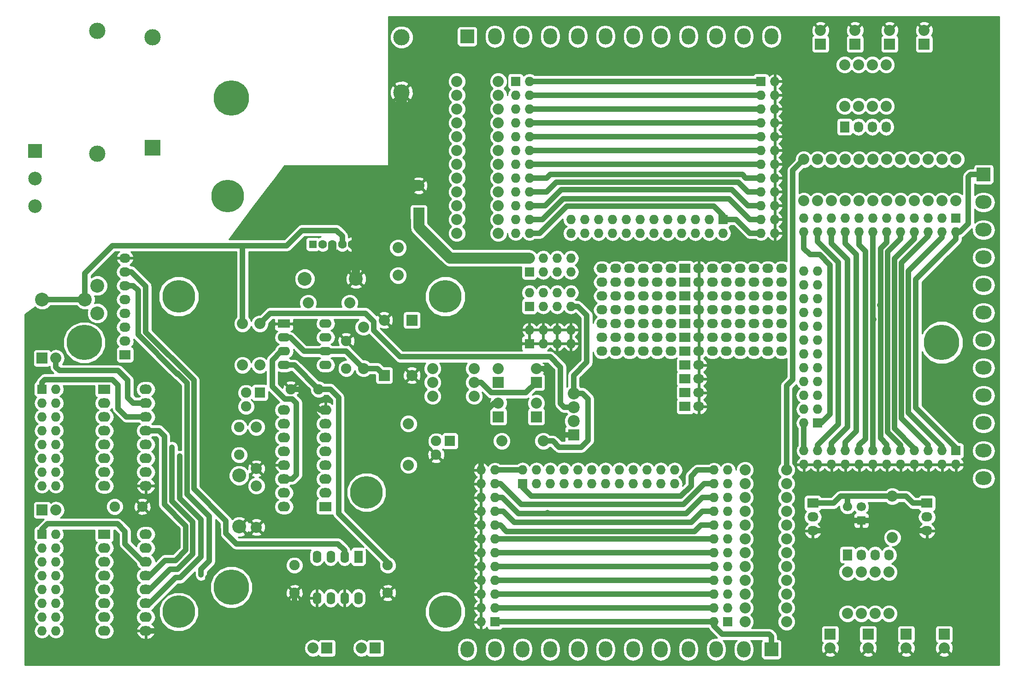
<source format=gbr>
G04 #@! TF.FileFunction,Copper,L1,Top,Signal*
%FSLAX46Y46*%
G04 Gerber Fmt 4.6, Leading zero omitted, Abs format (unit mm)*
G04 Created by KiCad (PCBNEW (2015-07-09 BZR 5913, Git 33e1797)-product) date 09/11/2015 13:51:06*
%MOMM*%
G01*
G04 APERTURE LIST*
%ADD10C,0.100000*%
%ADD11R,2.032000X2.032000*%
%ADD12C,2.032000*%
%ADD13R,1.727200X1.727200*%
%ADD14O,1.727200X1.727200*%
%ADD15C,1.905000*%
%ADD16C,2.540000*%
%ADD17R,2.100580X2.100580*%
%ADD18C,2.199640*%
%ADD19C,3.000000*%
%ADD20C,2.499360*%
%ADD21R,2.499360X2.499360*%
%ADD22C,1.600000*%
%ADD23R,1.400000X1.400000*%
%ADD24O,2.032000X2.032000*%
%ADD25R,2.032000X1.727200*%
%ADD26O,2.032000X1.727200*%
%ADD27R,1.600000X1.600000*%
%ADD28C,1.700000*%
%ADD29R,1.574800X2.286000*%
%ADD30O,1.574800X2.286000*%
%ADD31C,6.000000*%
%ADD32O,2.286000X1.778000*%
%ADD33R,2.286000X1.778000*%
%ADD34R,2.500000X2.500000*%
%ADD35O,3.000000X2.500000*%
%ADD36O,2.500000X3.000000*%
%ADD37R,1.905000X1.905000*%
%ADD38R,1.727200X2.032000*%
%ADD39O,1.727200X2.032000*%
%ADD40C,6.499860*%
%ADD41R,3.000000X3.000000*%
%ADD42R,2.286000X1.574800*%
%ADD43O,2.286000X1.574800*%
%ADD44C,0.600000*%
%ADD45C,1.000000*%
%ADD46C,2.000000*%
%ADD47C,1.500000*%
%ADD48C,0.254000*%
G04 APERTURE END LIST*
D10*
D11*
X220980000Y-149860000D03*
D12*
X220980000Y-152400000D03*
D13*
X202184000Y-147574000D03*
D14*
X199644000Y-147574000D03*
X202184000Y-145034000D03*
X199644000Y-145034000D03*
X202184000Y-142494000D03*
X199644000Y-142494000D03*
X202184000Y-139954000D03*
X199644000Y-139954000D03*
X202184000Y-137414000D03*
X199644000Y-137414000D03*
X202184000Y-134874000D03*
X199644000Y-134874000D03*
X202184000Y-132334000D03*
X199644000Y-132334000D03*
X202184000Y-129794000D03*
X199644000Y-129794000D03*
X202184000Y-127254000D03*
X199644000Y-127254000D03*
X202184000Y-124714000D03*
X199644000Y-124714000D03*
X202184000Y-122174000D03*
X199644000Y-122174000D03*
X202184000Y-119634000D03*
X199644000Y-119634000D03*
D13*
X164465000Y-122174000D03*
D14*
X164465000Y-119634000D03*
X167005000Y-122174000D03*
X167005000Y-119634000D03*
X169545000Y-122174000D03*
X169545000Y-119634000D03*
X172085000Y-122174000D03*
X172085000Y-119634000D03*
X174625000Y-122174000D03*
X174625000Y-119634000D03*
X177165000Y-122174000D03*
X177165000Y-119634000D03*
X179705000Y-122174000D03*
X179705000Y-119634000D03*
X182245000Y-122174000D03*
X182245000Y-119634000D03*
X184785000Y-122174000D03*
X184785000Y-119634000D03*
X187325000Y-122174000D03*
X187325000Y-119634000D03*
X189865000Y-122174000D03*
X189865000Y-119634000D03*
X192405000Y-122174000D03*
X192405000Y-119634000D03*
D12*
X212979000Y-147574000D03*
X205359000Y-147574000D03*
X212979000Y-145034000D03*
X205359000Y-145034000D03*
X212979000Y-142494000D03*
X205359000Y-142494000D03*
X212979000Y-139954000D03*
X205359000Y-139954000D03*
X212979000Y-137414000D03*
X205359000Y-137414000D03*
X212979000Y-134874000D03*
X205359000Y-134874000D03*
X212979000Y-132334000D03*
X205359000Y-132334000D03*
X212979000Y-129794000D03*
X205359000Y-129794000D03*
X212979000Y-127254000D03*
X205359000Y-127254000D03*
X212979000Y-124714000D03*
X205359000Y-124714000D03*
X212979000Y-122174000D03*
X205359000Y-122174000D03*
X212979000Y-119634000D03*
X205359000Y-119634000D03*
D13*
X159385000Y-147574000D03*
D14*
X156845000Y-147574000D03*
X159385000Y-145034000D03*
X156845000Y-145034000D03*
X159385000Y-142494000D03*
X156845000Y-142494000D03*
X159385000Y-139954000D03*
X156845000Y-139954000D03*
X159385000Y-137414000D03*
X156845000Y-137414000D03*
X159385000Y-134874000D03*
X156845000Y-134874000D03*
X159385000Y-132334000D03*
X156845000Y-132334000D03*
X159385000Y-129794000D03*
X156845000Y-129794000D03*
X159385000Y-127254000D03*
X156845000Y-127254000D03*
X159385000Y-124714000D03*
X156845000Y-124714000D03*
X159385000Y-122174000D03*
X156845000Y-122174000D03*
X159385000Y-119634000D03*
X156845000Y-119634000D03*
D15*
X112395000Y-111760000D03*
X112395000Y-116840000D03*
D11*
X139065000Y-102235000D03*
D12*
X144145000Y-102235000D03*
D15*
X122555000Y-137160000D03*
X122555000Y-142240000D03*
X89535000Y-126365000D03*
X94615000Y-126365000D03*
D16*
X124460000Y-84455000D03*
X133858000Y-84455000D03*
D17*
X173863000Y-113157000D03*
D18*
X173863000Y-110617000D03*
X173863000Y-108077000D03*
X173863000Y-105537000D03*
D12*
X232410000Y-124460000D03*
X232410000Y-132080000D03*
X115570000Y-111760000D03*
X115570000Y-119380000D03*
X115570000Y-122555000D03*
X115570000Y-130175000D03*
X116205000Y-100330000D03*
X116205000Y-92710000D03*
X113030000Y-92710000D03*
X113030000Y-100330000D03*
X168275000Y-114300000D03*
X160655000Y-114300000D03*
X143510000Y-111125000D03*
X143510000Y-118745000D03*
X125095000Y-88900000D03*
X132715000Y-88900000D03*
X135255000Y-93345000D03*
X135255000Y-100965000D03*
X147955000Y-100965000D03*
X155575000Y-100965000D03*
X231775000Y-138430000D03*
X231775000Y-146050000D03*
X229235000Y-138430000D03*
X229235000Y-146050000D03*
X226695000Y-138430000D03*
X226695000Y-146050000D03*
X224155000Y-138430000D03*
X224155000Y-146050000D03*
X231267000Y-52705000D03*
X231267000Y-45085000D03*
X228727000Y-52705000D03*
X228727000Y-45085000D03*
X226187000Y-52705000D03*
X226187000Y-45085000D03*
X223647000Y-52705000D03*
X223647000Y-45085000D03*
X216154000Y-62484000D03*
X216154000Y-70104000D03*
X218694000Y-62484000D03*
X218694000Y-70104000D03*
X221234000Y-62484000D03*
X221234000Y-70104000D03*
X223774000Y-62484000D03*
X223774000Y-70104000D03*
X226314000Y-62484000D03*
X226314000Y-70104000D03*
X228854000Y-62484000D03*
X228854000Y-70104000D03*
X231394000Y-62484000D03*
X231394000Y-70104000D03*
X233934000Y-62484000D03*
X233934000Y-70104000D03*
X236474000Y-62484000D03*
X236474000Y-70104000D03*
X239014000Y-62484000D03*
X239014000Y-70104000D03*
X241554000Y-62484000D03*
X241554000Y-70104000D03*
X244094000Y-62484000D03*
X244094000Y-70104000D03*
D19*
X86360000Y-61465000D03*
X86360000Y-38865000D03*
D13*
X201295000Y-73533000D03*
D14*
X201295000Y-76073000D03*
X198755000Y-73533000D03*
X198755000Y-76073000D03*
X196215000Y-73533000D03*
X196215000Y-76073000D03*
X193675000Y-73533000D03*
X193675000Y-76073000D03*
X191135000Y-73533000D03*
X191135000Y-76073000D03*
X188595000Y-73533000D03*
X188595000Y-76073000D03*
X186055000Y-73533000D03*
X186055000Y-76073000D03*
X183515000Y-73533000D03*
X183515000Y-76073000D03*
X180975000Y-73533000D03*
X180975000Y-76073000D03*
X178435000Y-73533000D03*
X178435000Y-76073000D03*
X175895000Y-73533000D03*
X175895000Y-76073000D03*
X173355000Y-73533000D03*
X173355000Y-76073000D03*
D13*
X163195000Y-48133000D03*
D14*
X165735000Y-48133000D03*
X163195000Y-50673000D03*
X165735000Y-50673000D03*
X163195000Y-53213000D03*
X165735000Y-53213000D03*
X163195000Y-55753000D03*
X165735000Y-55753000D03*
X163195000Y-58293000D03*
X165735000Y-58293000D03*
X163195000Y-60833000D03*
X165735000Y-60833000D03*
X163195000Y-63373000D03*
X165735000Y-63373000D03*
X163195000Y-65913000D03*
X165735000Y-65913000D03*
X163195000Y-68453000D03*
X165735000Y-68453000D03*
X163195000Y-70993000D03*
X165735000Y-70993000D03*
X163195000Y-73533000D03*
X165735000Y-73533000D03*
X163195000Y-76073000D03*
X165735000Y-76073000D03*
D13*
X208280000Y-48133000D03*
D14*
X210820000Y-48133000D03*
X208280000Y-50673000D03*
X210820000Y-50673000D03*
X208280000Y-53213000D03*
X210820000Y-53213000D03*
X208280000Y-55753000D03*
X210820000Y-55753000D03*
X208280000Y-58293000D03*
X210820000Y-58293000D03*
X208280000Y-60833000D03*
X210820000Y-60833000D03*
X208280000Y-63373000D03*
X210820000Y-63373000D03*
X208280000Y-65913000D03*
X210820000Y-65913000D03*
X208280000Y-68453000D03*
X210820000Y-68453000D03*
X208280000Y-70993000D03*
X210820000Y-70993000D03*
X208280000Y-73533000D03*
X210820000Y-73533000D03*
X208280000Y-76073000D03*
X210820000Y-76073000D03*
D12*
X152400000Y-76073000D03*
X160020000Y-76073000D03*
X152400000Y-73533000D03*
X160020000Y-73533000D03*
X152400000Y-70993000D03*
X160020000Y-70993000D03*
X152400000Y-68453000D03*
X160020000Y-68453000D03*
X152400000Y-65913000D03*
X160020000Y-65913000D03*
X152400000Y-63373000D03*
X160020000Y-63373000D03*
X152400000Y-60833000D03*
X160020000Y-60833000D03*
X152400000Y-58293000D03*
X160020000Y-58293000D03*
X152400000Y-55753000D03*
X160020000Y-55753000D03*
X152400000Y-53213000D03*
X160020000Y-53213000D03*
X152400000Y-50673000D03*
X160020000Y-50673000D03*
X152400000Y-48133000D03*
X160020000Y-48133000D03*
D11*
X145415000Y-72390000D03*
D12*
X145415000Y-67310000D03*
D11*
X144145000Y-92075000D03*
D12*
X139065000Y-92075000D03*
D15*
X127000000Y-104775000D03*
X121920000Y-104775000D03*
X132080000Y-100965000D03*
X132080000Y-95885000D03*
D16*
X112395000Y-120650000D03*
X112395000Y-130048000D03*
D20*
X74930000Y-71120000D03*
D21*
X74930000Y-60960000D03*
D20*
X74930000Y-66040000D03*
D13*
X218694000Y-110998000D03*
D14*
X216154000Y-110998000D03*
X218694000Y-108458000D03*
X216154000Y-108458000D03*
X218694000Y-105918000D03*
X216154000Y-105918000D03*
X218694000Y-103378000D03*
X216154000Y-103378000D03*
X218694000Y-100838000D03*
X216154000Y-100838000D03*
X218694000Y-98298000D03*
X216154000Y-98298000D03*
X218694000Y-95758000D03*
X216154000Y-95758000D03*
X218694000Y-93218000D03*
X216154000Y-93218000D03*
X218694000Y-90678000D03*
X216154000Y-90678000D03*
X218694000Y-88138000D03*
X216154000Y-88138000D03*
X218694000Y-85598000D03*
X216154000Y-85598000D03*
X218694000Y-83058000D03*
X216154000Y-83058000D03*
D13*
X244094000Y-73279000D03*
D14*
X244094000Y-75819000D03*
X241554000Y-73279000D03*
X241554000Y-75819000D03*
X239014000Y-73279000D03*
X239014000Y-75819000D03*
X236474000Y-73279000D03*
X236474000Y-75819000D03*
X233934000Y-73279000D03*
X233934000Y-75819000D03*
X231394000Y-73279000D03*
X231394000Y-75819000D03*
X228854000Y-73279000D03*
X228854000Y-75819000D03*
X226314000Y-73279000D03*
X226314000Y-75819000D03*
X223774000Y-73279000D03*
X223774000Y-75819000D03*
X221234000Y-73279000D03*
X221234000Y-75819000D03*
X218694000Y-73279000D03*
X218694000Y-75819000D03*
X216154000Y-73279000D03*
X216154000Y-75819000D03*
D13*
X244094000Y-116078000D03*
D14*
X244094000Y-118618000D03*
X241554000Y-116078000D03*
X241554000Y-118618000D03*
X239014000Y-116078000D03*
X239014000Y-118618000D03*
X236474000Y-116078000D03*
X236474000Y-118618000D03*
X233934000Y-116078000D03*
X233934000Y-118618000D03*
X231394000Y-116078000D03*
X231394000Y-118618000D03*
X228854000Y-116078000D03*
X228854000Y-118618000D03*
X226314000Y-116078000D03*
X226314000Y-118618000D03*
X223774000Y-116078000D03*
X223774000Y-118618000D03*
X221234000Y-116078000D03*
X221234000Y-118618000D03*
X218694000Y-116078000D03*
X218694000Y-118618000D03*
X216154000Y-116078000D03*
X216154000Y-118618000D03*
D22*
X127740000Y-78105000D03*
X129540000Y-78105000D03*
D23*
X125940000Y-78105000D03*
D22*
X131340000Y-78105000D03*
X133140000Y-78105000D03*
D13*
X165735000Y-83185000D03*
D14*
X165735000Y-80645000D03*
X168275000Y-83185000D03*
X168275000Y-80645000D03*
X170815000Y-83185000D03*
X170815000Y-80645000D03*
X173355000Y-83185000D03*
X173355000Y-80645000D03*
D13*
X165735000Y-89535000D03*
D14*
X165735000Y-86995000D03*
X168275000Y-89535000D03*
X168275000Y-86995000D03*
X170815000Y-89535000D03*
X170815000Y-86995000D03*
X173355000Y-89535000D03*
X173355000Y-86995000D03*
D13*
X165735000Y-96393000D03*
D14*
X165735000Y-93853000D03*
X168275000Y-96393000D03*
X168275000Y-93853000D03*
X170815000Y-96393000D03*
X170815000Y-93853000D03*
X173355000Y-96393000D03*
X173355000Y-93853000D03*
D13*
X76200000Y-104775000D03*
D14*
X78740000Y-104775000D03*
X76200000Y-107315000D03*
X78740000Y-107315000D03*
X76200000Y-109855000D03*
X78740000Y-109855000D03*
X76200000Y-112395000D03*
X78740000Y-112395000D03*
X76200000Y-114935000D03*
X78740000Y-114935000D03*
X76200000Y-117475000D03*
X78740000Y-117475000D03*
X76200000Y-120015000D03*
X78740000Y-120015000D03*
X76200000Y-122555000D03*
X78740000Y-122555000D03*
D13*
X76200000Y-131445000D03*
D14*
X78740000Y-131445000D03*
X76200000Y-133985000D03*
X78740000Y-133985000D03*
X76200000Y-136525000D03*
X78740000Y-136525000D03*
X76200000Y-139065000D03*
X78740000Y-139065000D03*
X76200000Y-141605000D03*
X78740000Y-141605000D03*
X76200000Y-144145000D03*
X78740000Y-144145000D03*
X76200000Y-146685000D03*
X78740000Y-146685000D03*
X76200000Y-149225000D03*
X78740000Y-149225000D03*
D11*
X76200000Y-127000000D03*
D24*
X78740000Y-127000000D03*
D11*
X76200000Y-99060000D03*
D24*
X78740000Y-99060000D03*
D25*
X217805000Y-125730000D03*
D26*
X217805000Y-128270000D03*
X217805000Y-130810000D03*
D25*
X238760000Y-125730000D03*
D26*
X238760000Y-128270000D03*
X238760000Y-130810000D03*
D27*
X226695000Y-128905000D03*
D28*
X226695000Y-126365000D03*
X224155000Y-126365000D03*
D15*
X139700000Y-137160000D03*
X139700000Y-142240000D03*
D25*
X91440000Y-98425000D03*
D26*
X91440000Y-95885000D03*
X91440000Y-93345000D03*
X91440000Y-90805000D03*
X91440000Y-88265000D03*
X91440000Y-85725000D03*
X91440000Y-83185000D03*
X91440000Y-80645000D03*
D29*
X134302500Y-135572500D03*
D30*
X131762500Y-135572500D03*
X129222500Y-135572500D03*
X126682500Y-135572500D03*
X126682500Y-143192500D03*
X129222500Y-143192500D03*
X131762500Y-143192500D03*
X134302500Y-143192500D03*
D11*
X137414000Y-152400000D03*
D24*
X134874000Y-152400000D03*
D11*
X128524000Y-152400000D03*
D24*
X125984000Y-152400000D03*
D31*
X101290000Y-87725000D03*
X150290000Y-87725000D03*
X150290000Y-145725000D03*
X110290000Y-69225000D03*
X101290000Y-145725000D03*
X135790000Y-123725000D03*
D32*
X95250000Y-131445000D03*
X95250000Y-133985000D03*
D33*
X87630000Y-131445000D03*
D32*
X87630000Y-133985000D03*
X87630000Y-136525000D03*
X87630000Y-139065000D03*
X87630000Y-141605000D03*
X87630000Y-144145000D03*
X87630000Y-146685000D03*
X87630000Y-149225000D03*
X95250000Y-149225000D03*
X95250000Y-146685000D03*
X95250000Y-144145000D03*
X95250000Y-141605000D03*
X95250000Y-139065000D03*
X95250000Y-136525000D03*
D26*
X196850000Y-105410000D03*
X196850000Y-107950000D03*
D25*
X194310000Y-107950000D03*
X194310000Y-105410000D03*
X194310000Y-82550000D03*
X194310000Y-85090000D03*
D26*
X196850000Y-85090000D03*
X196850000Y-82550000D03*
X179070000Y-97790000D03*
X179070000Y-95250000D03*
X179070000Y-92710000D03*
X179070000Y-90170000D03*
X179070000Y-87630000D03*
X179070000Y-85090000D03*
X179070000Y-82550000D03*
X181610000Y-82550000D03*
X181610000Y-85090000D03*
X181610000Y-87630000D03*
X181610000Y-90170000D03*
X181610000Y-92710000D03*
X181610000Y-95250000D03*
X181610000Y-97790000D03*
X186690000Y-97790000D03*
X186690000Y-95250000D03*
X186690000Y-92710000D03*
X186690000Y-90170000D03*
X186690000Y-87630000D03*
X186690000Y-85090000D03*
X186690000Y-82550000D03*
X184150000Y-82550000D03*
X184150000Y-85090000D03*
X184150000Y-87630000D03*
X184150000Y-90170000D03*
X184150000Y-92710000D03*
X184150000Y-95250000D03*
X184150000Y-97790000D03*
X189230000Y-97790000D03*
X189230000Y-95250000D03*
X189230000Y-92710000D03*
X189230000Y-90170000D03*
X189230000Y-87630000D03*
X189230000Y-85090000D03*
X189230000Y-82550000D03*
X212090000Y-82550000D03*
X212090000Y-85090000D03*
X212090000Y-87630000D03*
X212090000Y-90170000D03*
X212090000Y-92710000D03*
X212090000Y-95250000D03*
X212090000Y-97790000D03*
X209550000Y-97790000D03*
X209550000Y-95250000D03*
X209550000Y-92710000D03*
X209550000Y-90170000D03*
X209550000Y-87630000D03*
X209550000Y-85090000D03*
X209550000Y-82550000D03*
X204470000Y-82550000D03*
X204470000Y-85090000D03*
X204470000Y-87630000D03*
X204470000Y-90170000D03*
X204470000Y-92710000D03*
X204470000Y-95250000D03*
X204470000Y-97790000D03*
X207010000Y-97790000D03*
X207010000Y-95250000D03*
X207010000Y-92710000D03*
X207010000Y-90170000D03*
X207010000Y-87630000D03*
X207010000Y-85090000D03*
X207010000Y-82550000D03*
X201930000Y-82550000D03*
X201930000Y-85090000D03*
X201930000Y-87630000D03*
X201930000Y-90170000D03*
X201930000Y-92710000D03*
X201930000Y-95250000D03*
X201930000Y-97790000D03*
X196850000Y-87630000D03*
X196850000Y-90170000D03*
X196850000Y-95250000D03*
X196850000Y-92710000D03*
X196850000Y-102870000D03*
X196850000Y-100330000D03*
D25*
X194310000Y-97790000D03*
X194310000Y-100330000D03*
X194310000Y-102870000D03*
X194310000Y-92710000D03*
X194310000Y-95250000D03*
X194310000Y-90170000D03*
X194310000Y-87630000D03*
D26*
X196850000Y-97790000D03*
X191770000Y-82550000D03*
X191770000Y-85090000D03*
X191770000Y-87630000D03*
X191770000Y-90170000D03*
X191770000Y-92710000D03*
X191770000Y-95250000D03*
X191770000Y-97790000D03*
X199390000Y-97790000D03*
X199390000Y-95250000D03*
X199390000Y-92710000D03*
X199390000Y-90170000D03*
X199390000Y-87630000D03*
X199390000Y-85090000D03*
X199390000Y-82550000D03*
D32*
X95250000Y-104775000D03*
X95250000Y-107315000D03*
D33*
X87630000Y-104775000D03*
D32*
X87630000Y-107315000D03*
X87630000Y-109855000D03*
X87630000Y-112395000D03*
X87630000Y-114935000D03*
X87630000Y-117475000D03*
X87630000Y-120015000D03*
X87630000Y-122555000D03*
X95250000Y-122555000D03*
X95250000Y-120015000D03*
X95250000Y-117475000D03*
X95250000Y-114935000D03*
X95250000Y-112395000D03*
X95250000Y-109855000D03*
D34*
X249174000Y-65278000D03*
D35*
X249174000Y-70358000D03*
X249174000Y-75438000D03*
X249174000Y-80518000D03*
X249174000Y-85598000D03*
X249174000Y-90678000D03*
X249174000Y-95758000D03*
X249174000Y-100838000D03*
X249174000Y-105918000D03*
X249174000Y-110998000D03*
X249174000Y-116078000D03*
X249174000Y-121158000D03*
D34*
X210185000Y-152654000D03*
D36*
X205105000Y-152654000D03*
X200025000Y-152654000D03*
X194945000Y-152654000D03*
X189865000Y-152654000D03*
X184785000Y-152654000D03*
X179705000Y-152654000D03*
X174625000Y-152654000D03*
X169545000Y-152654000D03*
X164465000Y-152654000D03*
X159385000Y-152654000D03*
X154305000Y-152654000D03*
D34*
X154305000Y-39878000D03*
D36*
X159385000Y-39878000D03*
X164465000Y-39878000D03*
X169545000Y-39878000D03*
X174625000Y-39878000D03*
X179705000Y-39878000D03*
X184785000Y-39878000D03*
X189865000Y-39878000D03*
X194945000Y-39878000D03*
X200025000Y-39878000D03*
X205105000Y-39878000D03*
X210185000Y-39878000D03*
D37*
X151130000Y-114300000D03*
D15*
X148590000Y-114300000D03*
X148590000Y-116840000D03*
D37*
X116205000Y-105410000D03*
D15*
X113665000Y-105410000D03*
X113665000Y-107950000D03*
D12*
X147955000Y-103505000D03*
X155575000Y-103505000D03*
X147955000Y-106045000D03*
X155575000Y-106045000D03*
D16*
X86360000Y-90805000D03*
X76200000Y-88265000D03*
X86360000Y-85725000D03*
X84074000Y-88265000D03*
D32*
X120650000Y-126365000D03*
X120650000Y-123825000D03*
D33*
X128270000Y-126365000D03*
D32*
X128270000Y-123825000D03*
X128270000Y-121285000D03*
X128270000Y-118745000D03*
X128270000Y-116205000D03*
X128270000Y-113665000D03*
X128270000Y-111125000D03*
X128270000Y-108585000D03*
X120650000Y-108585000D03*
X120650000Y-111125000D03*
X120650000Y-113665000D03*
X120650000Y-116205000D03*
X120650000Y-118745000D03*
X120650000Y-121285000D03*
D38*
X223647000Y-56515000D03*
D39*
X226187000Y-56515000D03*
X228727000Y-56515000D03*
X231267000Y-56515000D03*
D38*
X224155000Y-135255000D03*
D39*
X226695000Y-135255000D03*
X229235000Y-135255000D03*
X231775000Y-135255000D03*
D40*
X241480000Y-96195000D03*
X110980000Y-141195000D03*
X83980000Y-96195000D03*
X110980000Y-51195000D03*
D19*
X142240000Y-50165000D03*
D41*
X96520000Y-60325000D03*
D19*
X142240000Y-40005000D03*
X96520000Y-40005000D03*
D42*
X120650000Y-92710000D03*
D43*
X120650000Y-95250000D03*
X120650000Y-97790000D03*
X120650000Y-100330000D03*
X128270000Y-100330000D03*
X128270000Y-97790000D03*
X128270000Y-95250000D03*
X128270000Y-92710000D03*
D12*
X141605000Y-83820000D03*
X141605000Y-78740000D03*
D11*
X160020000Y-109855000D03*
D12*
X160020000Y-107315000D03*
D11*
X167005000Y-103505000D03*
D12*
X167005000Y-100965000D03*
D11*
X160020000Y-103505000D03*
D12*
X160020000Y-100965000D03*
D11*
X219202000Y-41275000D03*
D12*
X219202000Y-38735000D03*
D11*
X225552000Y-41275000D03*
D12*
X225552000Y-38735000D03*
D11*
X231902000Y-41275000D03*
D12*
X231902000Y-38735000D03*
D11*
X238252000Y-41275000D03*
D12*
X238252000Y-38735000D03*
D11*
X227965000Y-149860000D03*
D12*
X227965000Y-152400000D03*
D11*
X234950000Y-149860000D03*
D12*
X234950000Y-152400000D03*
D11*
X241935000Y-149860000D03*
D12*
X241935000Y-152400000D03*
D11*
X167005000Y-109855000D03*
D12*
X167005000Y-107315000D03*
D44*
X108585000Y-130556000D03*
X102616000Y-130302000D03*
X100076000Y-115443000D03*
X222504000Y-108458000D03*
X101473000Y-117094000D03*
X105410000Y-132842000D03*
X105410000Y-138938000D03*
X224155000Y-105918000D03*
X239141000Y-79248000D03*
X234950000Y-80645000D03*
X232791000Y-82042000D03*
X231521000Y-83820000D03*
X230251000Y-87122000D03*
X197993000Y-69723000D03*
X195326000Y-68072000D03*
X193294000Y-66675000D03*
X190246000Y-65278000D03*
X187833000Y-63373000D03*
X185166000Y-60833000D03*
X182880000Y-58293000D03*
X180213000Y-55753000D03*
X178943000Y-53213000D03*
X171958000Y-50673000D03*
X225806000Y-103378000D03*
X227457000Y-100838000D03*
X228854000Y-91059000D03*
X166497000Y-125984000D03*
X166497000Y-125984000D03*
X169037000Y-127508000D03*
X169037000Y-127508000D03*
X171450000Y-129286000D03*
X171450000Y-129286000D03*
X174117000Y-130937000D03*
X174117000Y-130937000D03*
X176911000Y-132334000D03*
X176911000Y-132334000D03*
X179070000Y-134874000D03*
X179070000Y-134874000D03*
X181864000Y-137414000D03*
X181864000Y-137414000D03*
X184531000Y-139954000D03*
X184531000Y-139954000D03*
X187198000Y-142494000D03*
X187198000Y-142494000D03*
X193040000Y-145034000D03*
X193040000Y-145034000D03*
D45*
X113030000Y-92710000D02*
X113030000Y-78359000D01*
X113030000Y-78359000D02*
X113030000Y-78486000D01*
X113030000Y-78486000D02*
X113030000Y-78359000D01*
X84074000Y-88265000D02*
X84074000Y-83439000D01*
X84074000Y-83439000D02*
X89154000Y-78359000D01*
X89154000Y-78359000D02*
X113030000Y-78359000D01*
X121158000Y-78359000D02*
X123952000Y-75565000D01*
X130302000Y-75565000D02*
X131340000Y-76603000D01*
X123952000Y-75565000D02*
X130302000Y-75565000D01*
X131340000Y-76603000D02*
X131340000Y-78105000D01*
X113030000Y-78359000D02*
X121158000Y-78359000D01*
X76200000Y-88265000D02*
X84074000Y-88265000D01*
X212979000Y-119634000D02*
X212979000Y-104140000D01*
X214122000Y-64516000D02*
X216154000Y-62484000D01*
X214122000Y-102997000D02*
X214122000Y-64516000D01*
X212979000Y-104140000D02*
X214122000Y-102997000D01*
X173863000Y-105537000D02*
X173863000Y-102235000D01*
X174625000Y-89535000D02*
X173355000Y-89535000D01*
X176276000Y-91186000D02*
X174625000Y-89535000D01*
X176276000Y-99822000D02*
X176276000Y-91186000D01*
X173863000Y-102235000D02*
X176276000Y-99822000D01*
X139700000Y-137160000D02*
X139700000Y-136652000D01*
X139700000Y-136652000D02*
X130683000Y-127635000D01*
X129159000Y-104775000D02*
X127000000Y-104775000D01*
X130683000Y-106299000D02*
X129159000Y-104775000D01*
X130683000Y-127635000D02*
X130683000Y-106299000D01*
X168275000Y-114300000D02*
X170053000Y-114300000D01*
X175514000Y-105537000D02*
X173863000Y-105537000D01*
X176530000Y-106553000D02*
X175514000Y-105537000D01*
X176530000Y-114173000D02*
X176530000Y-106553000D01*
X175260000Y-115443000D02*
X176530000Y-114173000D01*
X171196000Y-115443000D02*
X175260000Y-115443000D01*
X170053000Y-114300000D02*
X171196000Y-115443000D01*
X120650000Y-100330000D02*
X122555000Y-100330000D01*
X122555000Y-100330000D02*
X127000000Y-104775000D01*
X224155000Y-126365000D02*
X224155000Y-124460000D01*
X232410000Y-124460000D02*
X234950000Y-124460000D01*
X236220000Y-125730000D02*
X238760000Y-125730000D01*
X234950000Y-124460000D02*
X236220000Y-125730000D01*
X217805000Y-125730000D02*
X221615000Y-125730000D01*
X222885000Y-124460000D02*
X224155000Y-124460000D01*
X224155000Y-124460000D02*
X232410000Y-124460000D01*
X221615000Y-125730000D02*
X222885000Y-124460000D01*
X106680000Y-146431000D02*
X120142000Y-146431000D01*
X122555000Y-144018000D02*
X122555000Y-142240000D01*
X120142000Y-146431000D02*
X122555000Y-144018000D01*
X95250000Y-149225000D02*
X97663000Y-149225000D01*
X97663000Y-149225000D02*
X98298000Y-149860000D01*
X98298000Y-149860000D02*
X104140000Y-149860000D01*
X104140000Y-149860000D02*
X106680000Y-147320000D01*
X106680000Y-147320000D02*
X106680000Y-146431000D01*
X106680000Y-139446000D02*
X108585000Y-137541000D01*
X106680000Y-146431000D02*
X106680000Y-139446000D01*
D46*
X145415000Y-67310000D02*
X140335000Y-67310000D01*
X140335000Y-67310000D02*
X133858000Y-73787000D01*
X142240000Y-50165000D02*
X142240000Y-67310000D01*
X142113000Y-66802000D02*
X142113000Y-67310000D01*
X142113000Y-67183000D02*
X142113000Y-66802000D01*
X142240000Y-67310000D02*
X142113000Y-67183000D01*
D45*
X173863000Y-113157000D02*
X171323000Y-113157000D01*
X168402000Y-100965000D02*
X167005000Y-100965000D01*
X169418000Y-101981000D02*
X168402000Y-100965000D01*
X169418000Y-111252000D02*
X169418000Y-101981000D01*
X171323000Y-113157000D02*
X169418000Y-111252000D01*
X160020000Y-107315000D02*
X159258000Y-107315000D01*
X159258000Y-107315000D02*
X156845000Y-109728000D01*
X156845000Y-109728000D02*
X156845000Y-119634000D01*
X128270000Y-108585000D02*
X127254000Y-108585000D01*
X127254000Y-108585000D02*
X123444000Y-104775000D01*
X123444000Y-104775000D02*
X121920000Y-104775000D01*
X108585000Y-131826000D02*
X108585000Y-130556000D01*
X108585000Y-131826000D02*
X108585000Y-137541000D01*
X226695000Y-128905000D02*
X234315000Y-128905000D01*
X236220000Y-130810000D02*
X238760000Y-130810000D01*
X234315000Y-128905000D02*
X236220000Y-130810000D01*
X217805000Y-130810000D02*
X222250000Y-130810000D01*
X224155000Y-128905000D02*
X226695000Y-128905000D01*
X222250000Y-130810000D02*
X224155000Y-128905000D01*
D47*
X133858000Y-81280000D02*
X133858000Y-73787000D01*
X133858000Y-73787000D02*
X140335000Y-67310000D01*
X140335000Y-67310000D02*
X142113000Y-67310000D01*
X142113000Y-67310000D02*
X145415000Y-67310000D01*
X129540000Y-78105000D02*
X129540000Y-80645000D01*
X130175000Y-81280000D02*
X133858000Y-81280000D01*
X129540000Y-80645000D02*
X130175000Y-81280000D01*
X133858000Y-84455000D02*
X133858000Y-81280000D01*
X133858000Y-81280000D02*
X133858000Y-78823000D01*
X133858000Y-78823000D02*
X133140000Y-78105000D01*
D46*
X145415000Y-72390000D02*
X145415000Y-74930000D01*
X145415000Y-74930000D02*
X151130000Y-80645000D01*
X151130000Y-80645000D02*
X165735000Y-80645000D01*
D47*
X165735000Y-80645000D02*
X151130000Y-80645000D01*
X151130000Y-80645000D02*
X145415000Y-74930000D01*
D45*
X145415000Y-72390000D02*
X145415000Y-74930000D01*
X145415000Y-74930000D02*
X151130000Y-80645000D01*
X145415000Y-73025000D02*
X145415000Y-72390000D01*
X98679000Y-113538000D02*
X98679000Y-113411000D01*
X97663000Y-112395000D02*
X95250000Y-112395000D01*
X98679000Y-113411000D02*
X97663000Y-112395000D01*
X102616000Y-130302000D02*
X102616000Y-131445000D01*
X100584000Y-136271000D02*
X100711000Y-136271000D01*
X100711000Y-136271000D02*
X102616000Y-134366000D01*
X95250000Y-139065000D02*
X96012000Y-139065000D01*
X96012000Y-139065000D02*
X98806000Y-136271000D01*
X98806000Y-136271000D02*
X100584000Y-136271000D01*
X102616000Y-134366000D02*
X102616000Y-131445000D01*
X102616000Y-131445000D02*
X102616000Y-129921000D01*
X98679000Y-125984000D02*
X98679000Y-123698000D01*
X102616000Y-129921000D02*
X98679000Y-125984000D01*
X98679000Y-123698000D02*
X98679000Y-113538000D01*
X99695000Y-137922000D02*
X96012000Y-141605000D01*
X101092000Y-137922000D02*
X99695000Y-137922000D01*
X103886000Y-135128000D02*
X101092000Y-137922000D01*
X103886000Y-129159000D02*
X103886000Y-135128000D01*
X100076000Y-125349000D02*
X103886000Y-129159000D01*
X100076000Y-115443000D02*
X100076000Y-125349000D01*
X96012000Y-141605000D02*
X95250000Y-141605000D01*
X95250000Y-141605000D02*
X96012000Y-141605000D01*
X95250000Y-141605000D02*
X95758000Y-141605000D01*
X219075000Y-80010000D02*
X217297000Y-80010000D01*
X217297000Y-80010000D02*
X216154000Y-78867000D01*
X216154000Y-78867000D02*
X216154000Y-75819000D01*
X218694000Y-110998000D02*
X219329000Y-110998000D01*
X216154000Y-116078000D02*
X216154000Y-110998000D01*
X216154000Y-116078000D02*
X216154000Y-110998000D01*
X218694000Y-110998000D02*
X219329000Y-110998000D01*
X216154000Y-78867000D02*
X216154000Y-75819000D01*
X217297000Y-80010000D02*
X216154000Y-78867000D01*
X219075000Y-80010000D02*
X217297000Y-80010000D01*
X220980000Y-109347000D02*
X220980000Y-81915000D01*
X220980000Y-81915000D02*
X219075000Y-80010000D01*
X219329000Y-110998000D02*
X220980000Y-109347000D01*
X219329000Y-110998000D02*
X220980000Y-109347000D01*
X220980000Y-81915000D02*
X219075000Y-80010000D01*
X220980000Y-109347000D02*
X220980000Y-81915000D01*
X222504000Y-108458000D02*
X222504000Y-107442000D01*
X222504000Y-81407000D02*
X218694000Y-77597000D01*
X218694000Y-77597000D02*
X218694000Y-75819000D01*
X218694000Y-77597000D02*
X218694000Y-75819000D01*
X222504000Y-81407000D02*
X218694000Y-77597000D01*
X218694000Y-115062000D02*
X222504000Y-111252000D01*
X218694000Y-116078000D02*
X218694000Y-115062000D01*
X218694000Y-116078000D02*
X218694000Y-115062000D01*
X218694000Y-115062000D02*
X222504000Y-111252000D01*
X222504000Y-109728000D02*
X222504000Y-107442000D01*
X222504000Y-107442000D02*
X222504000Y-81407000D01*
X222504000Y-111252000D02*
X222504000Y-109728000D01*
X222504000Y-109728000D02*
X222504000Y-108966000D01*
X222504000Y-109728000D02*
X222504000Y-108966000D01*
X222504000Y-111252000D02*
X222504000Y-109728000D01*
X222504000Y-109728000D02*
X222504000Y-81407000D01*
X173863000Y-108077000D02*
X172085000Y-108077000D01*
X118110000Y-90805000D02*
X116205000Y-92710000D01*
X135636000Y-90805000D02*
X118110000Y-90805000D01*
X137160000Y-92329000D02*
X135636000Y-90805000D01*
X137160000Y-93980000D02*
X137160000Y-92329000D01*
X141986000Y-98806000D02*
X137160000Y-93980000D01*
X169545000Y-98806000D02*
X141986000Y-98806000D01*
X171450000Y-100711000D02*
X169545000Y-98806000D01*
X171450000Y-107442000D02*
X171450000Y-100711000D01*
X172085000Y-108077000D02*
X171450000Y-107442000D01*
X135255000Y-100965000D02*
X137795000Y-100965000D01*
X137795000Y-100965000D02*
X139065000Y-102235000D01*
X128270000Y-97790000D02*
X132080000Y-97790000D01*
X132080000Y-97790000D02*
X135255000Y-100965000D01*
X120650000Y-95250000D02*
X121793000Y-95250000D01*
X124333000Y-97790000D02*
X128270000Y-97790000D01*
X121793000Y-95250000D02*
X124333000Y-97790000D01*
X76200000Y-104775000D02*
X76200000Y-103505000D01*
X91694000Y-109855000D02*
X95250000Y-109855000D01*
X90170000Y-108331000D02*
X91694000Y-109855000D01*
X90170000Y-104013000D02*
X90170000Y-108331000D01*
X89154000Y-102997000D02*
X90170000Y-104013000D01*
X76708000Y-102997000D02*
X89154000Y-102997000D01*
X76200000Y-103505000D02*
X76708000Y-102997000D01*
X76200000Y-104013000D02*
X76200000Y-104775000D01*
X76200000Y-131445000D02*
X76200000Y-130556000D01*
X90043000Y-129540000D02*
X91440000Y-130937000D01*
X77216000Y-129540000D02*
X90043000Y-129540000D01*
X76200000Y-130556000D02*
X77216000Y-129540000D01*
X95250000Y-136525000D02*
X94742000Y-136525000D01*
X94742000Y-136525000D02*
X91440000Y-133223000D01*
X91440000Y-133223000D02*
X91440000Y-130937000D01*
X95250000Y-107315000D02*
X92964000Y-107315000D01*
X78740000Y-100711000D02*
X78740000Y-99060000D01*
X79375000Y-101346000D02*
X78740000Y-100711000D01*
X90170000Y-101346000D02*
X79375000Y-101346000D01*
X91948000Y-103124000D02*
X90170000Y-101346000D01*
X91948000Y-106299000D02*
X91948000Y-103124000D01*
X92964000Y-107315000D02*
X91948000Y-106299000D01*
X101473000Y-118999000D02*
X101473000Y-117094000D01*
X105410000Y-132842000D02*
X105410000Y-131826000D01*
X95250000Y-144145000D02*
X96012000Y-144145000D01*
X96012000Y-144145000D02*
X100711000Y-139446000D01*
X101600000Y-139446000D02*
X105410000Y-135636000D01*
X100711000Y-139446000D02*
X101600000Y-139446000D01*
X105410000Y-130810000D02*
X105410000Y-128778000D01*
X101473000Y-124841000D02*
X101473000Y-118999000D01*
X105410000Y-128778000D02*
X101473000Y-124841000D01*
X105410000Y-130810000D02*
X105410000Y-131826000D01*
X105410000Y-131826000D02*
X105410000Y-135636000D01*
X105410000Y-138938000D02*
X105410000Y-137922000D01*
X106934000Y-136398000D02*
X106934000Y-131572000D01*
X105410000Y-137922000D02*
X106934000Y-136398000D01*
X92964000Y-85725000D02*
X93853000Y-86614000D01*
X93853000Y-86614000D02*
X93853000Y-94742000D01*
X91440000Y-85725000D02*
X92964000Y-85725000D01*
X91440000Y-85725000D02*
X92964000Y-85725000D01*
X93853000Y-86614000D02*
X93853000Y-94742000D01*
X92964000Y-85725000D02*
X93853000Y-86614000D01*
X92964000Y-85725000D02*
X93853000Y-86614000D01*
X93853000Y-86614000D02*
X93853000Y-94742000D01*
X91440000Y-85725000D02*
X92964000Y-85725000D01*
X91440000Y-85725000D02*
X92964000Y-85725000D01*
X101092000Y-101981000D02*
X101092000Y-101854000D01*
X93853000Y-94742000D02*
X101092000Y-101981000D01*
X102870000Y-121031000D02*
X102870000Y-103632000D01*
X102870000Y-103632000D02*
X101092000Y-101854000D01*
X104394000Y-125603000D02*
X106934000Y-128143000D01*
X106934000Y-128143000D02*
X106934000Y-131572000D01*
X102870000Y-121031000D02*
X102870000Y-124079000D01*
X102870000Y-124079000D02*
X104394000Y-125603000D01*
X93853000Y-86614000D02*
X93853000Y-94742000D01*
X92964000Y-85725000D02*
X93853000Y-86614000D01*
X224155000Y-105918000D02*
X224155000Y-104775000D01*
X221234000Y-77978000D02*
X224155000Y-80899000D01*
X224155000Y-107569000D02*
X224155000Y-111760000D01*
X224155000Y-111760000D02*
X221234000Y-114681000D01*
X221234000Y-114681000D02*
X221234000Y-116078000D01*
X221234000Y-75819000D02*
X221234000Y-77978000D01*
X221234000Y-75819000D02*
X221234000Y-77978000D01*
X221234000Y-114681000D02*
X221234000Y-116078000D01*
X224155000Y-111760000D02*
X221234000Y-114681000D01*
X224155000Y-80899000D02*
X224155000Y-104775000D01*
X224155000Y-104775000D02*
X224155000Y-107569000D01*
X224155000Y-107569000D02*
X224155000Y-111760000D01*
X221234000Y-77978000D02*
X224155000Y-80899000D01*
X244094000Y-75819000D02*
X244094000Y-77216000D01*
X244094000Y-77216000D02*
X236728000Y-84582000D01*
X236728000Y-84582000D02*
X236728000Y-108204000D01*
X236728000Y-108204000D02*
X244094000Y-115570000D01*
X244094000Y-115570000D02*
X244094000Y-116078000D01*
X246380000Y-74295000D02*
X246380000Y-65659000D01*
X246380000Y-65659000D02*
X246761000Y-65278000D01*
X246761000Y-65278000D02*
X249174000Y-65278000D01*
X244856000Y-75819000D02*
X246380000Y-74295000D01*
X244094000Y-75819000D02*
X244856000Y-75819000D01*
X244094000Y-75819000D02*
X244856000Y-75819000D01*
X244856000Y-75819000D02*
X246380000Y-74295000D01*
X246761000Y-65278000D02*
X249174000Y-65278000D01*
X246380000Y-65659000D02*
X246761000Y-65278000D01*
X246380000Y-74295000D02*
X246380000Y-65659000D01*
X239141000Y-79248000D02*
X241554000Y-76835000D01*
X241554000Y-76835000D02*
X241554000Y-75819000D01*
X241554000Y-116078000D02*
X241554000Y-115316000D01*
X241554000Y-115316000D02*
X235331000Y-109093000D01*
X241554000Y-116078000D02*
X241554000Y-115443000D01*
X235331000Y-109093000D02*
X235331000Y-83058000D01*
X235331000Y-83058000D02*
X241554000Y-76835000D01*
X241554000Y-76835000D02*
X241554000Y-75819000D01*
X239014000Y-116078000D02*
X239014000Y-115062000D01*
X239014000Y-115062000D02*
X234061000Y-110109000D01*
X239014000Y-75819000D02*
X239014000Y-76581000D01*
X239014000Y-76581000D02*
X234950000Y-80645000D01*
X234950000Y-80645000D02*
X234061000Y-81534000D01*
X234061000Y-81534000D02*
X234061000Y-110109000D01*
X232791000Y-82042000D02*
X232791000Y-82550000D01*
X236474000Y-116078000D02*
X236474000Y-115697000D01*
X236474000Y-115697000D02*
X232791000Y-112014000D01*
X232791000Y-112014000D02*
X232791000Y-82550000D01*
X232791000Y-82550000D02*
X232791000Y-80772000D01*
X236474000Y-77089000D02*
X236474000Y-75819000D01*
X232791000Y-80772000D02*
X236474000Y-77089000D01*
X233934000Y-75819000D02*
X233934000Y-77089000D01*
X233934000Y-77089000D02*
X231521000Y-79502000D01*
X231521000Y-79502000D02*
X231521000Y-83820000D01*
X233934000Y-115062000D02*
X233934000Y-116078000D01*
X231521000Y-83820000D02*
X231521000Y-112649000D01*
X231521000Y-112649000D02*
X233934000Y-115062000D01*
X230251000Y-87122000D02*
X230251000Y-89281000D01*
X230251000Y-89281000D02*
X230124000Y-89281000D01*
X230124000Y-89281000D02*
X230251000Y-89281000D01*
X231394000Y-75819000D02*
X231394000Y-77781002D01*
X231394000Y-77781002D02*
X230251000Y-78924002D01*
X230251000Y-78924002D02*
X230251000Y-89281000D01*
X231394000Y-114935000D02*
X231394000Y-116078000D01*
X230251000Y-89281000D02*
X230251000Y-113792000D01*
X230251000Y-113792000D02*
X231394000Y-114935000D01*
X201295000Y-73533000D02*
X201295000Y-72771000D01*
X201295000Y-72771000D02*
X199644000Y-71120000D01*
X167640000Y-76073000D02*
X165735000Y-76073000D01*
X172593000Y-71120000D02*
X167640000Y-76073000D01*
X199644000Y-71120000D02*
X172593000Y-71120000D01*
X208280000Y-76073000D02*
X206248000Y-76073000D01*
X203708000Y-73533000D02*
X201295000Y-73533000D01*
X206248000Y-76073000D02*
X203708000Y-73533000D01*
X165735000Y-73533000D02*
X168148000Y-73533000D01*
X206248000Y-73533000D02*
X208280000Y-73533000D01*
X202438000Y-69723000D02*
X206248000Y-73533000D01*
X171958000Y-69723000D02*
X197993000Y-69723000D01*
X197993000Y-69723000D02*
X202438000Y-69723000D01*
X168148000Y-73533000D02*
X171958000Y-69723000D01*
X208280000Y-70993000D02*
X205867000Y-70993000D01*
X168656000Y-70993000D02*
X165735000Y-70993000D01*
X171577000Y-68072000D02*
X168656000Y-70993000D01*
X202946000Y-68072000D02*
X195326000Y-68072000D01*
X195326000Y-68072000D02*
X171577000Y-68072000D01*
X205867000Y-70993000D02*
X202946000Y-68072000D01*
X192786000Y-66675000D02*
X193294000Y-66675000D01*
X165735000Y-68453000D02*
X168910000Y-68453000D01*
X205867000Y-68453000D02*
X208280000Y-68453000D01*
X204089000Y-66675000D02*
X205867000Y-68453000D01*
X170688000Y-66675000D02*
X192786000Y-66675000D01*
X192786000Y-66675000D02*
X204089000Y-66675000D01*
X168910000Y-68453000D02*
X170688000Y-66675000D01*
X208280000Y-65913000D02*
X205486000Y-65913000D01*
X168910000Y-65913000D02*
X165735000Y-65913000D01*
X169545000Y-65278000D02*
X168910000Y-65913000D01*
X204851000Y-65278000D02*
X190246000Y-65278000D01*
X190246000Y-65278000D02*
X169545000Y-65278000D01*
X205486000Y-65913000D02*
X204851000Y-65278000D01*
X165735000Y-63373000D02*
X187833000Y-63373000D01*
X187833000Y-63373000D02*
X208280000Y-63373000D01*
X208280000Y-60833000D02*
X185166000Y-60833000D01*
X185166000Y-60833000D02*
X165735000Y-60833000D01*
X165735000Y-58293000D02*
X182880000Y-58293000D01*
X182880000Y-58293000D02*
X208280000Y-58293000D01*
X181864000Y-55753000D02*
X180213000Y-55753000D01*
X208280000Y-55753000D02*
X181864000Y-55753000D01*
X181864000Y-55753000D02*
X165735000Y-55753000D01*
X174498000Y-53213000D02*
X178943000Y-53213000D01*
X165735000Y-53213000D02*
X174498000Y-53213000D01*
X174498000Y-53213000D02*
X208280000Y-53213000D01*
X167640000Y-50673000D02*
X171958000Y-50673000D01*
X208280000Y-50673000D02*
X167640000Y-50673000D01*
X167640000Y-50673000D02*
X165735000Y-50673000D01*
X165735000Y-48133000D02*
X208280000Y-48133000D01*
X225806000Y-103378000D02*
X225806000Y-101981000D01*
X225806000Y-104521000D02*
X225806000Y-101981000D01*
X225806000Y-101981000D02*
X225806000Y-80010000D01*
X223774000Y-114554000D02*
X225806000Y-112522000D01*
X225806000Y-112522000D02*
X225806000Y-104521000D01*
X225806000Y-80010000D02*
X223774000Y-77978000D01*
X223774000Y-77978000D02*
X223774000Y-75819000D01*
X223774000Y-116078000D02*
X223774000Y-114554000D01*
X225806000Y-104521000D02*
X225806000Y-104013000D01*
X225806000Y-104521000D02*
X225806000Y-104013000D01*
X223774000Y-116078000D02*
X223774000Y-114554000D01*
X223774000Y-77978000D02*
X223774000Y-75819000D01*
X225806000Y-80010000D02*
X223774000Y-77978000D01*
X225806000Y-112522000D02*
X225806000Y-104521000D01*
X223774000Y-114554000D02*
X225806000Y-112522000D01*
X227457000Y-100838000D02*
X227457000Y-99441000D01*
X226314000Y-78232000D02*
X227457000Y-79375000D01*
X227457000Y-102108000D02*
X227457000Y-113919000D01*
X227457000Y-79375000D02*
X227457000Y-99441000D01*
X227457000Y-99441000D02*
X227457000Y-102108000D01*
X227457000Y-113919000D02*
X226314000Y-115062000D01*
X226314000Y-115062000D02*
X226314000Y-116078000D01*
X226314000Y-75819000D02*
X226314000Y-78232000D01*
X226314000Y-75819000D02*
X226314000Y-78232000D01*
X226314000Y-115062000D02*
X226314000Y-116078000D01*
X227457000Y-113919000D02*
X226314000Y-115062000D01*
X227457000Y-79375000D02*
X227457000Y-102108000D01*
X227457000Y-102108000D02*
X227457000Y-113919000D01*
X226314000Y-78232000D02*
X227457000Y-79375000D01*
X228854000Y-91059000D02*
X228854000Y-91948000D01*
X228854000Y-91948000D02*
X228981000Y-91948000D01*
X228981000Y-91948000D02*
X228854000Y-91948000D01*
X228854000Y-99822000D02*
X228854000Y-91948000D01*
X228854000Y-91948000D02*
X228854000Y-75819000D01*
X228854000Y-116078000D02*
X228854000Y-99822000D01*
X228854000Y-99822000D02*
X228854000Y-98552000D01*
X228854000Y-99822000D02*
X228854000Y-98552000D01*
X228854000Y-116078000D02*
X228854000Y-99822000D01*
X228854000Y-99822000D02*
X228854000Y-75819000D01*
X92583000Y-83185000D02*
X95250000Y-85852000D01*
X95250000Y-85852000D02*
X95250000Y-94314940D01*
X91440000Y-83185000D02*
X92583000Y-83185000D01*
X95250000Y-85852000D02*
X95250000Y-94314940D01*
X92583000Y-83185000D02*
X95250000Y-85852000D01*
X92583000Y-83185000D02*
X95250000Y-85852000D01*
X95250000Y-85852000D02*
X95250000Y-94314940D01*
X104070002Y-112014000D02*
X104070002Y-123120002D01*
X104070002Y-123120002D02*
X109982000Y-129032000D01*
X91440000Y-83185000D02*
X92583000Y-83185000D01*
X104070002Y-103134942D02*
X104070002Y-112014000D01*
X95250000Y-94314940D02*
X104070002Y-103134942D01*
X95250000Y-85852000D02*
X95250000Y-94314940D01*
X92583000Y-83185000D02*
X95250000Y-85852000D01*
X131762500Y-134429500D02*
X131762500Y-135572500D01*
X130556000Y-133223000D02*
X131762500Y-134429500D01*
X111887000Y-133223000D02*
X130556000Y-133223000D01*
X109982000Y-131318000D02*
X111887000Y-133223000D01*
X109982000Y-129032000D02*
X109982000Y-131318000D01*
X193548000Y-124460000D02*
X195453000Y-122555000D01*
X195453000Y-122555000D02*
X195453000Y-120777000D01*
X195453000Y-120777000D02*
X196596000Y-119634000D01*
X196596000Y-119634000D02*
X199644000Y-119634000D01*
X164465000Y-122174000D02*
X164465000Y-122809000D01*
X159385000Y-119634000D02*
X164465000Y-119634000D01*
X159385000Y-119634000D02*
X164465000Y-119634000D01*
X164465000Y-122174000D02*
X164465000Y-122809000D01*
X196596000Y-119634000D02*
X199644000Y-119634000D01*
X195453000Y-120777000D02*
X196596000Y-119634000D01*
X195453000Y-122555000D02*
X195453000Y-120777000D01*
X193548000Y-124460000D02*
X195453000Y-122555000D01*
X166116000Y-124460000D02*
X193548000Y-124460000D01*
X164465000Y-122809000D02*
X166116000Y-124460000D01*
X164465000Y-122809000D02*
X166116000Y-124460000D01*
X166116000Y-124460000D02*
X193548000Y-124460000D01*
X194056000Y-125984000D02*
X197866000Y-122174000D01*
X197866000Y-122174000D02*
X199644000Y-122174000D01*
X197866000Y-122174000D02*
X199644000Y-122174000D01*
X194056000Y-125984000D02*
X197866000Y-122174000D01*
X160401000Y-122174000D02*
X164211000Y-125984000D01*
X159385000Y-122174000D02*
X160401000Y-122174000D01*
X159385000Y-122174000D02*
X160401000Y-122174000D01*
X160401000Y-122174000D02*
X164211000Y-125984000D01*
X165735000Y-125984000D02*
X194056000Y-125984000D01*
X164211000Y-125984000D02*
X165735000Y-125984000D01*
X165735000Y-125984000D02*
X166497000Y-125984000D01*
X165735000Y-125984000D02*
X166497000Y-125984000D01*
X164211000Y-125984000D02*
X165735000Y-125984000D01*
X165735000Y-125984000D02*
X194056000Y-125984000D01*
X197485000Y-124714000D02*
X194564000Y-127635000D01*
X167894000Y-127635000D02*
X163703000Y-127635000D01*
X194564000Y-127635000D02*
X167894000Y-127635000D01*
X163703000Y-127635000D02*
X160782000Y-124714000D01*
X160782000Y-124714000D02*
X159385000Y-124714000D01*
X199644000Y-124714000D02*
X197485000Y-124714000D01*
X168910000Y-127635000D02*
X169037000Y-127508000D01*
X167894000Y-127635000D02*
X168910000Y-127635000D01*
X167894000Y-127635000D02*
X168910000Y-127635000D01*
X168910000Y-127635000D02*
X169037000Y-127508000D01*
X199644000Y-124714000D02*
X197485000Y-124714000D01*
X160782000Y-124714000D02*
X159385000Y-124714000D01*
X163703000Y-127635000D02*
X160782000Y-124714000D01*
X194564000Y-127635000D02*
X167894000Y-127635000D01*
X167894000Y-127635000D02*
X163703000Y-127635000D01*
X197485000Y-124714000D02*
X194564000Y-127635000D01*
X160909000Y-127254000D02*
X162941000Y-129286000D01*
X170942000Y-129286000D02*
X195453000Y-129286000D01*
X162941000Y-129286000D02*
X170942000Y-129286000D01*
X195453000Y-129286000D02*
X197485000Y-127254000D01*
X197485000Y-127254000D02*
X199644000Y-127254000D01*
X159385000Y-127254000D02*
X160909000Y-127254000D01*
X170942000Y-129286000D02*
X171450000Y-129286000D01*
X170942000Y-129286000D02*
X171450000Y-129286000D01*
X159385000Y-127254000D02*
X160909000Y-127254000D01*
X197485000Y-127254000D02*
X199644000Y-127254000D01*
X195453000Y-129286000D02*
X197485000Y-127254000D01*
X162941000Y-129286000D02*
X170942000Y-129286000D01*
X170942000Y-129286000D02*
X195453000Y-129286000D01*
X160909000Y-127254000D02*
X162941000Y-129286000D01*
X197231000Y-129794000D02*
X196088000Y-130937000D01*
X173355000Y-130937000D02*
X161544000Y-130937000D01*
X196088000Y-130937000D02*
X173355000Y-130937000D01*
X161544000Y-130937000D02*
X160401000Y-129794000D01*
X160401000Y-129794000D02*
X159385000Y-129794000D01*
X199644000Y-129794000D02*
X197231000Y-129794000D01*
X173355000Y-130937000D02*
X174117000Y-130937000D01*
X173355000Y-130937000D02*
X174117000Y-130937000D01*
X199644000Y-129794000D02*
X197231000Y-129794000D01*
X160401000Y-129794000D02*
X159385000Y-129794000D01*
X161544000Y-130937000D02*
X160401000Y-129794000D01*
X196088000Y-130937000D02*
X173355000Y-130937000D01*
X173355000Y-130937000D02*
X161544000Y-130937000D01*
X197231000Y-129794000D02*
X196088000Y-130937000D01*
X175641000Y-132334000D02*
X199644000Y-132334000D01*
X159385000Y-132334000D02*
X175641000Y-132334000D01*
X175641000Y-132334000D02*
X176911000Y-132334000D01*
X175641000Y-132334000D02*
X176911000Y-132334000D01*
X159385000Y-132334000D02*
X175641000Y-132334000D01*
X175641000Y-132334000D02*
X199644000Y-132334000D01*
X180594000Y-134874000D02*
X159385000Y-134874000D01*
X199644000Y-134874000D02*
X180594000Y-134874000D01*
X180594000Y-134874000D02*
X179070000Y-134874000D01*
X180594000Y-134874000D02*
X179070000Y-134874000D01*
X199644000Y-134874000D02*
X180594000Y-134874000D01*
X180594000Y-134874000D02*
X159385000Y-134874000D01*
X181356000Y-137414000D02*
X199644000Y-137414000D01*
X159385000Y-137414000D02*
X181356000Y-137414000D01*
X181356000Y-137414000D02*
X181864000Y-137414000D01*
X181356000Y-137414000D02*
X181864000Y-137414000D01*
X159385000Y-137414000D02*
X181356000Y-137414000D01*
X181356000Y-137414000D02*
X199644000Y-137414000D01*
X183134000Y-139954000D02*
X159385000Y-139954000D01*
X199644000Y-139954000D02*
X183134000Y-139954000D01*
X183134000Y-139954000D02*
X184531000Y-139954000D01*
X183134000Y-139954000D02*
X184531000Y-139954000D01*
X199644000Y-139954000D02*
X183134000Y-139954000D01*
X183134000Y-139954000D02*
X159385000Y-139954000D01*
X196723000Y-142494000D02*
X187198000Y-142494000D01*
X196723000Y-142494000D02*
X187198000Y-142494000D01*
X196723000Y-142494000D02*
X159385000Y-142494000D01*
X199644000Y-142494000D02*
X196723000Y-142494000D01*
X199644000Y-142494000D02*
X196723000Y-142494000D01*
X196723000Y-142494000D02*
X159385000Y-142494000D01*
X194691000Y-145034000D02*
X193040000Y-145034000D01*
X194691000Y-145034000D02*
X193040000Y-145034000D01*
X199644000Y-145034000D02*
X194691000Y-145034000D01*
X194691000Y-145034000D02*
X159385000Y-145034000D01*
X194691000Y-145034000D02*
X159385000Y-145034000D01*
X199644000Y-145034000D02*
X194691000Y-145034000D01*
X159385000Y-147574000D02*
X199644000Y-147574000D01*
X201168000Y-149860000D02*
X209804000Y-149860000D01*
X209804000Y-149860000D02*
X210185000Y-150241000D01*
X210185000Y-150241000D02*
X210185000Y-152654000D01*
X199644000Y-148336000D02*
X201168000Y-149860000D01*
X199644000Y-147574000D02*
X199644000Y-148336000D01*
X199644000Y-147574000D02*
X199644000Y-148336000D01*
X199644000Y-148336000D02*
X201168000Y-149860000D01*
X210185000Y-150241000D02*
X210185000Y-152654000D01*
X209804000Y-149860000D02*
X210185000Y-150241000D01*
X201168000Y-149860000D02*
X209804000Y-149860000D01*
X155575000Y-103505000D02*
X156845000Y-103505000D01*
X165100000Y-105410000D02*
X167005000Y-103505000D01*
X158750000Y-105410000D02*
X165100000Y-105410000D01*
X156845000Y-103505000D02*
X158750000Y-105410000D01*
X120650000Y-97790000D02*
X120142000Y-97790000D01*
X120142000Y-97790000D02*
X118491000Y-99441000D01*
X118491000Y-99441000D02*
X118491000Y-104267000D01*
X118491000Y-104267000D02*
X120777000Y-106553000D01*
X120777000Y-106553000D02*
X122174000Y-106553000D01*
X122174000Y-106553000D02*
X122936000Y-107315000D01*
X122936000Y-107315000D02*
X122936000Y-120523000D01*
X122936000Y-120523000D02*
X122174000Y-121285000D01*
X122174000Y-121285000D02*
X120650000Y-121285000D01*
D48*
G36*
X252045000Y-155525000D02*
X73075000Y-155525000D01*
X73075000Y-152367655D01*
X124333000Y-152367655D01*
X124333000Y-152432345D01*
X124458675Y-153064155D01*
X124816567Y-153599778D01*
X125352190Y-153957670D01*
X125984000Y-154083345D01*
X126615810Y-153957670D01*
X126955299Y-153730831D01*
X127047327Y-153870927D01*
X127258360Y-154013377D01*
X127508000Y-154063440D01*
X129540000Y-154063440D01*
X129782123Y-154016463D01*
X129994927Y-153876673D01*
X130137377Y-153665640D01*
X130187440Y-153416000D01*
X130187440Y-152367655D01*
X133223000Y-152367655D01*
X133223000Y-152432345D01*
X133348675Y-153064155D01*
X133706567Y-153599778D01*
X134242190Y-153957670D01*
X134874000Y-154083345D01*
X135505810Y-153957670D01*
X135845299Y-153730831D01*
X135937327Y-153870927D01*
X136148360Y-154013377D01*
X136398000Y-154063440D01*
X138430000Y-154063440D01*
X138672123Y-154016463D01*
X138884927Y-153876673D01*
X139027377Y-153665640D01*
X139077440Y-153416000D01*
X139077440Y-152362173D01*
X152420000Y-152362173D01*
X152420000Y-152945827D01*
X152563487Y-153667185D01*
X152972104Y-154278723D01*
X153583642Y-154687340D01*
X154305000Y-154830827D01*
X155026358Y-154687340D01*
X155637896Y-154278723D01*
X156046513Y-153667185D01*
X156190000Y-152945827D01*
X156190000Y-152362173D01*
X157500000Y-152362173D01*
X157500000Y-152945827D01*
X157643487Y-153667185D01*
X158052104Y-154278723D01*
X158663642Y-154687340D01*
X159385000Y-154830827D01*
X160106358Y-154687340D01*
X160717896Y-154278723D01*
X161126513Y-153667185D01*
X161270000Y-152945827D01*
X161270000Y-152362173D01*
X162580000Y-152362173D01*
X162580000Y-152945827D01*
X162723487Y-153667185D01*
X163132104Y-154278723D01*
X163743642Y-154687340D01*
X164465000Y-154830827D01*
X165186358Y-154687340D01*
X165797896Y-154278723D01*
X166206513Y-153667185D01*
X166350000Y-152945827D01*
X166350000Y-152362173D01*
X167660000Y-152362173D01*
X167660000Y-152945827D01*
X167803487Y-153667185D01*
X168212104Y-154278723D01*
X168823642Y-154687340D01*
X169545000Y-154830827D01*
X170266358Y-154687340D01*
X170877896Y-154278723D01*
X171286513Y-153667185D01*
X171430000Y-152945827D01*
X171430000Y-152362173D01*
X172740000Y-152362173D01*
X172740000Y-152945827D01*
X172883487Y-153667185D01*
X173292104Y-154278723D01*
X173903642Y-154687340D01*
X174625000Y-154830827D01*
X175346358Y-154687340D01*
X175957896Y-154278723D01*
X176366513Y-153667185D01*
X176510000Y-152945827D01*
X176510000Y-152362173D01*
X177820000Y-152362173D01*
X177820000Y-152945827D01*
X177963487Y-153667185D01*
X178372104Y-154278723D01*
X178983642Y-154687340D01*
X179705000Y-154830827D01*
X180426358Y-154687340D01*
X181037896Y-154278723D01*
X181446513Y-153667185D01*
X181590000Y-152945827D01*
X181590000Y-152362173D01*
X182900000Y-152362173D01*
X182900000Y-152945827D01*
X183043487Y-153667185D01*
X183452104Y-154278723D01*
X184063642Y-154687340D01*
X184785000Y-154830827D01*
X185506358Y-154687340D01*
X186117896Y-154278723D01*
X186526513Y-153667185D01*
X186670000Y-152945827D01*
X186670000Y-152362173D01*
X187980000Y-152362173D01*
X187980000Y-152945827D01*
X188123487Y-153667185D01*
X188532104Y-154278723D01*
X189143642Y-154687340D01*
X189865000Y-154830827D01*
X190586358Y-154687340D01*
X191197896Y-154278723D01*
X191606513Y-153667185D01*
X191750000Y-152945827D01*
X191750000Y-152362173D01*
X193060000Y-152362173D01*
X193060000Y-152945827D01*
X193203487Y-153667185D01*
X193612104Y-154278723D01*
X194223642Y-154687340D01*
X194945000Y-154830827D01*
X195666358Y-154687340D01*
X196277896Y-154278723D01*
X196686513Y-153667185D01*
X196830000Y-152945827D01*
X196830000Y-152362173D01*
X196686513Y-151640815D01*
X196277896Y-151029277D01*
X195666358Y-150620660D01*
X194945000Y-150477173D01*
X194223642Y-150620660D01*
X193612104Y-151029277D01*
X193203487Y-151640815D01*
X193060000Y-152362173D01*
X191750000Y-152362173D01*
X191750000Y-152362173D01*
X191606513Y-151640815D01*
X191197896Y-151029277D01*
X190586358Y-150620660D01*
X189865000Y-150477173D01*
X189143642Y-150620660D01*
X188532104Y-151029277D01*
X188123487Y-151640815D01*
X187980000Y-152362173D01*
X186670000Y-152362173D01*
X186670000Y-152362173D01*
X186526513Y-151640815D01*
X186117896Y-151029277D01*
X185506358Y-150620660D01*
X184785000Y-150477173D01*
X184063642Y-150620660D01*
X183452104Y-151029277D01*
X183043487Y-151640815D01*
X182900000Y-152362173D01*
X181590000Y-152362173D01*
X181590000Y-152362173D01*
X181446513Y-151640815D01*
X181037896Y-151029277D01*
X180426358Y-150620660D01*
X179705000Y-150477173D01*
X178983642Y-150620660D01*
X178372104Y-151029277D01*
X177963487Y-151640815D01*
X177820000Y-152362173D01*
X176510000Y-152362173D01*
X176510000Y-152362173D01*
X176366513Y-151640815D01*
X175957896Y-151029277D01*
X175346358Y-150620660D01*
X174625000Y-150477173D01*
X173903642Y-150620660D01*
X173292104Y-151029277D01*
X172883487Y-151640815D01*
X172740000Y-152362173D01*
X171430000Y-152362173D01*
X171430000Y-152362173D01*
X171286513Y-151640815D01*
X170877896Y-151029277D01*
X170266358Y-150620660D01*
X169545000Y-150477173D01*
X168823642Y-150620660D01*
X168212104Y-151029277D01*
X167803487Y-151640815D01*
X167660000Y-152362173D01*
X166350000Y-152362173D01*
X166350000Y-152362173D01*
X166206513Y-151640815D01*
X165797896Y-151029277D01*
X165186358Y-150620660D01*
X164465000Y-150477173D01*
X163743642Y-150620660D01*
X163132104Y-151029277D01*
X162723487Y-151640815D01*
X162580000Y-152362173D01*
X161270000Y-152362173D01*
X161270000Y-152362173D01*
X161126513Y-151640815D01*
X160717896Y-151029277D01*
X160106358Y-150620660D01*
X159385000Y-150477173D01*
X158663642Y-150620660D01*
X158052104Y-151029277D01*
X157643487Y-151640815D01*
X157500000Y-152362173D01*
X156190000Y-152362173D01*
X156190000Y-152362173D01*
X156046513Y-151640815D01*
X155637896Y-151029277D01*
X155026358Y-150620660D01*
X154305000Y-150477173D01*
X153583642Y-150620660D01*
X152972104Y-151029277D01*
X152563487Y-151640815D01*
X152420000Y-152362173D01*
X139077440Y-152362173D01*
X139077440Y-151384000D01*
X139030463Y-151141877D01*
X138890673Y-150929073D01*
X138679640Y-150786623D01*
X138430000Y-150736560D01*
X136398000Y-150736560D01*
X136155877Y-150783537D01*
X135943073Y-150923327D01*
X135844836Y-151068860D01*
X135505810Y-150842330D01*
X134874000Y-150716655D01*
X134242190Y-150842330D01*
X133706567Y-151200222D01*
X133348675Y-151735845D01*
X133223000Y-152367655D01*
X130187440Y-152367655D01*
X130187440Y-151384000D01*
X130140463Y-151141877D01*
X130000673Y-150929073D01*
X129789640Y-150786623D01*
X129540000Y-150736560D01*
X127508000Y-150736560D01*
X127265877Y-150783537D01*
X127053073Y-150923327D01*
X126954836Y-151068860D01*
X126615810Y-150842330D01*
X125984000Y-150716655D01*
X125352190Y-150842330D01*
X124816567Y-151200222D01*
X124458675Y-151735845D01*
X124333000Y-152367655D01*
X73075000Y-152367655D01*
X73075000Y-96964370D01*
X80094397Y-96964370D01*
X80684596Y-98392761D01*
X81776491Y-99486563D01*
X83203849Y-100079254D01*
X84749370Y-100080603D01*
X86177761Y-99490404D01*
X87271563Y-98398509D01*
X87864254Y-96971151D01*
X87865603Y-95425630D01*
X87275404Y-93997239D01*
X86183509Y-92903437D01*
X84756151Y-92310746D01*
X83210630Y-92309397D01*
X81782239Y-92899596D01*
X80688437Y-93991491D01*
X80095746Y-95418849D01*
X80094397Y-96964370D01*
X73075000Y-96964370D01*
X73075000Y-91001347D01*
X74869769Y-89628876D01*
X75119495Y-89879039D01*
X75819410Y-90169668D01*
X76577265Y-90170330D01*
X77277686Y-89880922D01*
X77759449Y-89400000D01*
X82515292Y-89400000D01*
X82993495Y-89879039D01*
X83693410Y-90169668D01*
X84451265Y-90170330D01*
X84583527Y-90115680D01*
X84455332Y-90424410D01*
X84454670Y-91182265D01*
X84744078Y-91882686D01*
X85279495Y-92419039D01*
X85979410Y-92709668D01*
X86737265Y-92710330D01*
X87437686Y-92420922D01*
X87974039Y-91885505D01*
X88264668Y-91185590D01*
X88265330Y-90427735D01*
X87975922Y-89727314D01*
X87440505Y-89190961D01*
X86740590Y-88900332D01*
X85982735Y-88899670D01*
X85850473Y-88954320D01*
X85978668Y-88645590D01*
X85979330Y-87887735D01*
X85850599Y-87576181D01*
X85979410Y-87629668D01*
X86737265Y-87630330D01*
X87437686Y-87340922D01*
X87974039Y-86805505D01*
X88264668Y-86105590D01*
X88265330Y-85347735D01*
X87975922Y-84647314D01*
X87440505Y-84110961D01*
X86740590Y-83820332D01*
X85982735Y-83819670D01*
X85282314Y-84109078D01*
X85209000Y-84182264D01*
X85209000Y-83909132D01*
X89624132Y-79494000D01*
X90367919Y-79494000D01*
X90089268Y-79742964D01*
X89835291Y-80270209D01*
X89832642Y-80285974D01*
X89953783Y-80518000D01*
X91313000Y-80518000D01*
X91313000Y-80498000D01*
X91567000Y-80498000D01*
X91567000Y-80518000D01*
X92926217Y-80518000D01*
X93047358Y-80285974D01*
X93044709Y-80270209D01*
X92790732Y-79742964D01*
X92512081Y-79494000D01*
X111895000Y-79494000D01*
X111895000Y-91510189D01*
X111631166Y-91773563D01*
X111379287Y-92380155D01*
X111378714Y-93036963D01*
X111629534Y-93643995D01*
X112093563Y-94108834D01*
X112700155Y-94360713D01*
X113356963Y-94361286D01*
X113963995Y-94110466D01*
X114428834Y-93646437D01*
X114617654Y-93191709D01*
X114804534Y-93643995D01*
X115268563Y-94108834D01*
X115875155Y-94360713D01*
X116531963Y-94361286D01*
X117138995Y-94110466D01*
X117603834Y-93646437D01*
X117855713Y-93039845D01*
X117856041Y-92664091D01*
X118580132Y-91940000D01*
X118872000Y-91940000D01*
X118872000Y-92424250D01*
X119030750Y-92583000D01*
X120523000Y-92583000D01*
X120523000Y-92563000D01*
X120777000Y-92563000D01*
X120777000Y-92583000D01*
X122269250Y-92583000D01*
X122428000Y-92424250D01*
X122428000Y-91940000D01*
X126716229Y-91940000D01*
X126565441Y-92165671D01*
X126457167Y-92710000D01*
X126565441Y-93254329D01*
X126873778Y-93715789D01*
X127269199Y-93980000D01*
X126873778Y-94244211D01*
X126565441Y-94705671D01*
X126457167Y-95250000D01*
X126565441Y-95794329D01*
X126873778Y-96255789D01*
X127269199Y-96520000D01*
X127067156Y-96655000D01*
X124803133Y-96655000D01*
X122595566Y-94447434D01*
X122484877Y-94373474D01*
X122227346Y-94201397D01*
X121880475Y-94132400D01*
X121919310Y-94132400D01*
X122152699Y-94035727D01*
X122331327Y-93857098D01*
X122428000Y-93623709D01*
X122428000Y-92995750D01*
X122269250Y-92837000D01*
X120777000Y-92837000D01*
X120777000Y-92857000D01*
X120523000Y-92857000D01*
X120523000Y-92837000D01*
X119030750Y-92837000D01*
X118872000Y-92995750D01*
X118872000Y-93623709D01*
X118968673Y-93857098D01*
X119147301Y-94035727D01*
X119380690Y-94132400D01*
X119421115Y-94132400D01*
X119253778Y-94244211D01*
X118945441Y-94705671D01*
X118837167Y-95250000D01*
X118945441Y-95794329D01*
X119253778Y-96255789D01*
X119649199Y-96520000D01*
X119253778Y-96784211D01*
X118945441Y-97245671D01*
X118911732Y-97415136D01*
X117688434Y-98638434D01*
X117442397Y-99006654D01*
X117404912Y-99195101D01*
X117141437Y-98931166D01*
X116534845Y-98679287D01*
X115878037Y-98678714D01*
X115271005Y-98929534D01*
X114806166Y-99393563D01*
X114617346Y-99848291D01*
X114430466Y-99396005D01*
X113966437Y-98931166D01*
X113359845Y-98679287D01*
X112703037Y-98678714D01*
X112096005Y-98929534D01*
X111631166Y-99393563D01*
X111379287Y-100000155D01*
X111378714Y-100656963D01*
X111629534Y-101263995D01*
X112093563Y-101728834D01*
X112700155Y-101980713D01*
X113356963Y-101981286D01*
X113963995Y-101730466D01*
X114428834Y-101266437D01*
X114617654Y-100811709D01*
X114804534Y-101263995D01*
X115268563Y-101728834D01*
X115875155Y-101980713D01*
X116531963Y-101981286D01*
X117138995Y-101730466D01*
X117356000Y-101513839D01*
X117356000Y-103849867D01*
X117157500Y-103810060D01*
X115252500Y-103810060D01*
X115010377Y-103857037D01*
X114797573Y-103996827D01*
X114676480Y-104176221D01*
X114565421Y-104064968D01*
X113982159Y-103822776D01*
X113350612Y-103822225D01*
X112766928Y-104063398D01*
X112319968Y-104509579D01*
X112077776Y-105092841D01*
X112077225Y-105724388D01*
X112318398Y-106308072D01*
X112689935Y-106680257D01*
X112319968Y-107049579D01*
X112077776Y-107632841D01*
X112077225Y-108264388D01*
X112318398Y-108848072D01*
X112764579Y-109295032D01*
X113347841Y-109537224D01*
X113979388Y-109537775D01*
X114563072Y-109296602D01*
X115010032Y-108850421D01*
X115252224Y-108267159D01*
X115252775Y-107635612D01*
X115011602Y-107051928D01*
X114640065Y-106679743D01*
X114677098Y-106642774D01*
X114791827Y-106817427D01*
X115002860Y-106959877D01*
X115252500Y-107009940D01*
X117157500Y-107009940D01*
X117399623Y-106962963D01*
X117612427Y-106823173D01*
X117754877Y-106612140D01*
X117804940Y-106362500D01*
X117804940Y-105186072D01*
X119792903Y-107174035D01*
X119777957Y-107177008D01*
X119283536Y-107507369D01*
X118953175Y-108001790D01*
X118837167Y-108585000D01*
X118953175Y-109168210D01*
X119283536Y-109662631D01*
X119571437Y-109855000D01*
X119283536Y-110047369D01*
X118953175Y-110541790D01*
X118837167Y-111125000D01*
X118953175Y-111708210D01*
X119283536Y-112202631D01*
X119571437Y-112395000D01*
X119283536Y-112587369D01*
X118953175Y-113081790D01*
X118837167Y-113665000D01*
X118953175Y-114248210D01*
X119283536Y-114742631D01*
X119571437Y-114935000D01*
X119283536Y-115127369D01*
X118953175Y-115621790D01*
X118837167Y-116205000D01*
X118953175Y-116788210D01*
X119283536Y-117282631D01*
X119577794Y-117479248D01*
X119228567Y-117757171D01*
X118939407Y-118279122D01*
X118915866Y-118381987D01*
X119036670Y-118618000D01*
X120523000Y-118618000D01*
X120523000Y-118598000D01*
X120777000Y-118598000D01*
X120777000Y-118618000D01*
X120797000Y-118618000D01*
X120797000Y-118872000D01*
X120777000Y-118872000D01*
X120777000Y-118892000D01*
X120523000Y-118892000D01*
X120523000Y-118872000D01*
X119036670Y-118872000D01*
X118915866Y-119108013D01*
X118939407Y-119210878D01*
X119228567Y-119732829D01*
X119577794Y-120010752D01*
X119283536Y-120207369D01*
X118953175Y-120701790D01*
X118837167Y-121285000D01*
X118953175Y-121868210D01*
X119283536Y-122362631D01*
X119571437Y-122555000D01*
X119283536Y-122747369D01*
X118953175Y-123241790D01*
X118837167Y-123825000D01*
X118953175Y-124408210D01*
X119283536Y-124902631D01*
X119571437Y-125095000D01*
X119283536Y-125287369D01*
X118953175Y-125781790D01*
X118837167Y-126365000D01*
X118953175Y-126948210D01*
X119283536Y-127442631D01*
X119777957Y-127772992D01*
X120361167Y-127889000D01*
X120938833Y-127889000D01*
X121522043Y-127772992D01*
X122016464Y-127442631D01*
X122346825Y-126948210D01*
X122462833Y-126365000D01*
X122346825Y-125781790D01*
X122016464Y-125287369D01*
X121728563Y-125095000D01*
X122016464Y-124902631D01*
X122346825Y-124408210D01*
X122462833Y-123825000D01*
X122346825Y-123241790D01*
X122016464Y-122747369D01*
X121728563Y-122555000D01*
X121930605Y-122420000D01*
X122174000Y-122420000D01*
X122608346Y-122333603D01*
X122976566Y-122087566D01*
X123738566Y-121325566D01*
X123850530Y-121158000D01*
X123984603Y-120957346D01*
X124071000Y-120523000D01*
X124071000Y-108221987D01*
X126535866Y-108221987D01*
X126656670Y-108458000D01*
X128143000Y-108458000D01*
X128143000Y-107061000D01*
X127889000Y-107061000D01*
X127315458Y-107225608D01*
X126848567Y-107597171D01*
X126559407Y-108119122D01*
X126535866Y-108221987D01*
X124071000Y-108221987D01*
X124071000Y-107315000D01*
X123984603Y-106880654D01*
X123738566Y-106512434D01*
X123103330Y-105877198D01*
X123152568Y-105827960D01*
X123038161Y-105713553D01*
X123300088Y-105620712D01*
X123518675Y-105028199D01*
X123493878Y-104397139D01*
X123300088Y-103929288D01*
X123038159Y-103836446D01*
X122099605Y-104775000D01*
X122113748Y-104789143D01*
X121934143Y-104968748D01*
X121920000Y-104954605D01*
X121905858Y-104968748D01*
X121726253Y-104789143D01*
X121740395Y-104775000D01*
X120801841Y-103836446D01*
X120539912Y-103929288D01*
X120329304Y-104500172D01*
X119626000Y-103796868D01*
X119626000Y-103656841D01*
X120981446Y-103656841D01*
X121920000Y-104595395D01*
X122858554Y-103656841D01*
X122765712Y-103394912D01*
X122173199Y-103176325D01*
X121542139Y-103201122D01*
X121074288Y-103394912D01*
X120981446Y-103656841D01*
X119626000Y-103656841D01*
X119626000Y-101584499D01*
X119715238Y-101644126D01*
X120259567Y-101752400D01*
X121040433Y-101752400D01*
X121584762Y-101644126D01*
X121852844Y-101465000D01*
X122084868Y-101465000D01*
X125412484Y-104792616D01*
X125412225Y-105089388D01*
X125653398Y-105673072D01*
X126099579Y-106120032D01*
X126682841Y-106362224D01*
X127314388Y-106362775D01*
X127898072Y-106121602D01*
X128110043Y-105910000D01*
X128688868Y-105910000D01*
X129548000Y-106769133D01*
X129548000Y-107483024D01*
X129224542Y-107225608D01*
X128651000Y-107061000D01*
X128397000Y-107061000D01*
X128397000Y-108458000D01*
X128417000Y-108458000D01*
X128417000Y-108712000D01*
X128397000Y-108712000D01*
X128397000Y-108732000D01*
X128143000Y-108732000D01*
X128143000Y-108712000D01*
X126656670Y-108712000D01*
X126535866Y-108948013D01*
X126559407Y-109050878D01*
X126848567Y-109572829D01*
X127197794Y-109850752D01*
X126903536Y-110047369D01*
X126573175Y-110541790D01*
X126457167Y-111125000D01*
X126573175Y-111708210D01*
X126903536Y-112202631D01*
X127191437Y-112395000D01*
X126903536Y-112587369D01*
X126573175Y-113081790D01*
X126457167Y-113665000D01*
X126573175Y-114248210D01*
X126903536Y-114742631D01*
X127191437Y-114935000D01*
X126903536Y-115127369D01*
X126573175Y-115621790D01*
X126457167Y-116205000D01*
X126573175Y-116788210D01*
X126903536Y-117282631D01*
X127191437Y-117475000D01*
X126903536Y-117667369D01*
X126573175Y-118161790D01*
X126457167Y-118745000D01*
X126573175Y-119328210D01*
X126903536Y-119822631D01*
X127191437Y-120015000D01*
X126903536Y-120207369D01*
X126573175Y-120701790D01*
X126457167Y-121285000D01*
X126573175Y-121868210D01*
X126903536Y-122362631D01*
X127191437Y-122555000D01*
X126903536Y-122747369D01*
X126573175Y-123241790D01*
X126457167Y-123825000D01*
X126573175Y-124408210D01*
X126885369Y-124875442D01*
X126884877Y-124875537D01*
X126672073Y-125015327D01*
X126529623Y-125226360D01*
X126479560Y-125476000D01*
X126479560Y-127254000D01*
X126526537Y-127496123D01*
X126666327Y-127708927D01*
X126877360Y-127851377D01*
X127127000Y-127901440D01*
X129413000Y-127901440D01*
X129594012Y-127866320D01*
X129634397Y-128069346D01*
X129760534Y-128258123D01*
X129880434Y-128437566D01*
X135258799Y-133815931D01*
X135089900Y-133782060D01*
X133515100Y-133782060D01*
X133272977Y-133829037D01*
X133060173Y-133968827D01*
X132917723Y-134179860D01*
X132883779Y-134349122D01*
X132880551Y-134344290D01*
X132876800Y-134325434D01*
X132811104Y-133995155D01*
X132565066Y-133626934D01*
X131358566Y-132420434D01*
X131278002Y-132366603D01*
X130990346Y-132174397D01*
X130556000Y-132088000D01*
X112357132Y-132088000D01*
X112227176Y-131958044D01*
X112823632Y-131942436D01*
X113431480Y-131690657D01*
X113563172Y-131395777D01*
X113506502Y-131339107D01*
X114585498Y-131339107D01*
X114686120Y-131607622D01*
X115301642Y-131836816D01*
X115958019Y-131813014D01*
X116453880Y-131607622D01*
X116554502Y-131339107D01*
X115570000Y-130354605D01*
X114585498Y-131339107D01*
X113506502Y-131339107D01*
X112395000Y-130227605D01*
X112380858Y-130241748D01*
X112201253Y-130062143D01*
X112215395Y-130048000D01*
X112574605Y-130048000D01*
X113742777Y-131216172D01*
X114037657Y-131084480D01*
X114090723Y-130946245D01*
X114137378Y-131058880D01*
X114405893Y-131159502D01*
X115390395Y-130175000D01*
X115749605Y-130175000D01*
X116734107Y-131159502D01*
X117002622Y-131058880D01*
X117231816Y-130443358D01*
X117208014Y-129786981D01*
X117002622Y-129291120D01*
X116734107Y-129190498D01*
X115749605Y-130175000D01*
X115390395Y-130175000D01*
X115390395Y-130175000D01*
X114405893Y-129190498D01*
X114151309Y-129285900D01*
X114037657Y-129011520D01*
X114036253Y-129010893D01*
X114585498Y-129010893D01*
X115570000Y-129995395D01*
X116554502Y-129010893D01*
X116453880Y-128742378D01*
X115838358Y-128513184D01*
X115181981Y-128536986D01*
X114686120Y-128742378D01*
X114585498Y-129010893D01*
X114036253Y-129010893D01*
X113742777Y-128879828D01*
X112574605Y-130048000D01*
X112215395Y-130048000D01*
X112215395Y-130048000D01*
X112201253Y-130033858D01*
X112380858Y-129854253D01*
X112395000Y-129868395D01*
X113563172Y-128700223D01*
X113431480Y-128405343D01*
X112723964Y-128133739D01*
X111966368Y-128153564D01*
X111358520Y-128405343D01*
X111226829Y-128700221D01*
X111113135Y-128586527D01*
X111042450Y-128657212D01*
X111030603Y-128597654D01*
X110784566Y-128229434D01*
X105437095Y-122881963D01*
X113918714Y-122881963D01*
X114169534Y-123488995D01*
X114633563Y-123953834D01*
X115240155Y-124205713D01*
X115896963Y-124206286D01*
X116503995Y-123955466D01*
X116968834Y-123491437D01*
X117220713Y-122884845D01*
X117221286Y-122228037D01*
X116970466Y-121621005D01*
X116506437Y-121156166D01*
X116066008Y-120973284D01*
X116453880Y-120812622D01*
X116554502Y-120544107D01*
X115570000Y-119559605D01*
X114585498Y-120544107D01*
X114686120Y-120812622D01*
X115095013Y-120964876D01*
X114636005Y-121154534D01*
X114171166Y-121618563D01*
X113919287Y-122225155D01*
X113918714Y-122881963D01*
X105437095Y-122881963D01*
X105205002Y-122649870D01*
X105205002Y-121027265D01*
X110489670Y-121027265D01*
X110779078Y-121727686D01*
X111314495Y-122264039D01*
X112014410Y-122554668D01*
X112772265Y-122555330D01*
X113472686Y-122265922D01*
X114009039Y-121730505D01*
X114299668Y-121030590D01*
X114300284Y-120324927D01*
X114405893Y-120364502D01*
X115390395Y-119380000D01*
X115749605Y-119380000D01*
X116734107Y-120364502D01*
X117002622Y-120263880D01*
X117231816Y-119648358D01*
X117208014Y-118991981D01*
X117002622Y-118496120D01*
X116734107Y-118395498D01*
X115749605Y-119380000D01*
X115390395Y-119380000D01*
X115390395Y-119380000D01*
X114405893Y-118395498D01*
X114137378Y-118496120D01*
X113908184Y-119111642D01*
X113921646Y-119482882D01*
X113475505Y-119035961D01*
X112775590Y-118745332D01*
X112017735Y-118744670D01*
X111317314Y-119034078D01*
X110780961Y-119569495D01*
X110490332Y-120269410D01*
X110489670Y-121027265D01*
X105205002Y-121027265D01*
X105205002Y-117154388D01*
X110807225Y-117154388D01*
X111048398Y-117738072D01*
X111494579Y-118185032D01*
X112077841Y-118427224D01*
X112709388Y-118427775D01*
X113222182Y-118215893D01*
X114585498Y-118215893D01*
X115570000Y-119200395D01*
X116554502Y-118215893D01*
X116453880Y-117947378D01*
X115838358Y-117718184D01*
X115181981Y-117741986D01*
X114686120Y-117947378D01*
X114585498Y-118215893D01*
X113222182Y-118215893D01*
X113293072Y-118186602D01*
X113740032Y-117740421D01*
X113982224Y-117157159D01*
X113982775Y-116525612D01*
X113741602Y-115941928D01*
X113295421Y-115494968D01*
X112712159Y-115252776D01*
X112080612Y-115252225D01*
X111496928Y-115493398D01*
X111049968Y-115939579D01*
X110807776Y-116522841D01*
X110807225Y-117154388D01*
X105205002Y-117154388D01*
X105205002Y-112074388D01*
X110807225Y-112074388D01*
X111048398Y-112658072D01*
X111494579Y-113105032D01*
X112077841Y-113347224D01*
X112709388Y-113347775D01*
X113293072Y-113106602D01*
X113740032Y-112660421D01*
X113948360Y-112158712D01*
X114169534Y-112693995D01*
X114633563Y-113158834D01*
X115240155Y-113410713D01*
X115896963Y-113411286D01*
X116503995Y-113160466D01*
X116968834Y-112696437D01*
X117220713Y-112089845D01*
X117221286Y-111433037D01*
X116970466Y-110826005D01*
X116506437Y-110361166D01*
X115899845Y-110109287D01*
X115243037Y-110108714D01*
X114636005Y-110359534D01*
X114171166Y-110823563D01*
X113947908Y-111361228D01*
X113741602Y-110861928D01*
X113295421Y-110414968D01*
X112712159Y-110172776D01*
X112080612Y-110172225D01*
X111496928Y-110413398D01*
X111049968Y-110859579D01*
X110807776Y-111442841D01*
X110807225Y-112074388D01*
X105205002Y-112074388D01*
X105205002Y-103134942D01*
X105118605Y-102700596D01*
X105032015Y-102571005D01*
X104872568Y-102332375D01*
X96385000Y-93844808D01*
X96385000Y-88462983D01*
X97562915Y-88462983D01*
X98129036Y-89833101D01*
X99176385Y-90882280D01*
X100545513Y-91450791D01*
X102027983Y-91452085D01*
X103398101Y-90885964D01*
X104447280Y-89838615D01*
X105015791Y-88469487D01*
X105017085Y-86987017D01*
X104450964Y-85616899D01*
X103403615Y-84567720D01*
X102034487Y-83999209D01*
X100552017Y-83997915D01*
X99181899Y-84564036D01*
X98132720Y-85611385D01*
X97564209Y-86980513D01*
X97562915Y-88462983D01*
X96385000Y-88462983D01*
X96385000Y-85852000D01*
X96347503Y-85663489D01*
X96298604Y-85417655D01*
X96052567Y-85049434D01*
X93385566Y-82382434D01*
X93232264Y-82280001D01*
X93017346Y-82136397D01*
X92583000Y-82050000D01*
X92571676Y-82050000D01*
X92374931Y-81918539D01*
X92790732Y-81547036D01*
X93044709Y-81019791D01*
X93047358Y-81004026D01*
X92926217Y-80772000D01*
X91567000Y-80772000D01*
X91567000Y-80792000D01*
X91313000Y-80792000D01*
X91313000Y-80772000D01*
X89953783Y-80772000D01*
X89832642Y-81004026D01*
X89835291Y-81019791D01*
X90089268Y-81547036D01*
X90505069Y-81918539D01*
X90195585Y-82125330D01*
X89870729Y-82611511D01*
X89756655Y-83185000D01*
X89870729Y-83758489D01*
X90195585Y-84244670D01*
X90510366Y-84455000D01*
X90195585Y-84665330D01*
X89870729Y-85151511D01*
X89756655Y-85725000D01*
X89870729Y-86298489D01*
X90195585Y-86784670D01*
X90510366Y-86995000D01*
X90195585Y-87205330D01*
X89870729Y-87691511D01*
X89756655Y-88265000D01*
X89870729Y-88838489D01*
X90195585Y-89324670D01*
X90510366Y-89535000D01*
X90195585Y-89745330D01*
X89870729Y-90231511D01*
X89756655Y-90805000D01*
X89870729Y-91378489D01*
X90195585Y-91864670D01*
X90510366Y-92075000D01*
X90195585Y-92285330D01*
X89870729Y-92771511D01*
X89756655Y-93345000D01*
X89870729Y-93918489D01*
X90195585Y-94404670D01*
X90510366Y-94615000D01*
X90195585Y-94825330D01*
X89870729Y-95311511D01*
X89756655Y-95885000D01*
X89870729Y-96458489D01*
X90195585Y-96944670D01*
X90211367Y-96955215D01*
X90181877Y-96960937D01*
X89969073Y-97100727D01*
X89826623Y-97311760D01*
X89776560Y-97561400D01*
X89776560Y-99288600D01*
X89823537Y-99530723D01*
X89963327Y-99743527D01*
X90174360Y-99885977D01*
X90424000Y-99936040D01*
X92456000Y-99936040D01*
X92698123Y-99889063D01*
X92910927Y-99749273D01*
X93053377Y-99538240D01*
X93103440Y-99288600D01*
X93103440Y-97561400D01*
X93056463Y-97319277D01*
X92916673Y-97106473D01*
X92705640Y-96964023D01*
X92667037Y-96956282D01*
X92684415Y-96944670D01*
X93009271Y-96458489D01*
X93123345Y-95885000D01*
X93056918Y-95551050D01*
X100289434Y-102783566D01*
X100657654Y-103029603D01*
X100663667Y-103030799D01*
X101735000Y-104102132D01*
X101735000Y-116011115D01*
X101473000Y-115959000D01*
X101211000Y-116011115D01*
X101211000Y-115443000D01*
X101124603Y-115008654D01*
X100878566Y-114640434D01*
X100510346Y-114394397D01*
X100076000Y-114308000D01*
X99814000Y-114360115D01*
X99814000Y-113411000D01*
X99727603Y-112976654D01*
X99481566Y-112608434D01*
X98465566Y-111592434D01*
X98348181Y-111514000D01*
X98097346Y-111346397D01*
X97663000Y-111260000D01*
X96530605Y-111260000D01*
X96328563Y-111125000D01*
X96616464Y-110932631D01*
X96946825Y-110438210D01*
X97062833Y-109855000D01*
X96946825Y-109271790D01*
X96616464Y-108777369D01*
X96328563Y-108585000D01*
X96616464Y-108392631D01*
X96946825Y-107898210D01*
X97062833Y-107315000D01*
X96946825Y-106731790D01*
X96616464Y-106237369D01*
X96328563Y-106045000D01*
X96616464Y-105852631D01*
X96946825Y-105358210D01*
X97062833Y-104775000D01*
X96946825Y-104191790D01*
X96616464Y-103697369D01*
X96122043Y-103367008D01*
X95538833Y-103251000D01*
X94961167Y-103251000D01*
X94377957Y-103367008D01*
X93883536Y-103697369D01*
X93553175Y-104191790D01*
X93437167Y-104775000D01*
X93553175Y-105358210D01*
X93883536Y-105852631D01*
X94171437Y-106045000D01*
X93969395Y-106180000D01*
X93434132Y-106180000D01*
X93083000Y-105828868D01*
X93083000Y-103124000D01*
X92996603Y-102689654D01*
X92750566Y-102321434D01*
X90972566Y-100543434D01*
X90892002Y-100489603D01*
X90604346Y-100297397D01*
X90170000Y-100211000D01*
X79940025Y-100211000D01*
X80265325Y-99724155D01*
X80391000Y-99092345D01*
X80391000Y-99027655D01*
X80265325Y-98395845D01*
X79907433Y-97860222D01*
X79371810Y-97502330D01*
X78740000Y-97376655D01*
X78108190Y-97502330D01*
X77768701Y-97729169D01*
X77676673Y-97589073D01*
X77465640Y-97446623D01*
X77216000Y-97396560D01*
X75184000Y-97396560D01*
X74941877Y-97443537D01*
X74729073Y-97583327D01*
X74586623Y-97794360D01*
X74536560Y-98044000D01*
X74536560Y-100076000D01*
X74583537Y-100318123D01*
X74723327Y-100530927D01*
X74934360Y-100673377D01*
X75184000Y-100723440D01*
X77216000Y-100723440D01*
X77458123Y-100676463D01*
X77605000Y-100579980D01*
X77605000Y-100711000D01*
X77691397Y-101145346D01*
X77847255Y-101378603D01*
X77937434Y-101513566D01*
X78285868Y-101862000D01*
X76708000Y-101862000D01*
X76273654Y-101948397D01*
X75905433Y-102194434D01*
X75397434Y-102702434D01*
X75151397Y-103070654D01*
X75103976Y-103309055D01*
X75094277Y-103310937D01*
X74881473Y-103450727D01*
X74739023Y-103661760D01*
X74688960Y-103911400D01*
X74688960Y-105638600D01*
X74735937Y-105880723D01*
X74875727Y-106093527D01*
X75086760Y-106235977D01*
X75127660Y-106244179D01*
X75110971Y-106255330D01*
X74786115Y-106741511D01*
X74672041Y-107315000D01*
X74786115Y-107888489D01*
X75110971Y-108374670D01*
X75425752Y-108585000D01*
X75110971Y-108795330D01*
X74786115Y-109281511D01*
X74672041Y-109855000D01*
X74786115Y-110428489D01*
X75110971Y-110914670D01*
X75425752Y-111125000D01*
X75110971Y-111335330D01*
X74786115Y-111821511D01*
X74672041Y-112395000D01*
X74786115Y-112968489D01*
X75110971Y-113454670D01*
X75425752Y-113665000D01*
X75110971Y-113875330D01*
X74786115Y-114361511D01*
X74672041Y-114935000D01*
X74786115Y-115508489D01*
X75110971Y-115994670D01*
X75425752Y-116205000D01*
X75110971Y-116415330D01*
X74786115Y-116901511D01*
X74672041Y-117475000D01*
X74786115Y-118048489D01*
X75110971Y-118534670D01*
X75425752Y-118745000D01*
X75110971Y-118955330D01*
X74786115Y-119441511D01*
X74672041Y-120015000D01*
X74786115Y-120588489D01*
X75110971Y-121074670D01*
X75425752Y-121285000D01*
X75110971Y-121495330D01*
X74786115Y-121981511D01*
X74672041Y-122555000D01*
X74786115Y-123128489D01*
X75110971Y-123614670D01*
X75597152Y-123939526D01*
X76170641Y-124053600D01*
X76229359Y-124053600D01*
X76802848Y-123939526D01*
X77289029Y-123614670D01*
X77470000Y-123343828D01*
X77650971Y-123614670D01*
X78137152Y-123939526D01*
X78710641Y-124053600D01*
X78769359Y-124053600D01*
X79342848Y-123939526D01*
X79829029Y-123614670D01*
X80153885Y-123128489D01*
X80267959Y-122555000D01*
X80153885Y-121981511D01*
X79829029Y-121495330D01*
X79514248Y-121285000D01*
X79829029Y-121074670D01*
X80153885Y-120588489D01*
X80267959Y-120015000D01*
X80153885Y-119441511D01*
X79829029Y-118955330D01*
X79514248Y-118745000D01*
X79829029Y-118534670D01*
X80153885Y-118048489D01*
X80267959Y-117475000D01*
X80153885Y-116901511D01*
X79829029Y-116415330D01*
X79514248Y-116205000D01*
X79829029Y-115994670D01*
X80153885Y-115508489D01*
X80267959Y-114935000D01*
X80153885Y-114361511D01*
X79829029Y-113875330D01*
X79514248Y-113665000D01*
X79829029Y-113454670D01*
X80153885Y-112968489D01*
X80267959Y-112395000D01*
X80153885Y-111821511D01*
X79829029Y-111335330D01*
X79514248Y-111125000D01*
X79829029Y-110914670D01*
X80153885Y-110428489D01*
X80267959Y-109855000D01*
X80153885Y-109281511D01*
X79829029Y-108795330D01*
X79514248Y-108585000D01*
X79829029Y-108374670D01*
X80153885Y-107888489D01*
X80267959Y-107315000D01*
X80153885Y-106741511D01*
X79829029Y-106255330D01*
X79514248Y-106045000D01*
X79829029Y-105834670D01*
X80153885Y-105348489D01*
X80267959Y-104775000D01*
X80153885Y-104201511D01*
X80107439Y-104132000D01*
X85839560Y-104132000D01*
X85839560Y-105664000D01*
X85886537Y-105906123D01*
X86026327Y-106118927D01*
X86237360Y-106261377D01*
X86246297Y-106263169D01*
X85933175Y-106731790D01*
X85817167Y-107315000D01*
X85933175Y-107898210D01*
X86263536Y-108392631D01*
X86551437Y-108585000D01*
X86263536Y-108777369D01*
X85933175Y-109271790D01*
X85817167Y-109855000D01*
X85933175Y-110438210D01*
X86263536Y-110932631D01*
X86551437Y-111125000D01*
X86263536Y-111317369D01*
X85933175Y-111811790D01*
X85817167Y-112395000D01*
X85933175Y-112978210D01*
X86263536Y-113472631D01*
X86551437Y-113665000D01*
X86263536Y-113857369D01*
X85933175Y-114351790D01*
X85817167Y-114935000D01*
X85933175Y-115518210D01*
X86263536Y-116012631D01*
X86551437Y-116205000D01*
X86263536Y-116397369D01*
X85933175Y-116891790D01*
X85817167Y-117475000D01*
X85933175Y-118058210D01*
X86263536Y-118552631D01*
X86551437Y-118745000D01*
X86263536Y-118937369D01*
X85933175Y-119431790D01*
X85817167Y-120015000D01*
X85933175Y-120598210D01*
X86263536Y-121092631D01*
X86551437Y-121285000D01*
X86263536Y-121477369D01*
X85933175Y-121971790D01*
X85817167Y-122555000D01*
X85933175Y-123138210D01*
X86263536Y-123632631D01*
X86757957Y-123962992D01*
X87341167Y-124079000D01*
X87918833Y-124079000D01*
X88502043Y-123962992D01*
X88996464Y-123632631D01*
X89326825Y-123138210D01*
X89370625Y-122918013D01*
X93515866Y-122918013D01*
X93539407Y-123020878D01*
X93828567Y-123542829D01*
X94295458Y-123914392D01*
X94869000Y-124079000D01*
X95123000Y-124079000D01*
X95123000Y-122682000D01*
X95377000Y-122682000D01*
X95377000Y-124079000D01*
X95631000Y-124079000D01*
X96204542Y-123914392D01*
X96671433Y-123542829D01*
X96960593Y-123020878D01*
X96984134Y-122918013D01*
X96863330Y-122682000D01*
X95377000Y-122682000D01*
X95123000Y-122682000D01*
X95123000Y-122682000D01*
X93636670Y-122682000D01*
X93515866Y-122918013D01*
X89370625Y-122918013D01*
X89442833Y-122555000D01*
X89326825Y-121971790D01*
X88996464Y-121477369D01*
X88708563Y-121285000D01*
X88996464Y-121092631D01*
X89326825Y-120598210D01*
X89442833Y-120015000D01*
X89326825Y-119431790D01*
X88996464Y-118937369D01*
X88708563Y-118745000D01*
X88996464Y-118552631D01*
X89326825Y-118058210D01*
X89442833Y-117475000D01*
X89326825Y-116891790D01*
X88996464Y-116397369D01*
X88708563Y-116205000D01*
X88996464Y-116012631D01*
X89326825Y-115518210D01*
X89442833Y-114935000D01*
X89326825Y-114351790D01*
X88996464Y-113857369D01*
X88708563Y-113665000D01*
X88996464Y-113472631D01*
X89326825Y-112978210D01*
X89442833Y-112395000D01*
X89326825Y-111811790D01*
X88996464Y-111317369D01*
X88708563Y-111125000D01*
X88996464Y-110932631D01*
X89326825Y-110438210D01*
X89442833Y-109855000D01*
X89326825Y-109271790D01*
X88996464Y-108777369D01*
X88708563Y-108585000D01*
X88996464Y-108392631D01*
X89035607Y-108334050D01*
X89121397Y-108765346D01*
X89282575Y-109006566D01*
X89367434Y-109133566D01*
X90891433Y-110657566D01*
X91193767Y-110859579D01*
X91259654Y-110903603D01*
X91694000Y-110990000D01*
X93969395Y-110990000D01*
X94171437Y-111125000D01*
X93883536Y-111317369D01*
X93553175Y-111811790D01*
X93437167Y-112395000D01*
X93553175Y-112978210D01*
X93883536Y-113472631D01*
X94171437Y-113665000D01*
X93883536Y-113857369D01*
X93553175Y-114351790D01*
X93437167Y-114935000D01*
X93553175Y-115518210D01*
X93883536Y-116012631D01*
X94171437Y-116205000D01*
X93883536Y-116397369D01*
X93553175Y-116891790D01*
X93437167Y-117475000D01*
X93553175Y-118058210D01*
X93883536Y-118552631D01*
X94171437Y-118745000D01*
X93883536Y-118937369D01*
X93553175Y-119431790D01*
X93437167Y-120015000D01*
X93553175Y-120598210D01*
X93883536Y-121092631D01*
X94177794Y-121289248D01*
X93828567Y-121567171D01*
X93539407Y-122089122D01*
X93515866Y-122191987D01*
X93636670Y-122428000D01*
X95123000Y-122428000D01*
X95123000Y-122408000D01*
X95377000Y-122408000D01*
X95377000Y-122428000D01*
X96863330Y-122428000D01*
X96984134Y-122191987D01*
X96960593Y-122089122D01*
X96671433Y-121567171D01*
X96322206Y-121289248D01*
X96616464Y-121092631D01*
X96946825Y-120598210D01*
X97062833Y-120015000D01*
X96946825Y-119431790D01*
X96616464Y-118937369D01*
X96328563Y-118745000D01*
X96616464Y-118552631D01*
X96946825Y-118058210D01*
X97062833Y-117475000D01*
X96946825Y-116891790D01*
X96616464Y-116397369D01*
X96328563Y-116205000D01*
X96616464Y-116012631D01*
X96946825Y-115518210D01*
X97062833Y-114935000D01*
X96946825Y-114351790D01*
X96616464Y-113857369D01*
X96328563Y-113665000D01*
X96530605Y-113530000D01*
X97192868Y-113530000D01*
X97544000Y-113881132D01*
X97544000Y-125984000D01*
X97630397Y-126418346D01*
X97822223Y-126705434D01*
X97876434Y-126786566D01*
X101481000Y-130391132D01*
X101481000Y-133895868D01*
X100240868Y-135136000D01*
X98806000Y-135136000D01*
X98371655Y-135222396D01*
X98003434Y-135468434D01*
X97043593Y-136428275D01*
X96946825Y-135941790D01*
X96616464Y-135447369D01*
X96328563Y-135255000D01*
X96616464Y-135062631D01*
X96946825Y-134568210D01*
X97062833Y-133985000D01*
X96946825Y-133401790D01*
X96616464Y-132907369D01*
X96328563Y-132715000D01*
X96616464Y-132522631D01*
X96946825Y-132028210D01*
X97062833Y-131445000D01*
X96946825Y-130861790D01*
X96616464Y-130367369D01*
X96122043Y-130037008D01*
X95538833Y-129921000D01*
X94961167Y-129921000D01*
X94377957Y-130037008D01*
X93883536Y-130367369D01*
X93553175Y-130861790D01*
X93437167Y-131445000D01*
X93553175Y-132028210D01*
X93883536Y-132522631D01*
X94171437Y-132715000D01*
X93883536Y-132907369D01*
X93553175Y-133401790D01*
X93498548Y-133676416D01*
X92575000Y-132752868D01*
X92575000Y-130937000D01*
X92488603Y-130502654D01*
X92242566Y-130134434D01*
X90845566Y-128737434D01*
X90728181Y-128659000D01*
X90477346Y-128491397D01*
X90043000Y-128405000D01*
X79600297Y-128405000D01*
X79907433Y-128199778D01*
X80265325Y-127664155D01*
X80391000Y-127032345D01*
X80391000Y-126967655D01*
X80333660Y-126679388D01*
X87947225Y-126679388D01*
X88188398Y-127263072D01*
X88634579Y-127710032D01*
X89217841Y-127952224D01*
X89849388Y-127952775D01*
X90433072Y-127711602D01*
X90661914Y-127483159D01*
X93676446Y-127483159D01*
X93769288Y-127745088D01*
X94361801Y-127963675D01*
X94992861Y-127938878D01*
X95460712Y-127745088D01*
X95553554Y-127483159D01*
X94615000Y-126544605D01*
X93676446Y-127483159D01*
X90661914Y-127483159D01*
X90880032Y-127265421D01*
X91122224Y-126682159D01*
X91122722Y-126111801D01*
X93016325Y-126111801D01*
X93041122Y-126742861D01*
X93234912Y-127210712D01*
X93496841Y-127303554D01*
X94435395Y-126365000D01*
X94794605Y-126365000D01*
X95733159Y-127303554D01*
X95995088Y-127210712D01*
X96213675Y-126618199D01*
X96188878Y-125987139D01*
X95995088Y-125519288D01*
X95733159Y-125426446D01*
X94794605Y-126365000D01*
X94435395Y-126365000D01*
X94435395Y-126365000D01*
X93496841Y-125426446D01*
X93234912Y-125519288D01*
X93016325Y-126111801D01*
X91122722Y-126111801D01*
X91122775Y-126050612D01*
X90881602Y-125466928D01*
X90661899Y-125246841D01*
X93676446Y-125246841D01*
X94615000Y-126185395D01*
X95553554Y-125246841D01*
X95460712Y-124984912D01*
X94868199Y-124766325D01*
X94237139Y-124791122D01*
X93769288Y-124984912D01*
X93676446Y-125246841D01*
X90661899Y-125246841D01*
X90435421Y-125019968D01*
X89852159Y-124777776D01*
X89220612Y-124777225D01*
X88636928Y-125018398D01*
X88189968Y-125464579D01*
X87947776Y-126047841D01*
X87947225Y-126679388D01*
X80333660Y-126679388D01*
X80265325Y-126335845D01*
X79907433Y-125800222D01*
X79371810Y-125442330D01*
X78740000Y-125316655D01*
X78108190Y-125442330D01*
X77768701Y-125669169D01*
X77676673Y-125529073D01*
X77465640Y-125386623D01*
X77216000Y-125336560D01*
X75184000Y-125336560D01*
X74941877Y-125383537D01*
X74729073Y-125523327D01*
X74586623Y-125734360D01*
X74536560Y-125984000D01*
X74536560Y-128016000D01*
X74583537Y-128258123D01*
X74723327Y-128470927D01*
X74934360Y-128613377D01*
X75184000Y-128663440D01*
X76524174Y-128663440D01*
X76413434Y-128737434D01*
X75397434Y-129753434D01*
X75267934Y-129947244D01*
X75094277Y-129980937D01*
X74881473Y-130120727D01*
X74739023Y-130331760D01*
X74688960Y-130581400D01*
X74688960Y-132308600D01*
X74735937Y-132550723D01*
X74875727Y-132763527D01*
X75086760Y-132905977D01*
X75127660Y-132914179D01*
X75110971Y-132925330D01*
X74786115Y-133411511D01*
X74672041Y-133985000D01*
X74786115Y-134558489D01*
X75110971Y-135044670D01*
X75425752Y-135255000D01*
X75110971Y-135465330D01*
X74786115Y-135951511D01*
X74672041Y-136525000D01*
X74786115Y-137098489D01*
X75110971Y-137584670D01*
X75425752Y-137795000D01*
X75110971Y-138005330D01*
X74786115Y-138491511D01*
X74672041Y-139065000D01*
X74786115Y-139638489D01*
X75110971Y-140124670D01*
X75425752Y-140335000D01*
X75110971Y-140545330D01*
X74786115Y-141031511D01*
X74672041Y-141605000D01*
X74786115Y-142178489D01*
X75110971Y-142664670D01*
X75425752Y-142875000D01*
X75110971Y-143085330D01*
X74786115Y-143571511D01*
X74672041Y-144145000D01*
X74786115Y-144718489D01*
X75110971Y-145204670D01*
X75425752Y-145415000D01*
X75110971Y-145625330D01*
X74786115Y-146111511D01*
X74672041Y-146685000D01*
X74786115Y-147258489D01*
X75110971Y-147744670D01*
X75425752Y-147955000D01*
X75110971Y-148165330D01*
X74786115Y-148651511D01*
X74672041Y-149225000D01*
X74786115Y-149798489D01*
X75110971Y-150284670D01*
X75597152Y-150609526D01*
X76170641Y-150723600D01*
X76229359Y-150723600D01*
X76802848Y-150609526D01*
X77289029Y-150284670D01*
X77470000Y-150013828D01*
X77650971Y-150284670D01*
X78137152Y-150609526D01*
X78710641Y-150723600D01*
X78769359Y-150723600D01*
X79342848Y-150609526D01*
X79829029Y-150284670D01*
X80153885Y-149798489D01*
X80267959Y-149225000D01*
X80153885Y-148651511D01*
X79829029Y-148165330D01*
X79514248Y-147955000D01*
X79829029Y-147744670D01*
X80153885Y-147258489D01*
X80267959Y-146685000D01*
X80153885Y-146111511D01*
X79829029Y-145625330D01*
X79514248Y-145415000D01*
X79829029Y-145204670D01*
X80153885Y-144718489D01*
X80267959Y-144145000D01*
X80153885Y-143571511D01*
X79829029Y-143085330D01*
X79514248Y-142875000D01*
X79829029Y-142664670D01*
X80153885Y-142178489D01*
X80267959Y-141605000D01*
X80153885Y-141031511D01*
X79829029Y-140545330D01*
X79514248Y-140335000D01*
X79829029Y-140124670D01*
X80153885Y-139638489D01*
X80267959Y-139065000D01*
X80153885Y-138491511D01*
X79829029Y-138005330D01*
X79514248Y-137795000D01*
X79829029Y-137584670D01*
X80153885Y-137098489D01*
X80267959Y-136525000D01*
X80153885Y-135951511D01*
X79829029Y-135465330D01*
X79514248Y-135255000D01*
X79829029Y-135044670D01*
X80153885Y-134558489D01*
X80267959Y-133985000D01*
X80153885Y-133411511D01*
X79829029Y-132925330D01*
X79514248Y-132715000D01*
X79829029Y-132504670D01*
X80153885Y-132018489D01*
X80267959Y-131445000D01*
X80153885Y-130871511D01*
X80022580Y-130675000D01*
X85839560Y-130675000D01*
X85839560Y-132334000D01*
X85886537Y-132576123D01*
X86026327Y-132788927D01*
X86237360Y-132931377D01*
X86246297Y-132933169D01*
X85933175Y-133401790D01*
X85817167Y-133985000D01*
X85933175Y-134568210D01*
X86263536Y-135062631D01*
X86551437Y-135255000D01*
X86263536Y-135447369D01*
X85933175Y-135941790D01*
X85817167Y-136525000D01*
X85933175Y-137108210D01*
X86263536Y-137602631D01*
X86551437Y-137795000D01*
X86263536Y-137987369D01*
X85933175Y-138481790D01*
X85817167Y-139065000D01*
X85933175Y-139648210D01*
X86263536Y-140142631D01*
X86551437Y-140335000D01*
X86263536Y-140527369D01*
X85933175Y-141021790D01*
X85817167Y-141605000D01*
X85933175Y-142188210D01*
X86263536Y-142682631D01*
X86551437Y-142875000D01*
X86263536Y-143067369D01*
X85933175Y-143561790D01*
X85817167Y-144145000D01*
X85933175Y-144728210D01*
X86263536Y-145222631D01*
X86551437Y-145415000D01*
X86263536Y-145607369D01*
X85933175Y-146101790D01*
X85817167Y-146685000D01*
X85933175Y-147268210D01*
X86263536Y-147762631D01*
X86551437Y-147955000D01*
X86263536Y-148147369D01*
X85933175Y-148641790D01*
X85817167Y-149225000D01*
X85933175Y-149808210D01*
X86263536Y-150302631D01*
X86757957Y-150632992D01*
X87341167Y-150749000D01*
X87918833Y-150749000D01*
X88502043Y-150632992D01*
X88996464Y-150302631D01*
X89326825Y-149808210D01*
X89370625Y-149588013D01*
X93515866Y-149588013D01*
X93539407Y-149690878D01*
X93828567Y-150212829D01*
X94295458Y-150584392D01*
X94869000Y-150749000D01*
X95123000Y-150749000D01*
X95123000Y-149352000D01*
X95377000Y-149352000D01*
X95377000Y-150749000D01*
X95631000Y-150749000D01*
X96204542Y-150584392D01*
X96671433Y-150212829D01*
X96960593Y-149690878D01*
X96984134Y-149588013D01*
X96863330Y-149352000D01*
X95377000Y-149352000D01*
X95123000Y-149352000D01*
X95123000Y-149352000D01*
X93636670Y-149352000D01*
X93515866Y-149588013D01*
X89370625Y-149588013D01*
X89442833Y-149225000D01*
X89326825Y-148641790D01*
X88996464Y-148147369D01*
X88708563Y-147955000D01*
X88996464Y-147762631D01*
X89326825Y-147268210D01*
X89442833Y-146685000D01*
X89326825Y-146101790D01*
X88996464Y-145607369D01*
X88708563Y-145415000D01*
X88996464Y-145222631D01*
X89326825Y-144728210D01*
X89442833Y-144145000D01*
X89326825Y-143561790D01*
X88996464Y-143067369D01*
X88708563Y-142875000D01*
X88996464Y-142682631D01*
X89326825Y-142188210D01*
X89442833Y-141605000D01*
X89326825Y-141021790D01*
X88996464Y-140527369D01*
X88708563Y-140335000D01*
X88996464Y-140142631D01*
X89326825Y-139648210D01*
X89442833Y-139065000D01*
X89326825Y-138481790D01*
X88996464Y-137987369D01*
X88708563Y-137795000D01*
X88996464Y-137602631D01*
X89326825Y-137108210D01*
X89442833Y-136525000D01*
X89326825Y-135941790D01*
X88996464Y-135447369D01*
X88708563Y-135255000D01*
X88996464Y-135062631D01*
X89326825Y-134568210D01*
X89442833Y-133985000D01*
X89326825Y-133401790D01*
X89014631Y-132934558D01*
X89015123Y-132934463D01*
X89227927Y-132794673D01*
X89370377Y-132583640D01*
X89420440Y-132334000D01*
X89420440Y-130675000D01*
X89572868Y-130675000D01*
X90305000Y-131407132D01*
X90305000Y-133223000D01*
X90391397Y-133657346D01*
X90547255Y-133890603D01*
X90637434Y-134025566D01*
X93511732Y-136899864D01*
X93553175Y-137108210D01*
X93883536Y-137602631D01*
X94171437Y-137795000D01*
X93883536Y-137987369D01*
X93553175Y-138481790D01*
X93437167Y-139065000D01*
X93553175Y-139648210D01*
X93883536Y-140142631D01*
X94171437Y-140335000D01*
X93883536Y-140527369D01*
X93553175Y-141021790D01*
X93437167Y-141605000D01*
X93553175Y-142188210D01*
X93883536Y-142682631D01*
X94171437Y-142875000D01*
X93883536Y-143067369D01*
X93553175Y-143561790D01*
X93437167Y-144145000D01*
X93553175Y-144728210D01*
X93883536Y-145222631D01*
X94171437Y-145415000D01*
X93883536Y-145607369D01*
X93553175Y-146101790D01*
X93437167Y-146685000D01*
X93553175Y-147268210D01*
X93883536Y-147762631D01*
X94177794Y-147959248D01*
X93828567Y-148237171D01*
X93539407Y-148759122D01*
X93515866Y-148861987D01*
X93636670Y-149098000D01*
X95123000Y-149098000D01*
X95123000Y-149078000D01*
X95377000Y-149078000D01*
X95377000Y-149098000D01*
X96863330Y-149098000D01*
X96984134Y-148861987D01*
X96960593Y-148759122D01*
X96671433Y-148237171D01*
X96322206Y-147959248D01*
X96616464Y-147762631D01*
X96946825Y-147268210D01*
X97062833Y-146685000D01*
X97015069Y-146444874D01*
X97654370Y-146444874D01*
X98206600Y-147781372D01*
X99228249Y-148804806D01*
X100563782Y-149359368D01*
X102009874Y-149360630D01*
X103346372Y-148808400D01*
X104369806Y-147786751D01*
X104919483Y-146462983D01*
X146562915Y-146462983D01*
X147129036Y-147833101D01*
X148176385Y-148882280D01*
X149545513Y-149450791D01*
X151027983Y-149452085D01*
X152398101Y-148885964D01*
X153352704Y-147933026D01*
X155390042Y-147933026D01*
X155562312Y-148348947D01*
X155956510Y-148780821D01*
X156485973Y-149028968D01*
X156718000Y-148908469D01*
X156718000Y-147701000D01*
X155511183Y-147701000D01*
X155390042Y-147933026D01*
X153352704Y-147933026D01*
X153447280Y-147838615D01*
X154015791Y-146469487D01*
X154016731Y-145393026D01*
X155390042Y-145393026D01*
X155562312Y-145808947D01*
X155956510Y-146240821D01*
X156091313Y-146304000D01*
X155956510Y-146367179D01*
X155562312Y-146799053D01*
X155390042Y-147214974D01*
X155511183Y-147447000D01*
X156718000Y-147447000D01*
X156718000Y-145161000D01*
X155511183Y-145161000D01*
X155390042Y-145393026D01*
X154016731Y-145393026D01*
X154017085Y-144987017D01*
X153450964Y-143616899D01*
X152688423Y-142853026D01*
X155390042Y-142853026D01*
X155562312Y-143268947D01*
X155956510Y-143700821D01*
X156091313Y-143764000D01*
X155956510Y-143827179D01*
X155562312Y-144259053D01*
X155390042Y-144674974D01*
X155511183Y-144907000D01*
X156718000Y-144907000D01*
X156718000Y-142621000D01*
X155511183Y-142621000D01*
X155390042Y-142853026D01*
X152688423Y-142853026D01*
X152403615Y-142567720D01*
X151034487Y-141999209D01*
X149552017Y-141997915D01*
X148181899Y-142564036D01*
X147132720Y-143611385D01*
X146564209Y-144980513D01*
X146562915Y-146462983D01*
X104919483Y-146462983D01*
X104924368Y-146451218D01*
X104925630Y-145005126D01*
X104373400Y-143668628D01*
X103351751Y-142645194D01*
X102016218Y-142090632D01*
X100570126Y-142089370D01*
X99233628Y-142641600D01*
X98210194Y-143663249D01*
X97655632Y-144998782D01*
X97654370Y-146444874D01*
X97015069Y-146444874D01*
X96946825Y-146101790D01*
X96616464Y-145607369D01*
X96328563Y-145415000D01*
X96616464Y-145222631D01*
X96788715Y-144964839D01*
X96814566Y-144947566D01*
X99797763Y-141964370D01*
X107094397Y-141964370D01*
X107684596Y-143392761D01*
X108776491Y-144486563D01*
X110203849Y-145079254D01*
X111749370Y-145080603D01*
X113177761Y-144490404D01*
X114271563Y-143398509D01*
X114288318Y-143358159D01*
X121616446Y-143358159D01*
X121709288Y-143620088D01*
X122301801Y-143838675D01*
X122932861Y-143813878D01*
X123400712Y-143620088D01*
X123493554Y-143358159D01*
X123454895Y-143319500D01*
X125260100Y-143319500D01*
X125260100Y-143675100D01*
X125416975Y-144209762D01*
X125766514Y-144643691D01*
X126255504Y-144910827D01*
X126335440Y-144927510D01*
X126555500Y-144805352D01*
X126555500Y-143319500D01*
X125260100Y-143319500D01*
X123454895Y-143319500D01*
X122555000Y-142419605D01*
X121616446Y-143358159D01*
X114288318Y-143358159D01*
X114857756Y-141986801D01*
X120956325Y-141986801D01*
X120981122Y-142617861D01*
X121174912Y-143085712D01*
X121436841Y-143178554D01*
X122375395Y-142240000D01*
X122734605Y-142240000D01*
X123673159Y-143178554D01*
X123935088Y-143085712D01*
X124073731Y-142709900D01*
X125260100Y-142709900D01*
X125260100Y-143065500D01*
X126555500Y-143065500D01*
X126555500Y-141579648D01*
X126809500Y-141579648D01*
X126809500Y-143065500D01*
X126829500Y-143065500D01*
X126829500Y-143319500D01*
X126809500Y-143319500D01*
X126809500Y-144805352D01*
X127029560Y-144927510D01*
X127109496Y-144910827D01*
X127598486Y-144643691D01*
X127948025Y-144209762D01*
X127952746Y-144193670D01*
X128216711Y-144588722D01*
X128678171Y-144897059D01*
X129222500Y-145005333D01*
X129766829Y-144897059D01*
X130228289Y-144588722D01*
X130492254Y-144193670D01*
X130496975Y-144209762D01*
X130846514Y-144643691D01*
X131335504Y-144910827D01*
X131415440Y-144927510D01*
X131635500Y-144805352D01*
X131635500Y-143319500D01*
X131615500Y-143319500D01*
X131615500Y-143065500D01*
X131635500Y-143065500D01*
X131635500Y-141579648D01*
X131889500Y-141579648D01*
X131889500Y-143065500D01*
X131909500Y-143065500D01*
X131909500Y-143319500D01*
X131889500Y-143319500D01*
X131889500Y-144805352D01*
X132109560Y-144927510D01*
X132189496Y-144910827D01*
X132678486Y-144643691D01*
X133028025Y-144209762D01*
X133032746Y-144193670D01*
X133296711Y-144588722D01*
X133758171Y-144897059D01*
X134302500Y-145005333D01*
X134846829Y-144897059D01*
X135308289Y-144588722D01*
X135616626Y-144127262D01*
X135724900Y-143582933D01*
X135724900Y-143358159D01*
X138761446Y-143358159D01*
X138854288Y-143620088D01*
X139446801Y-143838675D01*
X140077861Y-143813878D01*
X140545712Y-143620088D01*
X140638554Y-143358159D01*
X139700000Y-142419605D01*
X138761446Y-143358159D01*
X135724900Y-143358159D01*
X135724900Y-142802067D01*
X135616626Y-142257738D01*
X135435592Y-141986801D01*
X138101325Y-141986801D01*
X138126122Y-142617861D01*
X138319912Y-143085712D01*
X138581841Y-143178554D01*
X139520395Y-142240000D01*
X139879605Y-142240000D01*
X140818159Y-143178554D01*
X141080088Y-143085712D01*
X141298675Y-142493199D01*
X141273878Y-141862139D01*
X141080088Y-141394288D01*
X140818159Y-141301446D01*
X139879605Y-142240000D01*
X139520395Y-142240000D01*
X139520395Y-142240000D01*
X138581841Y-141301446D01*
X138319912Y-141394288D01*
X138101325Y-141986801D01*
X135435592Y-141986801D01*
X135308289Y-141796278D01*
X134846829Y-141487941D01*
X134302500Y-141379667D01*
X133758171Y-141487941D01*
X133296711Y-141796278D01*
X133032746Y-142191330D01*
X133028025Y-142175238D01*
X132678486Y-141741309D01*
X132189496Y-141474173D01*
X132109560Y-141457490D01*
X131889500Y-141579648D01*
X131635500Y-141579648D01*
X131635500Y-141579648D01*
X131415440Y-141457490D01*
X131335504Y-141474173D01*
X130846514Y-141741309D01*
X130496975Y-142175238D01*
X130492254Y-142191330D01*
X130228289Y-141796278D01*
X129766829Y-141487941D01*
X129222500Y-141379667D01*
X128678171Y-141487941D01*
X128216711Y-141796278D01*
X127952746Y-142191330D01*
X127948025Y-142175238D01*
X127598486Y-141741309D01*
X127109496Y-141474173D01*
X127029560Y-141457490D01*
X126809500Y-141579648D01*
X126555500Y-141579648D01*
X126555500Y-141579648D01*
X126335440Y-141457490D01*
X126255504Y-141474173D01*
X125766514Y-141741309D01*
X125416975Y-142175238D01*
X125260100Y-142709900D01*
X124073731Y-142709900D01*
X124153675Y-142493199D01*
X124128878Y-141862139D01*
X123935088Y-141394288D01*
X123673159Y-141301446D01*
X122734605Y-142240000D01*
X122375395Y-142240000D01*
X122375395Y-142240000D01*
X121436841Y-141301446D01*
X121174912Y-141394288D01*
X120956325Y-141986801D01*
X114857756Y-141986801D01*
X114864254Y-141971151D01*
X114864995Y-141121841D01*
X121616446Y-141121841D01*
X122555000Y-142060395D01*
X123493554Y-141121841D01*
X138761446Y-141121841D01*
X139700000Y-142060395D01*
X140638554Y-141121841D01*
X140545712Y-140859912D01*
X139953199Y-140641325D01*
X139322139Y-140666122D01*
X138854288Y-140859912D01*
X138761446Y-141121841D01*
X123493554Y-141121841D01*
X123493554Y-141121841D01*
X123400712Y-140859912D01*
X122808199Y-140641325D01*
X122177139Y-140666122D01*
X121709288Y-140859912D01*
X121616446Y-141121841D01*
X114864995Y-141121841D01*
X114865603Y-140425630D01*
X114819076Y-140313026D01*
X155390042Y-140313026D01*
X155562312Y-140728947D01*
X155956510Y-141160821D01*
X156091313Y-141224000D01*
X155956510Y-141287179D01*
X155562312Y-141719053D01*
X155390042Y-142134974D01*
X155511183Y-142367000D01*
X156718000Y-142367000D01*
X156718000Y-140081000D01*
X155511183Y-140081000D01*
X155390042Y-140313026D01*
X114819076Y-140313026D01*
X114275404Y-138997239D01*
X113183509Y-137903437D01*
X112150245Y-137474388D01*
X120967225Y-137474388D01*
X121208398Y-138058072D01*
X121654579Y-138505032D01*
X122237841Y-138747224D01*
X122869388Y-138747775D01*
X123453072Y-138506602D01*
X123900032Y-138060421D01*
X124142224Y-137477159D01*
X124142775Y-136845612D01*
X123901602Y-136261928D01*
X123455421Y-135814968D01*
X122872159Y-135572776D01*
X122240612Y-135572225D01*
X121656928Y-135813398D01*
X121209968Y-136259579D01*
X120967776Y-136842841D01*
X120967225Y-137474388D01*
X112150245Y-137474388D01*
X111756151Y-137310746D01*
X110210630Y-137309397D01*
X108782239Y-137899596D01*
X107688437Y-138991491D01*
X107095746Y-140418849D01*
X107094397Y-141964370D01*
X99797763Y-141964370D01*
X101181133Y-140581000D01*
X101600000Y-140581000D01*
X102034346Y-140494603D01*
X102402566Y-140248566D01*
X104275000Y-138376132D01*
X104275000Y-138938000D01*
X104361397Y-139372346D01*
X104607434Y-139740566D01*
X104975654Y-139986603D01*
X105410000Y-140073000D01*
X105844346Y-139986603D01*
X106212566Y-139740566D01*
X106458603Y-139372346D01*
X106545000Y-138938000D01*
X106545000Y-138392132D01*
X107736566Y-137200567D01*
X107982603Y-136832346D01*
X107993271Y-136778714D01*
X108069000Y-136398000D01*
X108069000Y-128724132D01*
X108847000Y-129502132D01*
X108847000Y-131318000D01*
X108933397Y-131752346D01*
X109089255Y-131985603D01*
X109179434Y-132120566D01*
X111084434Y-134025566D01*
X111452654Y-134271603D01*
X111887000Y-134358000D01*
X125555289Y-134358000D01*
X125368374Y-134637738D01*
X125260100Y-135182067D01*
X125260100Y-135962933D01*
X125368374Y-136507262D01*
X125676711Y-136968722D01*
X126138171Y-137277059D01*
X126682500Y-137385333D01*
X127226829Y-137277059D01*
X127688289Y-136968722D01*
X127952500Y-136573301D01*
X128216711Y-136968722D01*
X128678171Y-137277059D01*
X129222500Y-137385333D01*
X129766829Y-137277059D01*
X130228289Y-136968722D01*
X130492500Y-136573301D01*
X130756711Y-136968722D01*
X131218171Y-137277059D01*
X131762500Y-137385333D01*
X132306829Y-137277059D01*
X132768289Y-136968722D01*
X132883373Y-136796486D01*
X132914637Y-136957623D01*
X133054427Y-137170427D01*
X133265460Y-137312877D01*
X133515100Y-137362940D01*
X135089900Y-137362940D01*
X135332023Y-137315963D01*
X135544827Y-137176173D01*
X135687277Y-136965140D01*
X135737340Y-136715500D01*
X135737340Y-134429500D01*
X135704835Y-134261967D01*
X138163515Y-136720647D01*
X138112776Y-136842841D01*
X138112225Y-137474388D01*
X138353398Y-138058072D01*
X138799579Y-138505032D01*
X139382841Y-138747224D01*
X140014388Y-138747775D01*
X140598072Y-138506602D01*
X141045032Y-138060421D01*
X141164369Y-137773026D01*
X155390042Y-137773026D01*
X155562312Y-138188947D01*
X155956510Y-138620821D01*
X156091313Y-138684000D01*
X155956510Y-138747179D01*
X155562312Y-139179053D01*
X155390042Y-139594974D01*
X155511183Y-139827000D01*
X156718000Y-139827000D01*
X156718000Y-137541000D01*
X155511183Y-137541000D01*
X155390042Y-137773026D01*
X141164369Y-137773026D01*
X141287224Y-137477159D01*
X141287775Y-136845612D01*
X141046602Y-136261928D01*
X140600421Y-135814968D01*
X140374140Y-135721008D01*
X139886158Y-135233026D01*
X155390042Y-135233026D01*
X155562312Y-135648947D01*
X155956510Y-136080821D01*
X156091313Y-136144000D01*
X155956510Y-136207179D01*
X155562312Y-136639053D01*
X155390042Y-137054974D01*
X155511183Y-137287000D01*
X156718000Y-137287000D01*
X156718000Y-135001000D01*
X155511183Y-135001000D01*
X155390042Y-135233026D01*
X139886158Y-135233026D01*
X137346158Y-132693026D01*
X155390042Y-132693026D01*
X155562312Y-133108947D01*
X155956510Y-133540821D01*
X156091313Y-133604000D01*
X155956510Y-133667179D01*
X155562312Y-134099053D01*
X155390042Y-134514974D01*
X155511183Y-134747000D01*
X156718000Y-134747000D01*
X156718000Y-132461000D01*
X155511183Y-132461000D01*
X155390042Y-132693026D01*
X137346158Y-132693026D01*
X134806158Y-130153026D01*
X155390042Y-130153026D01*
X155562312Y-130568947D01*
X155956510Y-131000821D01*
X156091313Y-131064000D01*
X155956510Y-131127179D01*
X155562312Y-131559053D01*
X155390042Y-131974974D01*
X155511183Y-132207000D01*
X156718000Y-132207000D01*
X156718000Y-129921000D01*
X155511183Y-129921000D01*
X155390042Y-130153026D01*
X134806158Y-130153026D01*
X132266158Y-127613026D01*
X155390042Y-127613026D01*
X155562312Y-128028947D01*
X155956510Y-128460821D01*
X156091313Y-128524000D01*
X155956510Y-128587179D01*
X155562312Y-129019053D01*
X155390042Y-129434974D01*
X155511183Y-129667000D01*
X156718000Y-129667000D01*
X156718000Y-127381000D01*
X155511183Y-127381000D01*
X155390042Y-127613026D01*
X132266158Y-127613026D01*
X131818000Y-127164868D01*
X131818000Y-124444874D01*
X132154370Y-124444874D01*
X132706600Y-125781372D01*
X133728249Y-126804806D01*
X135063782Y-127359368D01*
X136509874Y-127360630D01*
X137846372Y-126808400D01*
X138869806Y-125786751D01*
X139166171Y-125073026D01*
X155390042Y-125073026D01*
X155562312Y-125488947D01*
X155956510Y-125920821D01*
X156091313Y-125984000D01*
X155956510Y-126047179D01*
X155562312Y-126479053D01*
X155390042Y-126894974D01*
X155511183Y-127127000D01*
X156718000Y-127127000D01*
X156718000Y-124841000D01*
X155511183Y-124841000D01*
X155390042Y-125073026D01*
X139166171Y-125073026D01*
X139424368Y-124451218D01*
X139425630Y-123005126D01*
X139230562Y-122533026D01*
X155390042Y-122533026D01*
X155562312Y-122948947D01*
X155956510Y-123380821D01*
X156091313Y-123444000D01*
X155956510Y-123507179D01*
X155562312Y-123939053D01*
X155390042Y-124354974D01*
X155511183Y-124587000D01*
X156718000Y-124587000D01*
X156718000Y-122301000D01*
X155511183Y-122301000D01*
X155390042Y-122533026D01*
X139230562Y-122533026D01*
X138873400Y-121668628D01*
X137851751Y-120645194D01*
X136516218Y-120090632D01*
X135070126Y-120089370D01*
X133733628Y-120641600D01*
X132710194Y-121663249D01*
X132155632Y-122998782D01*
X132154370Y-124444874D01*
X131818000Y-124444874D01*
X131818000Y-119071963D01*
X141858714Y-119071963D01*
X142109534Y-119678995D01*
X142573563Y-120143834D01*
X143180155Y-120395713D01*
X143836963Y-120396286D01*
X144443995Y-120145466D01*
X144596701Y-119993026D01*
X155390042Y-119993026D01*
X155562312Y-120408947D01*
X155956510Y-120840821D01*
X156091313Y-120904000D01*
X155956510Y-120967179D01*
X155562312Y-121399053D01*
X155390042Y-121814974D01*
X155511183Y-122047000D01*
X156718000Y-122047000D01*
X156718000Y-119761000D01*
X155511183Y-119761000D01*
X155390042Y-119993026D01*
X144596701Y-119993026D01*
X144908834Y-119681437D01*
X145077612Y-119274974D01*
X155390042Y-119274974D01*
X155511183Y-119507000D01*
X156718000Y-119507000D01*
X156718000Y-118299531D01*
X156972000Y-118299531D01*
X156972000Y-119507000D01*
X156992000Y-119507000D01*
X156992000Y-119761000D01*
X156972000Y-119761000D01*
X156972000Y-122047000D01*
X156992000Y-122047000D01*
X156992000Y-122301000D01*
X156972000Y-122301000D01*
X156972000Y-124587000D01*
X156992000Y-124587000D01*
X156992000Y-124841000D01*
X156972000Y-124841000D01*
X156972000Y-127127000D01*
X156992000Y-127127000D01*
X156992000Y-127381000D01*
X156972000Y-127381000D01*
X156972000Y-129667000D01*
X156992000Y-129667000D01*
X156992000Y-129921000D01*
X156972000Y-129921000D01*
X156972000Y-132207000D01*
X156992000Y-132207000D01*
X156992000Y-132461000D01*
X156972000Y-132461000D01*
X156972000Y-134747000D01*
X156992000Y-134747000D01*
X156992000Y-135001000D01*
X156972000Y-135001000D01*
X156972000Y-137287000D01*
X156992000Y-137287000D01*
X156992000Y-137541000D01*
X156972000Y-137541000D01*
X156972000Y-139827000D01*
X156992000Y-139827000D01*
X156992000Y-140081000D01*
X156972000Y-140081000D01*
X156972000Y-142367000D01*
X156992000Y-142367000D01*
X156992000Y-142621000D01*
X156972000Y-142621000D01*
X156972000Y-144907000D01*
X156992000Y-144907000D01*
X156992000Y-145161000D01*
X156972000Y-145161000D01*
X156972000Y-147447000D01*
X156992000Y-147447000D01*
X156992000Y-147701000D01*
X156972000Y-147701000D01*
X156972000Y-148908469D01*
X157204027Y-149028968D01*
X157733490Y-148780821D01*
X157904254Y-148593736D01*
X157920937Y-148679723D01*
X158060727Y-148892527D01*
X158271760Y-149034977D01*
X158521400Y-149085040D01*
X160248600Y-149085040D01*
X160490723Y-149038063D01*
X160703527Y-148898273D01*
X160831289Y-148709000D01*
X198583194Y-148709000D01*
X198595397Y-148770346D01*
X198731786Y-148974466D01*
X198841434Y-149138566D01*
X200218537Y-150515670D01*
X200025000Y-150477173D01*
X199303642Y-150620660D01*
X198692104Y-151029277D01*
X198283487Y-151640815D01*
X198140000Y-152362173D01*
X198140000Y-152945827D01*
X198283487Y-153667185D01*
X198692104Y-154278723D01*
X199303642Y-154687340D01*
X200025000Y-154830827D01*
X200746358Y-154687340D01*
X201357896Y-154278723D01*
X201766513Y-153667185D01*
X201910000Y-152945827D01*
X201910000Y-152362173D01*
X201766513Y-151640815D01*
X201357896Y-151029277D01*
X201306597Y-150995000D01*
X203823403Y-150995000D01*
X203772104Y-151029277D01*
X203363487Y-151640815D01*
X203220000Y-152362173D01*
X203220000Y-152945827D01*
X203363487Y-153667185D01*
X203772104Y-154278723D01*
X204383642Y-154687340D01*
X205105000Y-154830827D01*
X205826358Y-154687340D01*
X206437896Y-154278723D01*
X206846513Y-153667185D01*
X206990000Y-152945827D01*
X206990000Y-152362173D01*
X206846513Y-151640815D01*
X206437896Y-151029277D01*
X206386597Y-150995000D01*
X208445193Y-150995000D01*
X208337623Y-151154360D01*
X208287560Y-151404000D01*
X208287560Y-153904000D01*
X208334537Y-154146123D01*
X208474327Y-154358927D01*
X208685360Y-154501377D01*
X208935000Y-154551440D01*
X211435000Y-154551440D01*
X211677123Y-154504463D01*
X211889927Y-154364673D01*
X212032377Y-154153640D01*
X212082440Y-153904000D01*
X212082440Y-153564107D01*
X219995498Y-153564107D01*
X220096120Y-153832622D01*
X220711642Y-154061816D01*
X221368019Y-154038014D01*
X221863880Y-153832622D01*
X221964502Y-153564107D01*
X226980498Y-153564107D01*
X227081120Y-153832622D01*
X227696642Y-154061816D01*
X228353019Y-154038014D01*
X228848880Y-153832622D01*
X228949502Y-153564107D01*
X233965498Y-153564107D01*
X234066120Y-153832622D01*
X234681642Y-154061816D01*
X235338019Y-154038014D01*
X235833880Y-153832622D01*
X235934502Y-153564107D01*
X240950498Y-153564107D01*
X241051120Y-153832622D01*
X241666642Y-154061816D01*
X242323019Y-154038014D01*
X242818880Y-153832622D01*
X242919502Y-153564107D01*
X241935000Y-152579605D01*
X240950498Y-153564107D01*
X235934502Y-153564107D01*
X235934502Y-153564107D01*
X234950000Y-152579605D01*
X233965498Y-153564107D01*
X228949502Y-153564107D01*
X228949502Y-153564107D01*
X227965000Y-152579605D01*
X226980498Y-153564107D01*
X221964502Y-153564107D01*
X221964502Y-153564107D01*
X220980000Y-152579605D01*
X219995498Y-153564107D01*
X212082440Y-153564107D01*
X212082440Y-151404000D01*
X212035463Y-151161877D01*
X211895673Y-150949073D01*
X211684640Y-150806623D01*
X211435000Y-150756560D01*
X211320000Y-150756560D01*
X211320000Y-150241000D01*
X211233603Y-149806654D01*
X210987566Y-149438434D01*
X210606566Y-149057434D01*
X210563964Y-149028968D01*
X210238346Y-148811397D01*
X209804000Y-148725000D01*
X206542896Y-148725000D01*
X206757834Y-148510437D01*
X207009713Y-147903845D01*
X207010286Y-147247037D01*
X206759466Y-146640005D01*
X206423868Y-146303821D01*
X206757834Y-145970437D01*
X207009713Y-145363845D01*
X207010286Y-144707037D01*
X206759466Y-144100005D01*
X206423868Y-143763821D01*
X206757834Y-143430437D01*
X207009713Y-142823845D01*
X207010286Y-142167037D01*
X206759466Y-141560005D01*
X206423868Y-141223821D01*
X206757834Y-140890437D01*
X207009713Y-140283845D01*
X207010286Y-139627037D01*
X206759466Y-139020005D01*
X206423868Y-138683821D01*
X206757834Y-138350437D01*
X207009713Y-137743845D01*
X207010286Y-137087037D01*
X206759466Y-136480005D01*
X206423868Y-136143821D01*
X206757834Y-135810437D01*
X207009713Y-135203845D01*
X207010286Y-134547037D01*
X206759466Y-133940005D01*
X206423868Y-133603821D01*
X206757834Y-133270437D01*
X207009713Y-132663845D01*
X207010286Y-132007037D01*
X206759466Y-131400005D01*
X206423868Y-131063821D01*
X206757834Y-130730437D01*
X207009713Y-130123845D01*
X207010286Y-129467037D01*
X206759466Y-128860005D01*
X206423868Y-128523821D01*
X206757834Y-128190437D01*
X207009713Y-127583845D01*
X207010286Y-126927037D01*
X206759466Y-126320005D01*
X206423868Y-125983821D01*
X206757834Y-125650437D01*
X207009713Y-125043845D01*
X207010286Y-124387037D01*
X206759466Y-123780005D01*
X206423868Y-123443821D01*
X206757834Y-123110437D01*
X207009713Y-122503845D01*
X207010286Y-121847037D01*
X206759466Y-121240005D01*
X206423868Y-120903821D01*
X206757834Y-120570437D01*
X207009713Y-119963845D01*
X207010286Y-119307037D01*
X206759466Y-118700005D01*
X206295437Y-118235166D01*
X205688845Y-117983287D01*
X205032037Y-117982714D01*
X204425005Y-118233534D01*
X203960166Y-118697563D01*
X203708287Y-119304155D01*
X203708017Y-119614180D01*
X203597885Y-119060511D01*
X203273029Y-118574330D01*
X202786848Y-118249474D01*
X202213359Y-118135400D01*
X202154641Y-118135400D01*
X201581152Y-118249474D01*
X201094971Y-118574330D01*
X200914000Y-118845172D01*
X200733029Y-118574330D01*
X200246848Y-118249474D01*
X199673359Y-118135400D01*
X199614641Y-118135400D01*
X199041152Y-118249474D01*
X198667710Y-118499000D01*
X196596000Y-118499000D01*
X196161654Y-118585397D01*
X195922295Y-118745332D01*
X195793434Y-118831434D01*
X194650434Y-119974434D01*
X194404397Y-120342654D01*
X194318000Y-120777000D01*
X194318000Y-122084868D01*
X193830125Y-122572743D01*
X193903600Y-122203359D01*
X193903600Y-122144641D01*
X193789526Y-121571152D01*
X193464670Y-121084971D01*
X193193828Y-120904000D01*
X193464670Y-120723029D01*
X193789526Y-120236848D01*
X193903600Y-119663359D01*
X193903600Y-119604641D01*
X193789526Y-119031152D01*
X193464670Y-118544971D01*
X192978489Y-118220115D01*
X192405000Y-118106041D01*
X191831511Y-118220115D01*
X191345330Y-118544971D01*
X191135000Y-118859752D01*
X190924670Y-118544971D01*
X190438489Y-118220115D01*
X189865000Y-118106041D01*
X189291511Y-118220115D01*
X188805330Y-118544971D01*
X188595000Y-118859752D01*
X188384670Y-118544971D01*
X187898489Y-118220115D01*
X187325000Y-118106041D01*
X186751511Y-118220115D01*
X186265330Y-118544971D01*
X186055000Y-118859752D01*
X185844670Y-118544971D01*
X185358489Y-118220115D01*
X184785000Y-118106041D01*
X184211511Y-118220115D01*
X183725330Y-118544971D01*
X183515000Y-118859752D01*
X183304670Y-118544971D01*
X182818489Y-118220115D01*
X182245000Y-118106041D01*
X181671511Y-118220115D01*
X181185330Y-118544971D01*
X180975000Y-118859752D01*
X180764670Y-118544971D01*
X180278489Y-118220115D01*
X179705000Y-118106041D01*
X179131511Y-118220115D01*
X178645330Y-118544971D01*
X178435000Y-118859752D01*
X178224670Y-118544971D01*
X177738489Y-118220115D01*
X177165000Y-118106041D01*
X176591511Y-118220115D01*
X176105330Y-118544971D01*
X175895000Y-118859752D01*
X175684670Y-118544971D01*
X175198489Y-118220115D01*
X174625000Y-118106041D01*
X174051511Y-118220115D01*
X173565330Y-118544971D01*
X173355000Y-118859752D01*
X173144670Y-118544971D01*
X172658489Y-118220115D01*
X172085000Y-118106041D01*
X171511511Y-118220115D01*
X171025330Y-118544971D01*
X170815000Y-118859752D01*
X170604670Y-118544971D01*
X170118489Y-118220115D01*
X169545000Y-118106041D01*
X168971511Y-118220115D01*
X168485330Y-118544971D01*
X168275000Y-118859752D01*
X168064670Y-118544971D01*
X167578489Y-118220115D01*
X167005000Y-118106041D01*
X166431511Y-118220115D01*
X165945330Y-118544971D01*
X165735000Y-118859752D01*
X165524670Y-118544971D01*
X165038489Y-118220115D01*
X164465000Y-118106041D01*
X163891511Y-118220115D01*
X163474130Y-118499000D01*
X160361290Y-118499000D01*
X159987848Y-118249474D01*
X159414359Y-118135400D01*
X159355641Y-118135400D01*
X158782152Y-118249474D01*
X158295971Y-118574330D01*
X158115008Y-118845161D01*
X157733490Y-118427179D01*
X157204027Y-118179032D01*
X156972000Y-118299531D01*
X156718000Y-118299531D01*
X156718000Y-118299531D01*
X156485973Y-118179032D01*
X155956510Y-118427179D01*
X155562312Y-118859053D01*
X155390042Y-119274974D01*
X145077612Y-119274974D01*
X145160713Y-119074845D01*
X145161286Y-118418037D01*
X144971269Y-117958159D01*
X147651446Y-117958159D01*
X147744288Y-118220088D01*
X148336801Y-118438675D01*
X148967861Y-118413878D01*
X149435712Y-118220088D01*
X149528554Y-117958159D01*
X148590000Y-117019605D01*
X147651446Y-117958159D01*
X144971269Y-117958159D01*
X144910466Y-117811005D01*
X144446437Y-117346166D01*
X143839845Y-117094287D01*
X143183037Y-117093714D01*
X142576005Y-117344534D01*
X142111166Y-117808563D01*
X141859287Y-118415155D01*
X141858714Y-119071963D01*
X131818000Y-119071963D01*
X131818000Y-116586801D01*
X146991325Y-116586801D01*
X147016122Y-117217861D01*
X147209912Y-117685712D01*
X147471841Y-117778554D01*
X148410395Y-116840000D01*
X147471841Y-115901446D01*
X147209912Y-115994288D01*
X146991325Y-116586801D01*
X131818000Y-116586801D01*
X131818000Y-114614388D01*
X147002225Y-114614388D01*
X147243398Y-115198072D01*
X147681529Y-115636968D01*
X147651446Y-115721841D01*
X148590000Y-116660395D01*
X148604143Y-116646253D01*
X148783748Y-116825858D01*
X148769605Y-116840000D01*
X149708159Y-117778554D01*
X149970088Y-117685712D01*
X150188675Y-117093199D01*
X150163878Y-116462139D01*
X149970088Y-115994288D01*
X149708161Y-115901447D01*
X149822568Y-115787040D01*
X149797224Y-115761696D01*
X149927860Y-115849877D01*
X150177500Y-115899940D01*
X152082500Y-115899940D01*
X152324623Y-115852963D01*
X152537427Y-115713173D01*
X152679877Y-115502140D01*
X152729940Y-115252500D01*
X152729940Y-114626963D01*
X159003714Y-114626963D01*
X159254534Y-115233995D01*
X159718563Y-115698834D01*
X160325155Y-115950713D01*
X160981963Y-115951286D01*
X161588995Y-115700466D01*
X162053834Y-115236437D01*
X162305713Y-114629845D01*
X162306286Y-113973037D01*
X162055466Y-113366005D01*
X161591437Y-112901166D01*
X160984845Y-112649287D01*
X160328037Y-112648714D01*
X159721005Y-112899534D01*
X159256166Y-113363563D01*
X159004287Y-113970155D01*
X159003714Y-114626963D01*
X152729940Y-114626963D01*
X152729940Y-113347500D01*
X152682963Y-113105377D01*
X152543173Y-112892573D01*
X152332140Y-112750123D01*
X152082500Y-112700060D01*
X150177500Y-112700060D01*
X149935377Y-112747037D01*
X149722573Y-112886827D01*
X149601480Y-113066221D01*
X149490421Y-112954968D01*
X148907159Y-112712776D01*
X148275612Y-112712225D01*
X147691928Y-112953398D01*
X147244968Y-113399579D01*
X147002776Y-113982841D01*
X147002225Y-114614388D01*
X131818000Y-114614388D01*
X131818000Y-111451963D01*
X141858714Y-111451963D01*
X142109534Y-112058995D01*
X142573563Y-112523834D01*
X143180155Y-112775713D01*
X143836963Y-112776286D01*
X144443995Y-112525466D01*
X144908834Y-112061437D01*
X145160713Y-111454845D01*
X145161286Y-110798037D01*
X144910466Y-110191005D01*
X144446437Y-109726166D01*
X143839845Y-109474287D01*
X143183037Y-109473714D01*
X142576005Y-109724534D01*
X142111166Y-110188563D01*
X141859287Y-110795155D01*
X141858714Y-111451963D01*
X131818000Y-111451963D01*
X131818000Y-106299000D01*
X131731603Y-105864654D01*
X131485566Y-105496433D01*
X129961566Y-103972434D01*
X129912045Y-103939345D01*
X129593346Y-103726397D01*
X129159000Y-103640000D01*
X128110087Y-103640000D01*
X127900421Y-103429968D01*
X127317159Y-103187776D01*
X127017647Y-103187515D01*
X123357566Y-99527434D01*
X123246877Y-99453474D01*
X122989346Y-99281397D01*
X122555000Y-99195000D01*
X121852844Y-99195000D01*
X121650801Y-99060000D01*
X122046222Y-98795789D01*
X122354559Y-98334329D01*
X122462833Y-97790000D01*
X122397024Y-97459157D01*
X123530433Y-98592566D01*
X123679301Y-98692036D01*
X123898654Y-98838603D01*
X124333000Y-98925000D01*
X127067156Y-98925000D01*
X127269199Y-99060000D01*
X126873778Y-99324211D01*
X126565441Y-99785671D01*
X126457167Y-100330000D01*
X126565441Y-100874329D01*
X126873778Y-101335789D01*
X127335238Y-101644126D01*
X127879567Y-101752400D01*
X128660433Y-101752400D01*
X129204762Y-101644126D01*
X129666222Y-101335789D01*
X129974559Y-100874329D01*
X130082833Y-100330000D01*
X129974559Y-99785671D01*
X129666222Y-99324211D01*
X129270801Y-99060000D01*
X129472844Y-98925000D01*
X131609868Y-98925000D01*
X132062352Y-99377484D01*
X131765612Y-99377225D01*
X131181928Y-99618398D01*
X130734968Y-100064579D01*
X130492776Y-100647841D01*
X130492225Y-101279388D01*
X130733398Y-101863072D01*
X131179579Y-102310032D01*
X131762841Y-102552224D01*
X132394388Y-102552775D01*
X132978072Y-102311602D01*
X133425032Y-101865421D01*
X133633360Y-101363712D01*
X133854534Y-101898995D01*
X134318563Y-102363834D01*
X134925155Y-102615713D01*
X135581963Y-102616286D01*
X136188995Y-102365466D01*
X136454924Y-102100000D01*
X137324868Y-102100000D01*
X137401560Y-102176692D01*
X137401560Y-103251000D01*
X137448537Y-103493123D01*
X137588327Y-103705927D01*
X137799360Y-103848377D01*
X138049000Y-103898440D01*
X140081000Y-103898440D01*
X140323123Y-103851463D01*
X140535927Y-103711673D01*
X140678377Y-103500640D01*
X140698739Y-103399107D01*
X143160498Y-103399107D01*
X143261120Y-103667622D01*
X143876642Y-103896816D01*
X144533019Y-103873014D01*
X145028880Y-103667622D01*
X145129502Y-103399107D01*
X144145000Y-102414605D01*
X143160498Y-103399107D01*
X140698739Y-103399107D01*
X140728440Y-103251000D01*
X140728440Y-101966642D01*
X142483184Y-101966642D01*
X142506986Y-102623019D01*
X142712378Y-103118880D01*
X142980893Y-103219502D01*
X143965395Y-102235000D01*
X144324605Y-102235000D01*
X145309107Y-103219502D01*
X145577622Y-103118880D01*
X145806816Y-102503358D01*
X145783014Y-101846981D01*
X145577622Y-101351120D01*
X145309107Y-101250498D01*
X144324605Y-102235000D01*
X143965395Y-102235000D01*
X143965395Y-102235000D01*
X142980893Y-101250498D01*
X142712378Y-101351120D01*
X142483184Y-101966642D01*
X140728440Y-101966642D01*
X140728440Y-101219000D01*
X140699704Y-101070893D01*
X143160498Y-101070893D01*
X144145000Y-102055395D01*
X145129502Y-101070893D01*
X145028880Y-100802378D01*
X144413358Y-100573184D01*
X143756981Y-100596986D01*
X143261120Y-100802378D01*
X143160498Y-101070893D01*
X140699704Y-101070893D01*
X140681463Y-100976877D01*
X140541673Y-100764073D01*
X140330640Y-100621623D01*
X140081000Y-100571560D01*
X139006692Y-100571560D01*
X138597566Y-100162434D01*
X138229346Y-99916397D01*
X137795000Y-99830000D01*
X136454811Y-99830000D01*
X136191437Y-99566166D01*
X135584845Y-99314287D01*
X135209091Y-99313959D01*
X132987082Y-97091950D01*
X133018554Y-97003159D01*
X132080000Y-96064605D01*
X132065858Y-96078748D01*
X131886253Y-95899143D01*
X131900395Y-95885000D01*
X132259605Y-95885000D01*
X133198159Y-96823554D01*
X133460088Y-96730712D01*
X133678675Y-96138199D01*
X133653878Y-95507139D01*
X133460088Y-95039288D01*
X133198159Y-94946446D01*
X132259605Y-95885000D01*
X131900395Y-95885000D01*
X131900395Y-95885000D01*
X130961841Y-94946446D01*
X130699912Y-95039288D01*
X130481325Y-95631801D01*
X130506122Y-96262861D01*
X130668551Y-96655000D01*
X129472844Y-96655000D01*
X129270801Y-96520000D01*
X129666222Y-96255789D01*
X129974559Y-95794329D01*
X130082833Y-95250000D01*
X129986726Y-94766841D01*
X131141446Y-94766841D01*
X132080000Y-95705395D01*
X133018554Y-94766841D01*
X132925712Y-94504912D01*
X132333199Y-94286325D01*
X131702139Y-94311122D01*
X131234288Y-94504912D01*
X131141446Y-94766841D01*
X129986726Y-94766841D01*
X129974559Y-94705671D01*
X129666222Y-94244211D01*
X129270801Y-93980000D01*
X129666222Y-93715789D01*
X129974559Y-93254329D01*
X130082833Y-92710000D01*
X129974559Y-92165671D01*
X129823771Y-91940000D01*
X134331978Y-91940000D01*
X134321005Y-91944534D01*
X133856166Y-92408563D01*
X133604287Y-93015155D01*
X133603714Y-93671963D01*
X133854534Y-94278995D01*
X134318563Y-94743834D01*
X134925155Y-94995713D01*
X135581963Y-94996286D01*
X136188995Y-94745466D01*
X136275167Y-94659444D01*
X136357434Y-94782566D01*
X141183434Y-99608566D01*
X141551655Y-99854604D01*
X141986000Y-99941000D01*
X146643882Y-99941000D01*
X146556166Y-100028563D01*
X146304287Y-100635155D01*
X146303714Y-101291963D01*
X146554534Y-101898995D01*
X146890132Y-102235179D01*
X146556166Y-102568563D01*
X146304287Y-103175155D01*
X146303714Y-103831963D01*
X146554534Y-104438995D01*
X146890132Y-104775179D01*
X146556166Y-105108563D01*
X146304287Y-105715155D01*
X146303714Y-106371963D01*
X146554534Y-106978995D01*
X147018563Y-107443834D01*
X147625155Y-107695713D01*
X148281963Y-107696286D01*
X148888995Y-107445466D01*
X149353834Y-106981437D01*
X149605713Y-106374845D01*
X149606286Y-105718037D01*
X149355466Y-105111005D01*
X149019868Y-104774821D01*
X149353834Y-104441437D01*
X149605713Y-103834845D01*
X149606286Y-103178037D01*
X149355466Y-102571005D01*
X149019868Y-102234821D01*
X149353834Y-101901437D01*
X149605713Y-101294845D01*
X149606286Y-100638037D01*
X149355466Y-100031005D01*
X149265618Y-99941000D01*
X154263882Y-99941000D01*
X154176166Y-100028563D01*
X153924287Y-100635155D01*
X153923714Y-101291963D01*
X154174534Y-101898995D01*
X154510132Y-102235179D01*
X154176166Y-102568563D01*
X153924287Y-103175155D01*
X153923714Y-103831963D01*
X154174534Y-104438995D01*
X154510132Y-104775179D01*
X154176166Y-105108563D01*
X153924287Y-105715155D01*
X153923714Y-106371963D01*
X154174534Y-106978995D01*
X154638563Y-107443834D01*
X155245155Y-107695713D01*
X155901963Y-107696286D01*
X156508995Y-107445466D01*
X156973834Y-106981437D01*
X157225713Y-106374845D01*
X157226286Y-105718037D01*
X157066716Y-105331848D01*
X157947434Y-106212566D01*
X158315654Y-106458603D01*
X158559112Y-106507030D01*
X158358184Y-107046642D01*
X158381986Y-107703019D01*
X158587378Y-108198880D01*
X158736932Y-108254923D01*
X158549073Y-108378327D01*
X158406623Y-108589360D01*
X158356560Y-108839000D01*
X158356560Y-110871000D01*
X158403537Y-111113123D01*
X158543327Y-111325927D01*
X158754360Y-111468377D01*
X159004000Y-111518440D01*
X161036000Y-111518440D01*
X161278123Y-111471463D01*
X161490927Y-111331673D01*
X161633377Y-111120640D01*
X161683440Y-110871000D01*
X161683440Y-108839000D01*
X161636463Y-108596877D01*
X161496673Y-108384073D01*
X161304531Y-108254375D01*
X161452622Y-108198880D01*
X161681816Y-107583358D01*
X161658014Y-106926981D01*
X161499793Y-106545000D01*
X165100000Y-106545000D01*
X165534346Y-106458603D01*
X165587747Y-106422922D01*
X165354287Y-106985155D01*
X165353714Y-107641963D01*
X165604534Y-108248995D01*
X165654603Y-108299151D01*
X165534073Y-108378327D01*
X165391623Y-108589360D01*
X165341560Y-108839000D01*
X165341560Y-110871000D01*
X165388537Y-111113123D01*
X165528327Y-111325927D01*
X165739360Y-111468377D01*
X165989000Y-111518440D01*
X168021000Y-111518440D01*
X168263123Y-111471463D01*
X168475927Y-111331673D01*
X168618377Y-111120640D01*
X168668440Y-110871000D01*
X168668440Y-108839000D01*
X168621463Y-108596877D01*
X168481673Y-108384073D01*
X168355967Y-108299220D01*
X168403834Y-108251437D01*
X168655713Y-107644845D01*
X168656286Y-106988037D01*
X168405466Y-106381005D01*
X167941437Y-105916166D01*
X167334845Y-105664287D01*
X166678037Y-105663714D01*
X166291848Y-105823284D01*
X166946692Y-105168440D01*
X168021000Y-105168440D01*
X168263123Y-105121463D01*
X168475927Y-104981673D01*
X168618377Y-104770640D01*
X168668440Y-104521000D01*
X168668440Y-102489000D01*
X168621463Y-102246877D01*
X168481673Y-102034073D01*
X168289531Y-101904375D01*
X168437622Y-101848880D01*
X168666816Y-101233358D01*
X168643014Y-100576981D01*
X168437622Y-100081120D01*
X168169109Y-99980499D01*
X168208608Y-99941000D01*
X169074868Y-99941000D01*
X170315000Y-101181132D01*
X170315000Y-107442000D01*
X170401397Y-107876346D01*
X170616908Y-108198880D01*
X170647434Y-108244566D01*
X171282434Y-108879566D01*
X171650655Y-109125604D01*
X172085000Y-109212000D01*
X172544753Y-109212000D01*
X172679593Y-109347076D01*
X172393149Y-109633020D01*
X172128482Y-110270409D01*
X172127880Y-110960563D01*
X172391434Y-111598413D01*
X172407194Y-111614200D01*
X172274383Y-111747012D01*
X172177710Y-111980401D01*
X172177710Y-112871250D01*
X172336460Y-113030000D01*
X173736000Y-113030000D01*
X173736000Y-113010000D01*
X173990000Y-113010000D01*
X173990000Y-113030000D01*
X174010000Y-113030000D01*
X174010000Y-113284000D01*
X173990000Y-113284000D01*
X173990000Y-113304000D01*
X173736000Y-113304000D01*
X173736000Y-113284000D01*
X172336460Y-113284000D01*
X172177710Y-113442750D01*
X172177710Y-114308000D01*
X171666132Y-114308000D01*
X170855566Y-113497434D01*
X170775002Y-113443603D01*
X170487346Y-113251397D01*
X170053000Y-113165000D01*
X169474811Y-113165000D01*
X169211437Y-112901166D01*
X168604845Y-112649287D01*
X167948037Y-112648714D01*
X167341005Y-112899534D01*
X166876166Y-113363563D01*
X166624287Y-113970155D01*
X166623714Y-114626963D01*
X166874534Y-115233995D01*
X167338563Y-115698834D01*
X167945155Y-115950713D01*
X168601963Y-115951286D01*
X169208995Y-115700466D01*
X169474924Y-115435000D01*
X169582868Y-115435000D01*
X170393434Y-116245566D01*
X170761654Y-116491603D01*
X171196000Y-116578000D01*
X175260000Y-116578000D01*
X175694346Y-116491603D01*
X176062566Y-116245566D01*
X177332566Y-114975566D01*
X177422745Y-114840603D01*
X177578603Y-114607346D01*
X177665000Y-114173000D01*
X177665000Y-106553000D01*
X177578603Y-106118654D01*
X177332566Y-105750434D01*
X176316566Y-104734434D01*
X176236002Y-104680603D01*
X175948346Y-104488397D01*
X175514000Y-104402000D01*
X175181247Y-104402000D01*
X174998000Y-104218433D01*
X174998000Y-102705132D01*
X177078566Y-100624566D01*
X177324603Y-100256346D01*
X177352392Y-100116642D01*
X177411000Y-99822000D01*
X177411000Y-97912391D01*
X177500729Y-98363489D01*
X177825585Y-98849670D01*
X178311766Y-99174526D01*
X178885255Y-99288600D01*
X179254745Y-99288600D01*
X179828234Y-99174526D01*
X180314415Y-98849670D01*
X180340000Y-98811379D01*
X180365585Y-98849670D01*
X180851766Y-99174526D01*
X181425255Y-99288600D01*
X181794745Y-99288600D01*
X182368234Y-99174526D01*
X182854415Y-98849670D01*
X182880000Y-98811379D01*
X182905585Y-98849670D01*
X183391766Y-99174526D01*
X183965255Y-99288600D01*
X184334745Y-99288600D01*
X184908234Y-99174526D01*
X185394415Y-98849670D01*
X185420000Y-98811379D01*
X185445585Y-98849670D01*
X185931766Y-99174526D01*
X186505255Y-99288600D01*
X186874745Y-99288600D01*
X187448234Y-99174526D01*
X187934415Y-98849670D01*
X187960000Y-98811379D01*
X187985585Y-98849670D01*
X188471766Y-99174526D01*
X189045255Y-99288600D01*
X189414745Y-99288600D01*
X189988234Y-99174526D01*
X190474415Y-98849670D01*
X190500000Y-98811379D01*
X190525585Y-98849670D01*
X191011766Y-99174526D01*
X191585255Y-99288600D01*
X191954745Y-99288600D01*
X192528234Y-99174526D01*
X192770392Y-99012721D01*
X192801937Y-99060742D01*
X192696623Y-99216760D01*
X192646560Y-99466400D01*
X192646560Y-101193600D01*
X192693537Y-101435723D01*
X192801937Y-101600742D01*
X192696623Y-101756760D01*
X192646560Y-102006400D01*
X192646560Y-103733600D01*
X192693537Y-103975723D01*
X192801937Y-104140742D01*
X192696623Y-104296760D01*
X192646560Y-104546400D01*
X192646560Y-106273600D01*
X192693537Y-106515723D01*
X192801937Y-106680742D01*
X192696623Y-106836760D01*
X192646560Y-107086400D01*
X192646560Y-108813600D01*
X192693537Y-109055723D01*
X192833327Y-109268527D01*
X193044360Y-109410977D01*
X193294000Y-109461040D01*
X195326000Y-109461040D01*
X195568123Y-109414063D01*
X195780927Y-109274273D01*
X195852755Y-109167863D01*
X195935680Y-109241954D01*
X196488087Y-109435184D01*
X196723000Y-109290924D01*
X196723000Y-108077000D01*
X196977000Y-108077000D01*
X196977000Y-109290924D01*
X197211913Y-109435184D01*
X197764320Y-109241954D01*
X198200732Y-108852036D01*
X198454709Y-108324791D01*
X198457358Y-108309026D01*
X198336217Y-108077000D01*
X196977000Y-108077000D01*
X196723000Y-108077000D01*
X196723000Y-108077000D01*
X196703000Y-108077000D01*
X196703000Y-107823000D01*
X196723000Y-107823000D01*
X196723000Y-105537000D01*
X196977000Y-105537000D01*
X196977000Y-107823000D01*
X198336217Y-107823000D01*
X198457358Y-107590974D01*
X198454709Y-107575209D01*
X198200732Y-107047964D01*
X197788892Y-106680000D01*
X198200732Y-106312036D01*
X198454709Y-105784791D01*
X198457358Y-105769026D01*
X198336217Y-105537000D01*
X196977000Y-105537000D01*
X196723000Y-105537000D01*
X196723000Y-105537000D01*
X196703000Y-105537000D01*
X196703000Y-105283000D01*
X196723000Y-105283000D01*
X196723000Y-102997000D01*
X196977000Y-102997000D01*
X196977000Y-105283000D01*
X198336217Y-105283000D01*
X198457358Y-105050974D01*
X198454709Y-105035209D01*
X198200732Y-104507964D01*
X197788892Y-104140000D01*
X198200732Y-103772036D01*
X198454709Y-103244791D01*
X198457358Y-103229026D01*
X198336217Y-102997000D01*
X196977000Y-102997000D01*
X196723000Y-102997000D01*
X196723000Y-102997000D01*
X196703000Y-102997000D01*
X196703000Y-102743000D01*
X196723000Y-102743000D01*
X196723000Y-100457000D01*
X196977000Y-100457000D01*
X196977000Y-102743000D01*
X198336217Y-102743000D01*
X198457358Y-102510974D01*
X198454709Y-102495209D01*
X198200732Y-101967964D01*
X197788892Y-101600000D01*
X198200732Y-101232036D01*
X198454709Y-100704791D01*
X198457358Y-100689026D01*
X198336217Y-100457000D01*
X196977000Y-100457000D01*
X196723000Y-100457000D01*
X196723000Y-100457000D01*
X196703000Y-100457000D01*
X196703000Y-100203000D01*
X196723000Y-100203000D01*
X196723000Y-97917000D01*
X196703000Y-97917000D01*
X196703000Y-97663000D01*
X196723000Y-97663000D01*
X196723000Y-95377000D01*
X196703000Y-95377000D01*
X196703000Y-95123000D01*
X196723000Y-95123000D01*
X196723000Y-92837000D01*
X196703000Y-92837000D01*
X196703000Y-92583000D01*
X196723000Y-92583000D01*
X196723000Y-90297000D01*
X196703000Y-90297000D01*
X196703000Y-90043000D01*
X196723000Y-90043000D01*
X196723000Y-87757000D01*
X196703000Y-87757000D01*
X196703000Y-87503000D01*
X196723000Y-87503000D01*
X196723000Y-85217000D01*
X196703000Y-85217000D01*
X196703000Y-84963000D01*
X196723000Y-84963000D01*
X196723000Y-82677000D01*
X196703000Y-82677000D01*
X196703000Y-82423000D01*
X196723000Y-82423000D01*
X196723000Y-81209076D01*
X196977000Y-81209076D01*
X196977000Y-82423000D01*
X196997000Y-82423000D01*
X196997000Y-82677000D01*
X196977000Y-82677000D01*
X196977000Y-84963000D01*
X196997000Y-84963000D01*
X196997000Y-85217000D01*
X196977000Y-85217000D01*
X196977000Y-87503000D01*
X196997000Y-87503000D01*
X196997000Y-87757000D01*
X196977000Y-87757000D01*
X196977000Y-90043000D01*
X196997000Y-90043000D01*
X196997000Y-90297000D01*
X196977000Y-90297000D01*
X196977000Y-92583000D01*
X196997000Y-92583000D01*
X196997000Y-92837000D01*
X196977000Y-92837000D01*
X196977000Y-95123000D01*
X196997000Y-95123000D01*
X196997000Y-95377000D01*
X196977000Y-95377000D01*
X196977000Y-97663000D01*
X196997000Y-97663000D01*
X196997000Y-97917000D01*
X196977000Y-97917000D01*
X196977000Y-100203000D01*
X198336217Y-100203000D01*
X198457358Y-99970974D01*
X198454709Y-99955209D01*
X198200732Y-99427964D01*
X197788892Y-99060000D01*
X198100246Y-98781816D01*
X198145585Y-98849670D01*
X198631766Y-99174526D01*
X199205255Y-99288600D01*
X199574745Y-99288600D01*
X200148234Y-99174526D01*
X200634415Y-98849670D01*
X200660000Y-98811379D01*
X200685585Y-98849670D01*
X201171766Y-99174526D01*
X201745255Y-99288600D01*
X202114745Y-99288600D01*
X202688234Y-99174526D01*
X203174415Y-98849670D01*
X203200000Y-98811379D01*
X203225585Y-98849670D01*
X203711766Y-99174526D01*
X204285255Y-99288600D01*
X204654745Y-99288600D01*
X205228234Y-99174526D01*
X205714415Y-98849670D01*
X205740000Y-98811379D01*
X205765585Y-98849670D01*
X206251766Y-99174526D01*
X206825255Y-99288600D01*
X207194745Y-99288600D01*
X207768234Y-99174526D01*
X208254415Y-98849670D01*
X208280000Y-98811379D01*
X208305585Y-98849670D01*
X208791766Y-99174526D01*
X209365255Y-99288600D01*
X209734745Y-99288600D01*
X210308234Y-99174526D01*
X210794415Y-98849670D01*
X210820000Y-98811379D01*
X210845585Y-98849670D01*
X211331766Y-99174526D01*
X211905255Y-99288600D01*
X212274745Y-99288600D01*
X212848234Y-99174526D01*
X212987000Y-99081805D01*
X212987000Y-102526868D01*
X212176434Y-103337434D01*
X211930397Y-103705654D01*
X211844000Y-104140000D01*
X211844000Y-118434189D01*
X211580166Y-118697563D01*
X211328287Y-119304155D01*
X211327714Y-119960963D01*
X211578534Y-120567995D01*
X211914132Y-120904179D01*
X211580166Y-121237563D01*
X211328287Y-121844155D01*
X211327714Y-122500963D01*
X211578534Y-123107995D01*
X211914132Y-123444179D01*
X211580166Y-123777563D01*
X211328287Y-124384155D01*
X211327714Y-125040963D01*
X211578534Y-125647995D01*
X211914132Y-125984179D01*
X211580166Y-126317563D01*
X211328287Y-126924155D01*
X211327714Y-127580963D01*
X211578534Y-128187995D01*
X211914132Y-128524179D01*
X211580166Y-128857563D01*
X211328287Y-129464155D01*
X211327714Y-130120963D01*
X211578534Y-130727995D01*
X211914132Y-131064179D01*
X211580166Y-131397563D01*
X211328287Y-132004155D01*
X211327714Y-132660963D01*
X211578534Y-133267995D01*
X211914132Y-133604179D01*
X211580166Y-133937563D01*
X211328287Y-134544155D01*
X211327714Y-135200963D01*
X211578534Y-135807995D01*
X211914132Y-136144179D01*
X211580166Y-136477563D01*
X211328287Y-137084155D01*
X211327714Y-137740963D01*
X211578534Y-138347995D01*
X211914132Y-138684179D01*
X211580166Y-139017563D01*
X211328287Y-139624155D01*
X211327714Y-140280963D01*
X211578534Y-140887995D01*
X211914132Y-141224179D01*
X211580166Y-141557563D01*
X211328287Y-142164155D01*
X211327714Y-142820963D01*
X211578534Y-143427995D01*
X211914132Y-143764179D01*
X211580166Y-144097563D01*
X211328287Y-144704155D01*
X211327714Y-145360963D01*
X211578534Y-145967995D01*
X211914132Y-146304179D01*
X211580166Y-146637563D01*
X211328287Y-147244155D01*
X211327714Y-147900963D01*
X211578534Y-148507995D01*
X212042563Y-148972834D01*
X212649155Y-149224713D01*
X213305963Y-149225286D01*
X213912995Y-148974466D01*
X214043689Y-148844000D01*
X219316560Y-148844000D01*
X219316560Y-150876000D01*
X219363537Y-151118123D01*
X219503327Y-151330927D01*
X219695469Y-151460625D01*
X219547378Y-151516120D01*
X219318184Y-152131642D01*
X219341986Y-152788019D01*
X219547378Y-153283880D01*
X219815893Y-153384502D01*
X220800395Y-152400000D01*
X220786253Y-152385858D01*
X220965858Y-152206253D01*
X220980000Y-152220395D01*
X220994143Y-152206253D01*
X221173748Y-152385858D01*
X221159605Y-152400000D01*
X222144107Y-153384502D01*
X222412622Y-153283880D01*
X222641816Y-152668358D01*
X222618014Y-152011981D01*
X222412622Y-151516120D01*
X222263068Y-151460077D01*
X222450927Y-151336673D01*
X222593377Y-151125640D01*
X222643440Y-150876000D01*
X222643440Y-148844000D01*
X226301560Y-148844000D01*
X226301560Y-150876000D01*
X226348537Y-151118123D01*
X226488327Y-151330927D01*
X226680469Y-151460625D01*
X226532378Y-151516120D01*
X226303184Y-152131642D01*
X226326986Y-152788019D01*
X226532378Y-153283880D01*
X226800893Y-153384502D01*
X227785395Y-152400000D01*
X227771253Y-152385858D01*
X227950858Y-152206253D01*
X227965000Y-152220395D01*
X227979143Y-152206253D01*
X228158748Y-152385858D01*
X228144605Y-152400000D01*
X229129107Y-153384502D01*
X229397622Y-153283880D01*
X229626816Y-152668358D01*
X229603014Y-152011981D01*
X229397622Y-151516120D01*
X229248068Y-151460077D01*
X229435927Y-151336673D01*
X229578377Y-151125640D01*
X229628440Y-150876000D01*
X229628440Y-148844000D01*
X233286560Y-148844000D01*
X233286560Y-150876000D01*
X233333537Y-151118123D01*
X233473327Y-151330927D01*
X233665469Y-151460625D01*
X233517378Y-151516120D01*
X233288184Y-152131642D01*
X233311986Y-152788019D01*
X233517378Y-153283880D01*
X233785893Y-153384502D01*
X234770395Y-152400000D01*
X234756253Y-152385858D01*
X234935858Y-152206253D01*
X234950000Y-152220395D01*
X234964143Y-152206253D01*
X235143748Y-152385858D01*
X235129605Y-152400000D01*
X236114107Y-153384502D01*
X236382622Y-153283880D01*
X236611816Y-152668358D01*
X236588014Y-152011981D01*
X236382622Y-151516120D01*
X236233068Y-151460077D01*
X236420927Y-151336673D01*
X236563377Y-151125640D01*
X236613440Y-150876000D01*
X236613440Y-148844000D01*
X240271560Y-148844000D01*
X240271560Y-150876000D01*
X240318537Y-151118123D01*
X240458327Y-151330927D01*
X240650469Y-151460625D01*
X240502378Y-151516120D01*
X240273184Y-152131642D01*
X240296986Y-152788019D01*
X240502378Y-153283880D01*
X240770893Y-153384502D01*
X241755395Y-152400000D01*
X241741253Y-152385858D01*
X241920858Y-152206253D01*
X241935000Y-152220395D01*
X241949143Y-152206253D01*
X242128748Y-152385858D01*
X242114605Y-152400000D01*
X243099107Y-153384502D01*
X243367622Y-153283880D01*
X243596816Y-152668358D01*
X243573014Y-152011981D01*
X243367622Y-151516120D01*
X243218068Y-151460077D01*
X243405927Y-151336673D01*
X243548377Y-151125640D01*
X243598440Y-150876000D01*
X243598440Y-148844000D01*
X243551463Y-148601877D01*
X243411673Y-148389073D01*
X243200640Y-148246623D01*
X242951000Y-148196560D01*
X240919000Y-148196560D01*
X240676877Y-148243537D01*
X240464073Y-148383327D01*
X240321623Y-148594360D01*
X240271560Y-148844000D01*
X236613440Y-148844000D01*
X236613440Y-148844000D01*
X236566463Y-148601877D01*
X236426673Y-148389073D01*
X236215640Y-148246623D01*
X235966000Y-148196560D01*
X233934000Y-148196560D01*
X233691877Y-148243537D01*
X233479073Y-148383327D01*
X233336623Y-148594360D01*
X233286560Y-148844000D01*
X229628440Y-148844000D01*
X229628440Y-148844000D01*
X229581463Y-148601877D01*
X229441673Y-148389073D01*
X229230640Y-148246623D01*
X228981000Y-148196560D01*
X226949000Y-148196560D01*
X226706877Y-148243537D01*
X226494073Y-148383327D01*
X226351623Y-148594360D01*
X226301560Y-148844000D01*
X222643440Y-148844000D01*
X222643440Y-148844000D01*
X222596463Y-148601877D01*
X222456673Y-148389073D01*
X222245640Y-148246623D01*
X221996000Y-148196560D01*
X219964000Y-148196560D01*
X219721877Y-148243537D01*
X219509073Y-148383327D01*
X219366623Y-148594360D01*
X219316560Y-148844000D01*
X214043689Y-148844000D01*
X214377834Y-148510437D01*
X214629713Y-147903845D01*
X214630286Y-147247037D01*
X214379466Y-146640005D01*
X214116883Y-146376963D01*
X222503714Y-146376963D01*
X222754534Y-146983995D01*
X223218563Y-147448834D01*
X223825155Y-147700713D01*
X224481963Y-147701286D01*
X225088995Y-147450466D01*
X225425179Y-147114868D01*
X225758563Y-147448834D01*
X226365155Y-147700713D01*
X227021963Y-147701286D01*
X227628995Y-147450466D01*
X227965179Y-147114868D01*
X228298563Y-147448834D01*
X228905155Y-147700713D01*
X229561963Y-147701286D01*
X230168995Y-147450466D01*
X230505179Y-147114868D01*
X230838563Y-147448834D01*
X231445155Y-147700713D01*
X232101963Y-147701286D01*
X232708995Y-147450466D01*
X233173834Y-146986437D01*
X233425713Y-146379845D01*
X233426286Y-145723037D01*
X233175466Y-145116005D01*
X232711437Y-144651166D01*
X232104845Y-144399287D01*
X231448037Y-144398714D01*
X230841005Y-144649534D01*
X230504821Y-144985132D01*
X230171437Y-144651166D01*
X229564845Y-144399287D01*
X228908037Y-144398714D01*
X228301005Y-144649534D01*
X227964821Y-144985132D01*
X227631437Y-144651166D01*
X227024845Y-144399287D01*
X226368037Y-144398714D01*
X225761005Y-144649534D01*
X225424821Y-144985132D01*
X225091437Y-144651166D01*
X224484845Y-144399287D01*
X223828037Y-144398714D01*
X223221005Y-144649534D01*
X222756166Y-145113563D01*
X222504287Y-145720155D01*
X222503714Y-146376963D01*
X214116883Y-146376963D01*
X214043868Y-146303821D01*
X214377834Y-145970437D01*
X214629713Y-145363845D01*
X214630286Y-144707037D01*
X214379466Y-144100005D01*
X214043868Y-143763821D01*
X214377834Y-143430437D01*
X214629713Y-142823845D01*
X214630286Y-142167037D01*
X214379466Y-141560005D01*
X214043868Y-141223821D01*
X214377834Y-140890437D01*
X214629713Y-140283845D01*
X214630286Y-139627037D01*
X214379466Y-139020005D01*
X214116883Y-138756963D01*
X222503714Y-138756963D01*
X222754534Y-139363995D01*
X223218563Y-139828834D01*
X223825155Y-140080713D01*
X224481963Y-140081286D01*
X225088995Y-139830466D01*
X225425179Y-139494868D01*
X225758563Y-139828834D01*
X226365155Y-140080713D01*
X227021963Y-140081286D01*
X227628995Y-139830466D01*
X227965179Y-139494868D01*
X228298563Y-139828834D01*
X228905155Y-140080713D01*
X229561963Y-140081286D01*
X230168995Y-139830466D01*
X230505179Y-139494868D01*
X230838563Y-139828834D01*
X231445155Y-140080713D01*
X232101963Y-140081286D01*
X232708995Y-139830466D01*
X233173834Y-139366437D01*
X233425713Y-138759845D01*
X233426286Y-138103037D01*
X233175466Y-137496005D01*
X232711437Y-137031166D01*
X232257003Y-136842469D01*
X232348489Y-136824271D01*
X232834670Y-136499415D01*
X233159526Y-136013234D01*
X233273600Y-135439745D01*
X233273600Y-135070255D01*
X233159526Y-134496766D01*
X232834670Y-134010585D01*
X232416251Y-133731006D01*
X232736963Y-133731286D01*
X233343995Y-133480466D01*
X233808834Y-133016437D01*
X234060713Y-132409845D01*
X234061286Y-131753037D01*
X233819978Y-131169026D01*
X237152642Y-131169026D01*
X237155291Y-131184791D01*
X237409268Y-131712036D01*
X237845680Y-132101954D01*
X238398087Y-132295184D01*
X238633000Y-132150924D01*
X238633000Y-130937000D01*
X238887000Y-130937000D01*
X238887000Y-132150924D01*
X239121913Y-132295184D01*
X239674320Y-132101954D01*
X240110732Y-131712036D01*
X240364709Y-131184791D01*
X240367358Y-131169026D01*
X240246217Y-130937000D01*
X238887000Y-130937000D01*
X238633000Y-130937000D01*
X238633000Y-130937000D01*
X237273783Y-130937000D01*
X237152642Y-131169026D01*
X233819978Y-131169026D01*
X233810466Y-131146005D01*
X233346437Y-130681166D01*
X232739845Y-130429287D01*
X232083037Y-130428714D01*
X231476005Y-130679534D01*
X231011166Y-131143563D01*
X230759287Y-131750155D01*
X230758714Y-132406963D01*
X231009534Y-133013995D01*
X231473563Y-133478834D01*
X231722331Y-133582132D01*
X231201511Y-133685729D01*
X230715330Y-134010585D01*
X230505000Y-134325366D01*
X230294670Y-134010585D01*
X229808489Y-133685729D01*
X229235000Y-133571655D01*
X228661511Y-133685729D01*
X228175330Y-134010585D01*
X227965000Y-134325366D01*
X227754670Y-134010585D01*
X227268489Y-133685729D01*
X226695000Y-133571655D01*
X226121511Y-133685729D01*
X225635330Y-134010585D01*
X225624785Y-134026367D01*
X225619063Y-133996877D01*
X225479273Y-133784073D01*
X225268240Y-133641623D01*
X225018600Y-133591560D01*
X223291400Y-133591560D01*
X223049277Y-133638537D01*
X222836473Y-133778327D01*
X222694023Y-133989360D01*
X222643960Y-134239000D01*
X222643960Y-136271000D01*
X222690937Y-136513123D01*
X222830727Y-136725927D01*
X223041760Y-136868377D01*
X223291400Y-136918440D01*
X223489874Y-136918440D01*
X223221005Y-137029534D01*
X222756166Y-137493563D01*
X222504287Y-138100155D01*
X222503714Y-138756963D01*
X214116883Y-138756963D01*
X214043868Y-138683821D01*
X214377834Y-138350437D01*
X214629713Y-137743845D01*
X214630286Y-137087037D01*
X214379466Y-136480005D01*
X214043868Y-136143821D01*
X214377834Y-135810437D01*
X214629713Y-135203845D01*
X214630286Y-134547037D01*
X214379466Y-133940005D01*
X214043868Y-133603821D01*
X214377834Y-133270437D01*
X214629713Y-132663845D01*
X214630286Y-132007037D01*
X214379466Y-131400005D01*
X214148890Y-131169026D01*
X216197642Y-131169026D01*
X216200291Y-131184791D01*
X216454268Y-131712036D01*
X216890680Y-132101954D01*
X217443087Y-132295184D01*
X217678000Y-132150924D01*
X217678000Y-130937000D01*
X217932000Y-130937000D01*
X217932000Y-132150924D01*
X218166913Y-132295184D01*
X218719320Y-132101954D01*
X219155732Y-131712036D01*
X219409709Y-131184791D01*
X219412358Y-131169026D01*
X219291217Y-130937000D01*
X217932000Y-130937000D01*
X217678000Y-130937000D01*
X217678000Y-130937000D01*
X216318783Y-130937000D01*
X216197642Y-131169026D01*
X214148890Y-131169026D01*
X214043868Y-131063821D01*
X214377834Y-130730437D01*
X214629713Y-130123845D01*
X214630286Y-129467037D01*
X214379466Y-128860005D01*
X214043868Y-128523821D01*
X214298132Y-128270000D01*
X216121655Y-128270000D01*
X216235729Y-128843489D01*
X216560585Y-129329670D01*
X216870069Y-129536461D01*
X216454268Y-129907964D01*
X216200291Y-130435209D01*
X216197642Y-130450974D01*
X216318783Y-130683000D01*
X217678000Y-130683000D01*
X217678000Y-130663000D01*
X217932000Y-130663000D01*
X217932000Y-130683000D01*
X219291217Y-130683000D01*
X219412358Y-130450974D01*
X219409709Y-130435209D01*
X219155732Y-129907964D01*
X218739931Y-129536461D01*
X219049415Y-129329670D01*
X219142238Y-129190750D01*
X225260000Y-129190750D01*
X225260000Y-129831309D01*
X225356673Y-130064698D01*
X225535301Y-130243327D01*
X225768690Y-130340000D01*
X226409250Y-130340000D01*
X226568000Y-130181250D01*
X226568000Y-129032000D01*
X226822000Y-129032000D01*
X226822000Y-130181250D01*
X226980750Y-130340000D01*
X227621310Y-130340000D01*
X227854699Y-130243327D01*
X228033327Y-130064698D01*
X228130000Y-129831309D01*
X228130000Y-129190750D01*
X227971250Y-129032000D01*
X226822000Y-129032000D01*
X226568000Y-129032000D01*
X226568000Y-129032000D01*
X225418750Y-129032000D01*
X225260000Y-129190750D01*
X219142238Y-129190750D01*
X219374271Y-128843489D01*
X219488345Y-128270000D01*
X219374271Y-127696511D01*
X219049415Y-127210330D01*
X219033633Y-127199785D01*
X219063123Y-127194063D01*
X219275927Y-127054273D01*
X219403689Y-126865000D01*
X221615000Y-126865000D01*
X222049346Y-126778603D01*
X222417566Y-126532566D01*
X222670073Y-126280059D01*
X222669743Y-126659089D01*
X222895344Y-127205086D01*
X223312717Y-127623188D01*
X223858319Y-127849742D01*
X224449089Y-127850257D01*
X224995086Y-127624656D01*
X225413188Y-127207283D01*
X225424748Y-127179443D01*
X225435344Y-127205086D01*
X225719950Y-127490189D01*
X225535301Y-127566673D01*
X225356673Y-127745302D01*
X225260000Y-127978691D01*
X225260000Y-128619250D01*
X225418750Y-128778000D01*
X226568000Y-128778000D01*
X226568000Y-128758000D01*
X226822000Y-128758000D01*
X226822000Y-128778000D01*
X227971250Y-128778000D01*
X228130000Y-128619250D01*
X228130000Y-127978691D01*
X228033327Y-127745302D01*
X227854699Y-127566673D01*
X227669865Y-127490112D01*
X227953188Y-127207283D01*
X228179742Y-126661681D01*
X228180257Y-126070911D01*
X227983615Y-125595000D01*
X231210189Y-125595000D01*
X231473563Y-125858834D01*
X232080155Y-126110713D01*
X232736963Y-126111286D01*
X233343995Y-125860466D01*
X233609924Y-125595000D01*
X234479868Y-125595000D01*
X235417434Y-126532566D01*
X235785654Y-126778603D01*
X236220000Y-126865000D01*
X237162769Y-126865000D01*
X237283327Y-127048527D01*
X237494360Y-127190977D01*
X237532963Y-127198718D01*
X237515585Y-127210330D01*
X237190729Y-127696511D01*
X237076655Y-128270000D01*
X237190729Y-128843489D01*
X237515585Y-129329670D01*
X237825069Y-129536461D01*
X237409268Y-129907964D01*
X237155291Y-130435209D01*
X237152642Y-130450974D01*
X237273783Y-130683000D01*
X238633000Y-130683000D01*
X238633000Y-130663000D01*
X238887000Y-130663000D01*
X238887000Y-130683000D01*
X240246217Y-130683000D01*
X240367358Y-130450974D01*
X240364709Y-130435209D01*
X240110732Y-129907964D01*
X239694931Y-129536461D01*
X240004415Y-129329670D01*
X240329271Y-128843489D01*
X240443345Y-128270000D01*
X240329271Y-127696511D01*
X240004415Y-127210330D01*
X239988633Y-127199785D01*
X240018123Y-127194063D01*
X240230927Y-127054273D01*
X240373377Y-126843240D01*
X240423440Y-126593600D01*
X240423440Y-124866400D01*
X240376463Y-124624277D01*
X240236673Y-124411473D01*
X240025640Y-124269023D01*
X239776000Y-124218960D01*
X237744000Y-124218960D01*
X237501877Y-124265937D01*
X237289073Y-124405727D01*
X237161311Y-124595000D01*
X236690132Y-124595000D01*
X235752566Y-123657434D01*
X235672002Y-123603603D01*
X235384346Y-123411397D01*
X234950000Y-123325000D01*
X233609811Y-123325000D01*
X233346437Y-123061166D01*
X232739845Y-122809287D01*
X232083037Y-122808714D01*
X231476005Y-123059534D01*
X231210076Y-123325000D01*
X222885000Y-123325000D01*
X222450654Y-123411397D01*
X222162998Y-123603603D01*
X222082434Y-123657434D01*
X221144868Y-124595000D01*
X219402231Y-124595000D01*
X219281673Y-124411473D01*
X219070640Y-124269023D01*
X218821000Y-124218960D01*
X216789000Y-124218960D01*
X216546877Y-124265937D01*
X216334073Y-124405727D01*
X216191623Y-124616760D01*
X216141560Y-124866400D01*
X216141560Y-126593600D01*
X216188537Y-126835723D01*
X216328327Y-127048527D01*
X216539360Y-127190977D01*
X216577963Y-127198718D01*
X216560585Y-127210330D01*
X216235729Y-127696511D01*
X216121655Y-128270000D01*
X214298132Y-128270000D01*
X214377834Y-128190437D01*
X214629713Y-127583845D01*
X214630286Y-126927037D01*
X214379466Y-126320005D01*
X214043868Y-125983821D01*
X214377834Y-125650437D01*
X214629713Y-125043845D01*
X214630286Y-124387037D01*
X214379466Y-123780005D01*
X214043868Y-123443821D01*
X214377834Y-123110437D01*
X214629713Y-122503845D01*
X214630286Y-121847037D01*
X214379466Y-121240005D01*
X214297604Y-121158000D01*
X246997173Y-121158000D01*
X247140660Y-121879358D01*
X247549277Y-122490896D01*
X248160815Y-122899513D01*
X248882173Y-123043000D01*
X249465827Y-123043000D01*
X250187185Y-122899513D01*
X250798723Y-122490896D01*
X251207340Y-121879358D01*
X251350827Y-121158000D01*
X251207340Y-120436642D01*
X250798723Y-119825104D01*
X250187185Y-119416487D01*
X249465827Y-119273000D01*
X248882173Y-119273000D01*
X248160815Y-119416487D01*
X247549277Y-119825104D01*
X247140660Y-120436642D01*
X246997173Y-121158000D01*
X214297604Y-121158000D01*
X214043868Y-120903821D01*
X214377834Y-120570437D01*
X214629713Y-119963845D01*
X214630286Y-119307037D01*
X214493929Y-118977027D01*
X214699032Y-118977027D01*
X214947179Y-119506490D01*
X215379053Y-119900688D01*
X215794974Y-120072958D01*
X216027000Y-119951817D01*
X216027000Y-118745000D01*
X216281000Y-118745000D01*
X216281000Y-119951817D01*
X216513026Y-120072958D01*
X216928947Y-119900688D01*
X217360821Y-119506490D01*
X217424000Y-119371687D01*
X217487179Y-119506490D01*
X217919053Y-119900688D01*
X218334974Y-120072958D01*
X218567000Y-119951817D01*
X218567000Y-118745000D01*
X218821000Y-118745000D01*
X218821000Y-119951817D01*
X219053026Y-120072958D01*
X219468947Y-119900688D01*
X219900821Y-119506490D01*
X219964000Y-119371687D01*
X220027179Y-119506490D01*
X220459053Y-119900688D01*
X220874974Y-120072958D01*
X221107000Y-119951817D01*
X221107000Y-118745000D01*
X221361000Y-118745000D01*
X221361000Y-119951817D01*
X221593026Y-120072958D01*
X222008947Y-119900688D01*
X222440821Y-119506490D01*
X222504000Y-119371687D01*
X222567179Y-119506490D01*
X222999053Y-119900688D01*
X223414974Y-120072958D01*
X223647000Y-119951817D01*
X223647000Y-118745000D01*
X223901000Y-118745000D01*
X223901000Y-119951817D01*
X224133026Y-120072958D01*
X224548947Y-119900688D01*
X224980821Y-119506490D01*
X225044000Y-119371687D01*
X225107179Y-119506490D01*
X225539053Y-119900688D01*
X225954974Y-120072958D01*
X226187000Y-119951817D01*
X226187000Y-118745000D01*
X226441000Y-118745000D01*
X226441000Y-119951817D01*
X226673026Y-120072958D01*
X227088947Y-119900688D01*
X227520821Y-119506490D01*
X227584000Y-119371687D01*
X227647179Y-119506490D01*
X228079053Y-119900688D01*
X228494974Y-120072958D01*
X228727000Y-119951817D01*
X228727000Y-118745000D01*
X228981000Y-118745000D01*
X228981000Y-119951817D01*
X229213026Y-120072958D01*
X229628947Y-119900688D01*
X230060821Y-119506490D01*
X230124000Y-119371687D01*
X230187179Y-119506490D01*
X230619053Y-119900688D01*
X231034974Y-120072958D01*
X231267000Y-119951817D01*
X231267000Y-118745000D01*
X231521000Y-118745000D01*
X231521000Y-119951817D01*
X231753026Y-120072958D01*
X232168947Y-119900688D01*
X232600821Y-119506490D01*
X232664000Y-119371687D01*
X232727179Y-119506490D01*
X233159053Y-119900688D01*
X233574974Y-120072958D01*
X233807000Y-119951817D01*
X233807000Y-118745000D01*
X234061000Y-118745000D01*
X234061000Y-119951817D01*
X234293026Y-120072958D01*
X234708947Y-119900688D01*
X235140821Y-119506490D01*
X235204000Y-119371687D01*
X235267179Y-119506490D01*
X235699053Y-119900688D01*
X236114974Y-120072958D01*
X236347000Y-119951817D01*
X236347000Y-118745000D01*
X236601000Y-118745000D01*
X236601000Y-119951817D01*
X236833026Y-120072958D01*
X237248947Y-119900688D01*
X237680821Y-119506490D01*
X237744000Y-119371687D01*
X237807179Y-119506490D01*
X238239053Y-119900688D01*
X238654974Y-120072958D01*
X238887000Y-119951817D01*
X238887000Y-118745000D01*
X239141000Y-118745000D01*
X239141000Y-119951817D01*
X239373026Y-120072958D01*
X239788947Y-119900688D01*
X240220821Y-119506490D01*
X240284000Y-119371687D01*
X240347179Y-119506490D01*
X240779053Y-119900688D01*
X241194974Y-120072958D01*
X241427000Y-119951817D01*
X241427000Y-118745000D01*
X241681000Y-118745000D01*
X241681000Y-119951817D01*
X241913026Y-120072958D01*
X242328947Y-119900688D01*
X242760821Y-119506490D01*
X242824000Y-119371687D01*
X242887179Y-119506490D01*
X243319053Y-119900688D01*
X243734974Y-120072958D01*
X243967000Y-119951817D01*
X243967000Y-118745000D01*
X244221000Y-118745000D01*
X244221000Y-119951817D01*
X244453026Y-120072958D01*
X244868947Y-119900688D01*
X245300821Y-119506490D01*
X245548968Y-118977027D01*
X245428469Y-118745000D01*
X244221000Y-118745000D01*
X243967000Y-118745000D01*
X243967000Y-118745000D01*
X241681000Y-118745000D01*
X241427000Y-118745000D01*
X241427000Y-118745000D01*
X239141000Y-118745000D01*
X238887000Y-118745000D01*
X238887000Y-118745000D01*
X236601000Y-118745000D01*
X236347000Y-118745000D01*
X236347000Y-118745000D01*
X234061000Y-118745000D01*
X233807000Y-118745000D01*
X233807000Y-118745000D01*
X231521000Y-118745000D01*
X231267000Y-118745000D01*
X231267000Y-118745000D01*
X228981000Y-118745000D01*
X228727000Y-118745000D01*
X228727000Y-118745000D01*
X226441000Y-118745000D01*
X226187000Y-118745000D01*
X226187000Y-118745000D01*
X223901000Y-118745000D01*
X223647000Y-118745000D01*
X223647000Y-118745000D01*
X221361000Y-118745000D01*
X221107000Y-118745000D01*
X221107000Y-118745000D01*
X218821000Y-118745000D01*
X218567000Y-118745000D01*
X218567000Y-118745000D01*
X216281000Y-118745000D01*
X216027000Y-118745000D01*
X216027000Y-118745000D01*
X214819531Y-118745000D01*
X214699032Y-118977027D01*
X214493929Y-118977027D01*
X214379466Y-118700005D01*
X214114000Y-118434076D01*
X214114000Y-104610132D01*
X214753144Y-103970988D01*
X215064971Y-104437670D01*
X215379752Y-104648000D01*
X215064971Y-104858330D01*
X214740115Y-105344511D01*
X214626041Y-105918000D01*
X214740115Y-106491489D01*
X215064971Y-106977670D01*
X215379752Y-107188000D01*
X215064971Y-107398330D01*
X214740115Y-107884511D01*
X214626041Y-108458000D01*
X214740115Y-109031489D01*
X215064971Y-109517670D01*
X215379752Y-109728000D01*
X215064971Y-109938330D01*
X214740115Y-110424511D01*
X214626041Y-110998000D01*
X214740115Y-111571489D01*
X215019000Y-111988870D01*
X215019000Y-115101710D01*
X214769474Y-115475152D01*
X214655400Y-116048641D01*
X214655400Y-116107359D01*
X214769474Y-116680848D01*
X215094330Y-117167029D01*
X215365161Y-117347992D01*
X214947179Y-117729510D01*
X214699032Y-118258973D01*
X214819531Y-118491000D01*
X216027000Y-118491000D01*
X216027000Y-118471000D01*
X216281000Y-118471000D01*
X216281000Y-118491000D01*
X218567000Y-118491000D01*
X218567000Y-118471000D01*
X218821000Y-118471000D01*
X218821000Y-118491000D01*
X221107000Y-118491000D01*
X221107000Y-118471000D01*
X221361000Y-118471000D01*
X221361000Y-118491000D01*
X223647000Y-118491000D01*
X223647000Y-118471000D01*
X223901000Y-118471000D01*
X223901000Y-118491000D01*
X226187000Y-118491000D01*
X226187000Y-118471000D01*
X226441000Y-118471000D01*
X226441000Y-118491000D01*
X228727000Y-118491000D01*
X228727000Y-118471000D01*
X228981000Y-118471000D01*
X228981000Y-118491000D01*
X231267000Y-118491000D01*
X231267000Y-118471000D01*
X231521000Y-118471000D01*
X231521000Y-118491000D01*
X233807000Y-118491000D01*
X233807000Y-118471000D01*
X234061000Y-118471000D01*
X234061000Y-118491000D01*
X236347000Y-118491000D01*
X236347000Y-118471000D01*
X236601000Y-118471000D01*
X236601000Y-118491000D01*
X238887000Y-118491000D01*
X238887000Y-118471000D01*
X239141000Y-118471000D01*
X239141000Y-118491000D01*
X241427000Y-118491000D01*
X241427000Y-118471000D01*
X241681000Y-118471000D01*
X241681000Y-118491000D01*
X243967000Y-118491000D01*
X243967000Y-118471000D01*
X244221000Y-118471000D01*
X244221000Y-118491000D01*
X245428469Y-118491000D01*
X245548968Y-118258973D01*
X245300821Y-117729510D01*
X245113736Y-117558746D01*
X245199723Y-117542063D01*
X245412527Y-117402273D01*
X245554977Y-117191240D01*
X245605040Y-116941600D01*
X245605040Y-116078000D01*
X246997173Y-116078000D01*
X247140660Y-116799358D01*
X247549277Y-117410896D01*
X248160815Y-117819513D01*
X248882173Y-117963000D01*
X249465827Y-117963000D01*
X250187185Y-117819513D01*
X250798723Y-117410896D01*
X251207340Y-116799358D01*
X251350827Y-116078000D01*
X251207340Y-115356642D01*
X250798723Y-114745104D01*
X250187185Y-114336487D01*
X249465827Y-114193000D01*
X248882173Y-114193000D01*
X248160815Y-114336487D01*
X247549277Y-114745104D01*
X247140660Y-115356642D01*
X246997173Y-116078000D01*
X245605040Y-116078000D01*
X245605040Y-115214400D01*
X245558063Y-114972277D01*
X245418273Y-114759473D01*
X245207240Y-114617023D01*
X244957600Y-114566960D01*
X244696092Y-114566960D01*
X241127132Y-110998000D01*
X246997173Y-110998000D01*
X247140660Y-111719358D01*
X247549277Y-112330896D01*
X248160815Y-112739513D01*
X248882173Y-112883000D01*
X249465827Y-112883000D01*
X250187185Y-112739513D01*
X250798723Y-112330896D01*
X251207340Y-111719358D01*
X251350827Y-110998000D01*
X251207340Y-110276642D01*
X250798723Y-109665104D01*
X250187185Y-109256487D01*
X249465827Y-109113000D01*
X248882173Y-109113000D01*
X248160815Y-109256487D01*
X247549277Y-109665104D01*
X247140660Y-110276642D01*
X246997173Y-110998000D01*
X241127132Y-110998000D01*
X237863000Y-107733868D01*
X237863000Y-105918000D01*
X246997173Y-105918000D01*
X247140660Y-106639358D01*
X247549277Y-107250896D01*
X248160815Y-107659513D01*
X248882173Y-107803000D01*
X249465827Y-107803000D01*
X250187185Y-107659513D01*
X250798723Y-107250896D01*
X251207340Y-106639358D01*
X251350827Y-105918000D01*
X251207340Y-105196642D01*
X250798723Y-104585104D01*
X250187185Y-104176487D01*
X249465827Y-104033000D01*
X248882173Y-104033000D01*
X248160815Y-104176487D01*
X247549277Y-104585104D01*
X247140660Y-105196642D01*
X246997173Y-105918000D01*
X237863000Y-105918000D01*
X237863000Y-100838000D01*
X246997173Y-100838000D01*
X247140660Y-101559358D01*
X247549277Y-102170896D01*
X248160815Y-102579513D01*
X248882173Y-102723000D01*
X249465827Y-102723000D01*
X250187185Y-102579513D01*
X250798723Y-102170896D01*
X251207340Y-101559358D01*
X251350827Y-100838000D01*
X251207340Y-100116642D01*
X250798723Y-99505104D01*
X250187185Y-99096487D01*
X249465827Y-98953000D01*
X248882173Y-98953000D01*
X248160815Y-99096487D01*
X247549277Y-99505104D01*
X247140660Y-100116642D01*
X246997173Y-100838000D01*
X237863000Y-100838000D01*
X237863000Y-97853888D01*
X238107032Y-98444490D01*
X239224626Y-99564037D01*
X240685581Y-100170679D01*
X242267479Y-100172059D01*
X243729490Y-99567968D01*
X244849037Y-98450374D01*
X245455679Y-96989419D01*
X245456753Y-95758000D01*
X246997173Y-95758000D01*
X247140660Y-96479358D01*
X247549277Y-97090896D01*
X248160815Y-97499513D01*
X248882173Y-97643000D01*
X249465827Y-97643000D01*
X250187185Y-97499513D01*
X250798723Y-97090896D01*
X251207340Y-96479358D01*
X251350827Y-95758000D01*
X251207340Y-95036642D01*
X250798723Y-94425104D01*
X250187185Y-94016487D01*
X249465827Y-93873000D01*
X248882173Y-93873000D01*
X248160815Y-94016487D01*
X247549277Y-94425104D01*
X247140660Y-95036642D01*
X246997173Y-95758000D01*
X245456753Y-95758000D01*
X245457059Y-95407521D01*
X244852968Y-93945510D01*
X243735374Y-92825963D01*
X242274419Y-92219321D01*
X240692521Y-92217941D01*
X239230510Y-92822032D01*
X238110963Y-93939626D01*
X237863000Y-94536787D01*
X237863000Y-90678000D01*
X246997173Y-90678000D01*
X247140660Y-91399358D01*
X247549277Y-92010896D01*
X248160815Y-92419513D01*
X248882173Y-92563000D01*
X249465827Y-92563000D01*
X250187185Y-92419513D01*
X250798723Y-92010896D01*
X251207340Y-91399358D01*
X251350827Y-90678000D01*
X251207340Y-89956642D01*
X250798723Y-89345104D01*
X250187185Y-88936487D01*
X249465827Y-88793000D01*
X248882173Y-88793000D01*
X248160815Y-88936487D01*
X247549277Y-89345104D01*
X247140660Y-89956642D01*
X246997173Y-90678000D01*
X237863000Y-90678000D01*
X237863000Y-85598000D01*
X246997173Y-85598000D01*
X247140660Y-86319358D01*
X247549277Y-86930896D01*
X248160815Y-87339513D01*
X248882173Y-87483000D01*
X249465827Y-87483000D01*
X250187185Y-87339513D01*
X250798723Y-86930896D01*
X251207340Y-86319358D01*
X251350827Y-85598000D01*
X251207340Y-84876642D01*
X250798723Y-84265104D01*
X250187185Y-83856487D01*
X249465827Y-83713000D01*
X248882173Y-83713000D01*
X248160815Y-83856487D01*
X247549277Y-84265104D01*
X247140660Y-84876642D01*
X246997173Y-85598000D01*
X237863000Y-85598000D01*
X237863000Y-85052132D01*
X242397132Y-80518000D01*
X246997173Y-80518000D01*
X247140660Y-81239358D01*
X247549277Y-81850896D01*
X248160815Y-82259513D01*
X248882173Y-82403000D01*
X249465827Y-82403000D01*
X250187185Y-82259513D01*
X250798723Y-81850896D01*
X251207340Y-81239358D01*
X251350827Y-80518000D01*
X251207340Y-79796642D01*
X250798723Y-79185104D01*
X250187185Y-78776487D01*
X249465827Y-78633000D01*
X248882173Y-78633000D01*
X248160815Y-78776487D01*
X247549277Y-79185104D01*
X247140660Y-79796642D01*
X246997173Y-80518000D01*
X242397132Y-80518000D01*
X244896566Y-78018566D01*
X244981425Y-77891566D01*
X245142603Y-77650346D01*
X245229000Y-77216000D01*
X245229000Y-76879806D01*
X245290346Y-76867603D01*
X245658566Y-76621566D01*
X247035670Y-75244463D01*
X246997173Y-75438000D01*
X247140660Y-76159358D01*
X247549277Y-76770896D01*
X248160815Y-77179513D01*
X248882173Y-77323000D01*
X249465827Y-77323000D01*
X250187185Y-77179513D01*
X250798723Y-76770896D01*
X251207340Y-76159358D01*
X251350827Y-75438000D01*
X251207340Y-74716642D01*
X250798723Y-74105104D01*
X250187185Y-73696487D01*
X249465827Y-73553000D01*
X248882173Y-73553000D01*
X248160815Y-73696487D01*
X247549277Y-74105104D01*
X247515000Y-74156403D01*
X247515000Y-71639597D01*
X247549277Y-71690896D01*
X248160815Y-72099513D01*
X248882173Y-72243000D01*
X249465827Y-72243000D01*
X250187185Y-72099513D01*
X250798723Y-71690896D01*
X251207340Y-71079358D01*
X251350827Y-70358000D01*
X251207340Y-69636642D01*
X250798723Y-69025104D01*
X250187185Y-68616487D01*
X249465827Y-68473000D01*
X248882173Y-68473000D01*
X248160815Y-68616487D01*
X247549277Y-69025104D01*
X247515000Y-69076403D01*
X247515000Y-67017807D01*
X247674360Y-67125377D01*
X247924000Y-67175440D01*
X250424000Y-67175440D01*
X250666123Y-67128463D01*
X250878927Y-66988673D01*
X251021377Y-66777640D01*
X251071440Y-66528000D01*
X251071440Y-64028000D01*
X251024463Y-63785877D01*
X250884673Y-63573073D01*
X250673640Y-63430623D01*
X250424000Y-63380560D01*
X247924000Y-63380560D01*
X247681877Y-63427537D01*
X247469073Y-63567327D01*
X247326623Y-63778360D01*
X247276560Y-64028000D01*
X247276560Y-64143000D01*
X246761000Y-64143000D01*
X246326659Y-64229396D01*
X246326654Y-64229397D01*
X245958434Y-64475434D01*
X245577434Y-64856434D01*
X245331397Y-65224654D01*
X245245000Y-65659000D01*
X245245000Y-68920104D01*
X245030437Y-68705166D01*
X244423845Y-68453287D01*
X243767037Y-68452714D01*
X243160005Y-68703534D01*
X242823821Y-69039132D01*
X242490437Y-68705166D01*
X241883845Y-68453287D01*
X241227037Y-68452714D01*
X240620005Y-68703534D01*
X240283821Y-69039132D01*
X239950437Y-68705166D01*
X239343845Y-68453287D01*
X238687037Y-68452714D01*
X238080005Y-68703534D01*
X237743821Y-69039132D01*
X237410437Y-68705166D01*
X236803845Y-68453287D01*
X236147037Y-68452714D01*
X235540005Y-68703534D01*
X235203821Y-69039132D01*
X234870437Y-68705166D01*
X234263845Y-68453287D01*
X233607037Y-68452714D01*
X233000005Y-68703534D01*
X232663821Y-69039132D01*
X232330437Y-68705166D01*
X231723845Y-68453287D01*
X231067037Y-68452714D01*
X230460005Y-68703534D01*
X230123821Y-69039132D01*
X229790437Y-68705166D01*
X229183845Y-68453287D01*
X228527037Y-68452714D01*
X227920005Y-68703534D01*
X227583821Y-69039132D01*
X227250437Y-68705166D01*
X226643845Y-68453287D01*
X225987037Y-68452714D01*
X225380005Y-68703534D01*
X225043821Y-69039132D01*
X224710437Y-68705166D01*
X224103845Y-68453287D01*
X223447037Y-68452714D01*
X222840005Y-68703534D01*
X222503821Y-69039132D01*
X222170437Y-68705166D01*
X221563845Y-68453287D01*
X220907037Y-68452714D01*
X220300005Y-68703534D01*
X219963821Y-69039132D01*
X219630437Y-68705166D01*
X219023845Y-68453287D01*
X218367037Y-68452714D01*
X217760005Y-68703534D01*
X217423821Y-69039132D01*
X217090437Y-68705166D01*
X216483845Y-68453287D01*
X215827037Y-68452714D01*
X215257000Y-68688248D01*
X215257000Y-64986132D01*
X216108171Y-64134961D01*
X216480963Y-64135286D01*
X217087995Y-63884466D01*
X217424179Y-63548868D01*
X217757563Y-63882834D01*
X218364155Y-64134713D01*
X219020963Y-64135286D01*
X219627995Y-63884466D01*
X219964179Y-63548868D01*
X220297563Y-63882834D01*
X220904155Y-64134713D01*
X221560963Y-64135286D01*
X222167995Y-63884466D01*
X222504179Y-63548868D01*
X222837563Y-63882834D01*
X223444155Y-64134713D01*
X224100963Y-64135286D01*
X224707995Y-63884466D01*
X225044179Y-63548868D01*
X225377563Y-63882834D01*
X225984155Y-64134713D01*
X226640963Y-64135286D01*
X227247995Y-63884466D01*
X227584179Y-63548868D01*
X227917563Y-63882834D01*
X228524155Y-64134713D01*
X229180963Y-64135286D01*
X229787995Y-63884466D01*
X230124179Y-63548868D01*
X230457563Y-63882834D01*
X231064155Y-64134713D01*
X231720963Y-64135286D01*
X232327995Y-63884466D01*
X232664179Y-63548868D01*
X232997563Y-63882834D01*
X233604155Y-64134713D01*
X234260963Y-64135286D01*
X234867995Y-63884466D01*
X235204179Y-63548868D01*
X235537563Y-63882834D01*
X236144155Y-64134713D01*
X236800963Y-64135286D01*
X237407995Y-63884466D01*
X237744179Y-63548868D01*
X238077563Y-63882834D01*
X238684155Y-64134713D01*
X239340963Y-64135286D01*
X239947995Y-63884466D01*
X240284179Y-63548868D01*
X240617563Y-63882834D01*
X241224155Y-64134713D01*
X241880963Y-64135286D01*
X242487995Y-63884466D01*
X242824179Y-63548868D01*
X243157563Y-63882834D01*
X243764155Y-64134713D01*
X244420963Y-64135286D01*
X245027995Y-63884466D01*
X245492834Y-63420437D01*
X245744713Y-62813845D01*
X245745286Y-62157037D01*
X245494466Y-61550005D01*
X245030437Y-61085166D01*
X244423845Y-60833287D01*
X243767037Y-60832714D01*
X243160005Y-61083534D01*
X242823821Y-61419132D01*
X242490437Y-61085166D01*
X241883845Y-60833287D01*
X241227037Y-60832714D01*
X240620005Y-61083534D01*
X240283821Y-61419132D01*
X239950437Y-61085166D01*
X239343845Y-60833287D01*
X238687037Y-60832714D01*
X238080005Y-61083534D01*
X237743821Y-61419132D01*
X237410437Y-61085166D01*
X236803845Y-60833287D01*
X236147037Y-60832714D01*
X235540005Y-61083534D01*
X235203821Y-61419132D01*
X234870437Y-61085166D01*
X234263845Y-60833287D01*
X233607037Y-60832714D01*
X233000005Y-61083534D01*
X232663821Y-61419132D01*
X232330437Y-61085166D01*
X231723845Y-60833287D01*
X231067037Y-60832714D01*
X230460005Y-61083534D01*
X230123821Y-61419132D01*
X229790437Y-61085166D01*
X229183845Y-60833287D01*
X228527037Y-60832714D01*
X227920005Y-61083534D01*
X227583821Y-61419132D01*
X227250437Y-61085166D01*
X226643845Y-60833287D01*
X225987037Y-60832714D01*
X225380005Y-61083534D01*
X225043821Y-61419132D01*
X224710437Y-61085166D01*
X224103845Y-60833287D01*
X223447037Y-60832714D01*
X222840005Y-61083534D01*
X222503821Y-61419132D01*
X222170437Y-61085166D01*
X221563845Y-60833287D01*
X220907037Y-60832714D01*
X220300005Y-61083534D01*
X219963821Y-61419132D01*
X219630437Y-61085166D01*
X219023845Y-60833287D01*
X218367037Y-60832714D01*
X217760005Y-61083534D01*
X217423821Y-61419132D01*
X217090437Y-61085166D01*
X216483845Y-60833287D01*
X215827037Y-60832714D01*
X215220005Y-61083534D01*
X214755166Y-61547563D01*
X214503287Y-62154155D01*
X214502959Y-62529909D01*
X213319434Y-63713434D01*
X213073397Y-64081654D01*
X212987000Y-64516000D01*
X212987000Y-81258195D01*
X212848234Y-81165474D01*
X212274745Y-81051400D01*
X211905255Y-81051400D01*
X211331766Y-81165474D01*
X210845585Y-81490330D01*
X210820000Y-81528621D01*
X210794415Y-81490330D01*
X210308234Y-81165474D01*
X209734745Y-81051400D01*
X209365255Y-81051400D01*
X208791766Y-81165474D01*
X208305585Y-81490330D01*
X208280000Y-81528621D01*
X208254415Y-81490330D01*
X207768234Y-81165474D01*
X207194745Y-81051400D01*
X206825255Y-81051400D01*
X206251766Y-81165474D01*
X205765585Y-81490330D01*
X205740000Y-81528621D01*
X205714415Y-81490330D01*
X205228234Y-81165474D01*
X204654745Y-81051400D01*
X204285255Y-81051400D01*
X203711766Y-81165474D01*
X203225585Y-81490330D01*
X203200000Y-81528621D01*
X203174415Y-81490330D01*
X202688234Y-81165474D01*
X202114745Y-81051400D01*
X201745255Y-81051400D01*
X201171766Y-81165474D01*
X200685585Y-81490330D01*
X200660000Y-81528621D01*
X200634415Y-81490330D01*
X200148234Y-81165474D01*
X199574745Y-81051400D01*
X199205255Y-81051400D01*
X198631766Y-81165474D01*
X198145585Y-81490330D01*
X198100246Y-81558184D01*
X197764320Y-81258046D01*
X197211913Y-81064816D01*
X196977000Y-81209076D01*
X196723000Y-81209076D01*
X196723000Y-81209076D01*
X196488087Y-81064816D01*
X195935680Y-81258046D01*
X195852782Y-81332112D01*
X195786673Y-81231473D01*
X195575640Y-81089023D01*
X195326000Y-81038960D01*
X193294000Y-81038960D01*
X193051877Y-81085937D01*
X192839073Y-81225727D01*
X192770483Y-81327340D01*
X192528234Y-81165474D01*
X191954745Y-81051400D01*
X191585255Y-81051400D01*
X191011766Y-81165474D01*
X190525585Y-81490330D01*
X190500000Y-81528621D01*
X190474415Y-81490330D01*
X189988234Y-81165474D01*
X189414745Y-81051400D01*
X189045255Y-81051400D01*
X188471766Y-81165474D01*
X187985585Y-81490330D01*
X187960000Y-81528621D01*
X187934415Y-81490330D01*
X187448234Y-81165474D01*
X186874745Y-81051400D01*
X186505255Y-81051400D01*
X185931766Y-81165474D01*
X185445585Y-81490330D01*
X185420000Y-81528621D01*
X185394415Y-81490330D01*
X184908234Y-81165474D01*
X184334745Y-81051400D01*
X183965255Y-81051400D01*
X183391766Y-81165474D01*
X182905585Y-81490330D01*
X182880000Y-81528621D01*
X182854415Y-81490330D01*
X182368234Y-81165474D01*
X181794745Y-81051400D01*
X181425255Y-81051400D01*
X180851766Y-81165474D01*
X180365585Y-81490330D01*
X180340000Y-81528621D01*
X180314415Y-81490330D01*
X179828234Y-81165474D01*
X179254745Y-81051400D01*
X178885255Y-81051400D01*
X178311766Y-81165474D01*
X177825585Y-81490330D01*
X177500729Y-81976511D01*
X177386655Y-82550000D01*
X177500729Y-83123489D01*
X177825585Y-83609670D01*
X178140366Y-83820000D01*
X177825585Y-84030330D01*
X177500729Y-84516511D01*
X177386655Y-85090000D01*
X177500729Y-85663489D01*
X177825585Y-86149670D01*
X178140366Y-86360000D01*
X177825585Y-86570330D01*
X177500729Y-87056511D01*
X177386655Y-87630000D01*
X177500729Y-88203489D01*
X177825585Y-88689670D01*
X178140366Y-88900000D01*
X177825585Y-89110330D01*
X177500729Y-89596511D01*
X177386655Y-90170000D01*
X177500729Y-90743489D01*
X177825585Y-91229670D01*
X178140366Y-91440000D01*
X177825585Y-91650330D01*
X177500729Y-92136511D01*
X177411000Y-92587609D01*
X177411000Y-91186000D01*
X177402931Y-91145434D01*
X177324604Y-90751655D01*
X177078566Y-90383434D01*
X175427566Y-88732434D01*
X175336222Y-88671400D01*
X175059346Y-88486397D01*
X174625000Y-88400000D01*
X174345870Y-88400000D01*
X174143828Y-88265000D01*
X174414670Y-88084029D01*
X174739526Y-87597848D01*
X174853600Y-87024359D01*
X174853600Y-86965641D01*
X174739526Y-86392152D01*
X174414670Y-85905971D01*
X173928489Y-85581115D01*
X173355000Y-85467041D01*
X172781511Y-85581115D01*
X172295330Y-85905971D01*
X172085000Y-86220752D01*
X171874670Y-85905971D01*
X171388489Y-85581115D01*
X170815000Y-85467041D01*
X170241511Y-85581115D01*
X169755330Y-85905971D01*
X169545000Y-86220752D01*
X169334670Y-85905971D01*
X168848489Y-85581115D01*
X168275000Y-85467041D01*
X167701511Y-85581115D01*
X167215330Y-85905971D01*
X167005000Y-86220752D01*
X166794670Y-85905971D01*
X166308489Y-85581115D01*
X165735000Y-85467041D01*
X165161511Y-85581115D01*
X164675330Y-85905971D01*
X164350474Y-86392152D01*
X164236400Y-86965641D01*
X164236400Y-87024359D01*
X164350474Y-87597848D01*
X164662301Y-88064530D01*
X164629277Y-88070937D01*
X164416473Y-88210727D01*
X164274023Y-88421760D01*
X164223960Y-88671400D01*
X164223960Y-90398600D01*
X164270937Y-90640723D01*
X164410727Y-90853527D01*
X164621760Y-90995977D01*
X164871400Y-91046040D01*
X166598600Y-91046040D01*
X166840723Y-90999063D01*
X167053527Y-90859273D01*
X167195977Y-90648240D01*
X167204179Y-90607340D01*
X167215330Y-90624029D01*
X167701511Y-90948885D01*
X168275000Y-91062959D01*
X168848489Y-90948885D01*
X169334670Y-90624029D01*
X169545000Y-90309248D01*
X169755330Y-90624029D01*
X170241511Y-90948885D01*
X170815000Y-91062959D01*
X171388489Y-90948885D01*
X171874670Y-90624029D01*
X172085000Y-90309248D01*
X172295330Y-90624029D01*
X172781511Y-90948885D01*
X173355000Y-91062959D01*
X173928489Y-90948885D01*
X174231373Y-90746505D01*
X175141000Y-91656132D01*
X175141000Y-99351868D01*
X173060434Y-101432434D01*
X172814397Y-101800654D01*
X172728000Y-102235000D01*
X172728000Y-104218753D01*
X172585000Y-104361504D01*
X172585000Y-100711000D01*
X172498603Y-100276654D01*
X172252566Y-99908434D01*
X170347566Y-98003434D01*
X170230181Y-97925000D01*
X169979346Y-97757397D01*
X169545000Y-97671000D01*
X169055083Y-97671000D01*
X169481821Y-97281490D01*
X169545000Y-97146687D01*
X169608179Y-97281490D01*
X170040053Y-97675688D01*
X170455974Y-97847958D01*
X170688000Y-97726817D01*
X170688000Y-96520000D01*
X170942000Y-96520000D01*
X170942000Y-97726817D01*
X171174026Y-97847958D01*
X171589947Y-97675688D01*
X172021821Y-97281490D01*
X172085000Y-97146687D01*
X172148179Y-97281490D01*
X172580053Y-97675688D01*
X172995974Y-97847958D01*
X173228000Y-97726817D01*
X173228000Y-96520000D01*
X173482000Y-96520000D01*
X173482000Y-97726817D01*
X173714026Y-97847958D01*
X174129947Y-97675688D01*
X174561821Y-97281490D01*
X174809968Y-96752027D01*
X174689469Y-96520000D01*
X173482000Y-96520000D01*
X173228000Y-96520000D01*
X173228000Y-96520000D01*
X170942000Y-96520000D01*
X170688000Y-96520000D01*
X170688000Y-96520000D01*
X168402000Y-96520000D01*
X168402000Y-96540000D01*
X168148000Y-96540000D01*
X168148000Y-96520000D01*
X165862000Y-96520000D01*
X165862000Y-96540000D01*
X165608000Y-96540000D01*
X165608000Y-96520000D01*
X164395150Y-96520000D01*
X164236400Y-96678750D01*
X164236400Y-97382909D01*
X164333073Y-97616298D01*
X164387775Y-97671000D01*
X142456132Y-97671000D01*
X140188223Y-95403091D01*
X164236400Y-95403091D01*
X164236400Y-96107250D01*
X164395150Y-96266000D01*
X165608000Y-96266000D01*
X165608000Y-93980000D01*
X165862000Y-93980000D01*
X165862000Y-96266000D01*
X168148000Y-96266000D01*
X168148000Y-93980000D01*
X168402000Y-93980000D01*
X168402000Y-96266000D01*
X170688000Y-96266000D01*
X170688000Y-93980000D01*
X170942000Y-93980000D01*
X170942000Y-96266000D01*
X173228000Y-96266000D01*
X173228000Y-93980000D01*
X173482000Y-93980000D01*
X173482000Y-96266000D01*
X174689469Y-96266000D01*
X174809968Y-96033973D01*
X174561821Y-95504510D01*
X174143848Y-95123000D01*
X174561821Y-94741490D01*
X174809968Y-94212027D01*
X174689469Y-93980000D01*
X173482000Y-93980000D01*
X173228000Y-93980000D01*
X173228000Y-93980000D01*
X170942000Y-93980000D01*
X170688000Y-93980000D01*
X170688000Y-93980000D01*
X168402000Y-93980000D01*
X168148000Y-93980000D01*
X168148000Y-93980000D01*
X165862000Y-93980000D01*
X165608000Y-93980000D01*
X165608000Y-93980000D01*
X164400531Y-93980000D01*
X164280032Y-94212027D01*
X164528179Y-94741490D01*
X164711119Y-94908471D01*
X164511701Y-94991073D01*
X164333073Y-95169702D01*
X164236400Y-95403091D01*
X140188223Y-95403091D01*
X138358982Y-93573850D01*
X138796642Y-93736816D01*
X139453019Y-93713014D01*
X139948880Y-93507622D01*
X140049502Y-93239107D01*
X139065000Y-92254605D01*
X139050858Y-92268748D01*
X138871253Y-92089143D01*
X138885395Y-92075000D01*
X139244605Y-92075000D01*
X140229107Y-93059502D01*
X140497622Y-92958880D01*
X140726816Y-92343358D01*
X140703014Y-91686981D01*
X140497622Y-91191120D01*
X140229107Y-91090498D01*
X139244605Y-92075000D01*
X138885395Y-92075000D01*
X138885395Y-92075000D01*
X137900893Y-91090498D01*
X137632378Y-91191120D01*
X137630987Y-91194855D01*
X137347025Y-90910893D01*
X138080498Y-90910893D01*
X139065000Y-91895395D01*
X139901395Y-91059000D01*
X142481560Y-91059000D01*
X142481560Y-93091000D01*
X142528537Y-93333123D01*
X142668327Y-93545927D01*
X142879360Y-93688377D01*
X143129000Y-93738440D01*
X145161000Y-93738440D01*
X145403123Y-93691463D01*
X145615927Y-93551673D01*
X145654875Y-93493973D01*
X164280032Y-93493973D01*
X164400531Y-93726000D01*
X165608000Y-93726000D01*
X165608000Y-92519183D01*
X165862000Y-92519183D01*
X165862000Y-93726000D01*
X168148000Y-93726000D01*
X168148000Y-92519183D01*
X168402000Y-92519183D01*
X168402000Y-93726000D01*
X170688000Y-93726000D01*
X170688000Y-92519183D01*
X170942000Y-92519183D01*
X170942000Y-93726000D01*
X173228000Y-93726000D01*
X173228000Y-92519183D01*
X173482000Y-92519183D01*
X173482000Y-93726000D01*
X174689469Y-93726000D01*
X174809968Y-93493973D01*
X174561821Y-92964510D01*
X174129947Y-92570312D01*
X173714026Y-92398042D01*
X173482000Y-92519183D01*
X173228000Y-92519183D01*
X173228000Y-92519183D01*
X172995974Y-92398042D01*
X172580053Y-92570312D01*
X172148179Y-92964510D01*
X172085000Y-93099313D01*
X172021821Y-92964510D01*
X171589947Y-92570312D01*
X171174026Y-92398042D01*
X170942000Y-92519183D01*
X170688000Y-92519183D01*
X170688000Y-92519183D01*
X170455974Y-92398042D01*
X170040053Y-92570312D01*
X169608179Y-92964510D01*
X169545000Y-93099313D01*
X169481821Y-92964510D01*
X169049947Y-92570312D01*
X168634026Y-92398042D01*
X168402000Y-92519183D01*
X168148000Y-92519183D01*
X168148000Y-92519183D01*
X167915974Y-92398042D01*
X167500053Y-92570312D01*
X167068179Y-92964510D01*
X167005000Y-93099313D01*
X166941821Y-92964510D01*
X166509947Y-92570312D01*
X166094026Y-92398042D01*
X165862000Y-92519183D01*
X165608000Y-92519183D01*
X165608000Y-92519183D01*
X165375974Y-92398042D01*
X164960053Y-92570312D01*
X164528179Y-92964510D01*
X164280032Y-93493973D01*
X145654875Y-93493973D01*
X145758377Y-93340640D01*
X145808440Y-93091000D01*
X145808440Y-91059000D01*
X145761463Y-90816877D01*
X145621673Y-90604073D01*
X145410640Y-90461623D01*
X145161000Y-90411560D01*
X143129000Y-90411560D01*
X142886877Y-90458537D01*
X142674073Y-90598327D01*
X142531623Y-90809360D01*
X142481560Y-91059000D01*
X139901395Y-91059000D01*
X140049502Y-90910893D01*
X139948880Y-90642378D01*
X139333358Y-90413184D01*
X138676981Y-90436986D01*
X138181120Y-90642378D01*
X138080498Y-90910893D01*
X137347025Y-90910893D01*
X136438566Y-90002434D01*
X136389045Y-89969345D01*
X136070346Y-89756397D01*
X135636000Y-89670000D01*
X134182945Y-89670000D01*
X134365713Y-89229845D01*
X134366286Y-88573037D01*
X134320813Y-88462983D01*
X146562915Y-88462983D01*
X147129036Y-89833101D01*
X148176385Y-90882280D01*
X149545513Y-91450791D01*
X151027983Y-91452085D01*
X152398101Y-90885964D01*
X153447280Y-89838615D01*
X154015791Y-88469487D01*
X154017085Y-86987017D01*
X153450964Y-85616899D01*
X152403615Y-84567720D01*
X151034487Y-83999209D01*
X149552017Y-83997915D01*
X148181899Y-84564036D01*
X147132720Y-85611385D01*
X146564209Y-86980513D01*
X146562915Y-88462983D01*
X134320813Y-88462983D01*
X134115466Y-87966005D01*
X133651437Y-87501166D01*
X133044845Y-87249287D01*
X132388037Y-87248714D01*
X131781005Y-87499534D01*
X131316166Y-87963563D01*
X131064287Y-88570155D01*
X131063714Y-89226963D01*
X131246773Y-89670000D01*
X126562945Y-89670000D01*
X126745713Y-89229845D01*
X126746286Y-88573037D01*
X126495466Y-87966005D01*
X126031437Y-87501166D01*
X125424845Y-87249287D01*
X124768037Y-87248714D01*
X124161005Y-87499534D01*
X123696166Y-87963563D01*
X123444287Y-88570155D01*
X123443714Y-89226963D01*
X123626773Y-89670000D01*
X118110000Y-89670000D01*
X117675654Y-89756397D01*
X117356955Y-89969345D01*
X117307434Y-90002434D01*
X116250829Y-91059039D01*
X115878037Y-91058714D01*
X115271005Y-91309534D01*
X114806166Y-91773563D01*
X114617346Y-92228291D01*
X114430466Y-91776005D01*
X114165000Y-91510076D01*
X114165000Y-84832265D01*
X122554670Y-84832265D01*
X122844078Y-85532686D01*
X123379495Y-86069039D01*
X124079410Y-86359668D01*
X124837265Y-86360330D01*
X125537686Y-86070922D01*
X125806300Y-85802777D01*
X132689828Y-85802777D01*
X132821520Y-86097657D01*
X133529036Y-86369261D01*
X134286632Y-86349436D01*
X134894480Y-86097657D01*
X135026172Y-85802777D01*
X133858000Y-84634605D01*
X132689828Y-85802777D01*
X125806300Y-85802777D01*
X126074039Y-85535505D01*
X126364668Y-84835590D01*
X126365288Y-84126036D01*
X131943739Y-84126036D01*
X131963564Y-84883632D01*
X132215343Y-85491480D01*
X132510223Y-85623172D01*
X133678395Y-84455000D01*
X134037605Y-84455000D01*
X135205777Y-85623172D01*
X135500657Y-85491480D01*
X135772261Y-84783964D01*
X135755592Y-84146963D01*
X139953714Y-84146963D01*
X140204534Y-84753995D01*
X140668563Y-85218834D01*
X141275155Y-85470713D01*
X141931963Y-85471286D01*
X142538995Y-85220466D01*
X143003834Y-84756437D01*
X143255713Y-84149845D01*
X143256286Y-83493037D01*
X143005466Y-82886005D01*
X142541437Y-82421166D01*
X141934845Y-82169287D01*
X141278037Y-82168714D01*
X140671005Y-82419534D01*
X140206166Y-82883563D01*
X139954287Y-83490155D01*
X139953714Y-84146963D01*
X135755592Y-84146963D01*
X135752436Y-84026368D01*
X135500657Y-83418520D01*
X135205777Y-83286828D01*
X134037605Y-84455000D01*
X133678395Y-84455000D01*
X133678395Y-84455000D01*
X132510223Y-83286828D01*
X132215343Y-83418520D01*
X131943739Y-84126036D01*
X126365288Y-84126036D01*
X126365330Y-84077735D01*
X126075922Y-83377314D01*
X125806302Y-83107223D01*
X132689828Y-83107223D01*
X133858000Y-84275395D01*
X135026172Y-83107223D01*
X134894480Y-82812343D01*
X134186964Y-82540739D01*
X133429368Y-82560564D01*
X132821520Y-82812343D01*
X132689828Y-83107223D01*
X125806302Y-83107223D01*
X125540505Y-82840961D01*
X124840590Y-82550332D01*
X124082735Y-82549670D01*
X123382314Y-82839078D01*
X122845961Y-83374495D01*
X122555332Y-84074410D01*
X122554670Y-84832265D01*
X114165000Y-84832265D01*
X114165000Y-79494000D01*
X121158000Y-79494000D01*
X121592346Y-79407603D01*
X121960566Y-79161566D01*
X124422132Y-76700000D01*
X127382607Y-76700000D01*
X126977920Y-76867213D01*
X126889640Y-76807623D01*
X126640000Y-76757560D01*
X125240000Y-76757560D01*
X124997877Y-76804537D01*
X124785073Y-76944327D01*
X124642623Y-77155360D01*
X124592560Y-77405000D01*
X124592560Y-78805000D01*
X124639537Y-79047123D01*
X124779327Y-79259927D01*
X124990360Y-79402377D01*
X125240000Y-79452440D01*
X126640000Y-79452440D01*
X126882123Y-79405463D01*
X126978091Y-79342422D01*
X127453309Y-79539750D01*
X128024187Y-79540248D01*
X128551800Y-79322243D01*
X128723374Y-79150968D01*
X128785995Y-79358864D01*
X129323223Y-79551965D01*
X129893454Y-79524778D01*
X130294005Y-79358864D01*
X130356601Y-79151052D01*
X130526077Y-79320824D01*
X131053309Y-79539750D01*
X131624187Y-79540248D01*
X132151800Y-79322243D01*
X132323374Y-79150968D01*
X132385995Y-79358864D01*
X132923223Y-79551965D01*
X133493454Y-79524778D01*
X133894005Y-79358864D01*
X133968139Y-79112745D01*
X133922357Y-79066963D01*
X139953714Y-79066963D01*
X140204534Y-79673995D01*
X140668563Y-80138834D01*
X141275155Y-80390713D01*
X141931963Y-80391286D01*
X142538995Y-80140466D01*
X143003834Y-79676437D01*
X143255713Y-79069845D01*
X143256286Y-78413037D01*
X143005466Y-77806005D01*
X142541437Y-77341166D01*
X141934845Y-77089287D01*
X141278037Y-77088714D01*
X140671005Y-77339534D01*
X140206166Y-77803563D01*
X139954287Y-78410155D01*
X139953714Y-79066963D01*
X133922357Y-79066963D01*
X133140000Y-78284605D01*
X133125858Y-78298748D01*
X132946253Y-78119143D01*
X132960395Y-78105000D01*
X133319605Y-78105000D01*
X134147745Y-78933139D01*
X134393864Y-78859005D01*
X134586965Y-78321777D01*
X134559778Y-77751546D01*
X134393864Y-77350995D01*
X134147745Y-77276861D01*
X133319605Y-78105000D01*
X132960395Y-78105000D01*
X132960395Y-78105000D01*
X132946253Y-78090858D01*
X133125858Y-77911253D01*
X133140000Y-77925395D01*
X133968139Y-77097255D01*
X133894005Y-76851136D01*
X133356777Y-76658035D01*
X132786546Y-76685222D01*
X132475000Y-76814269D01*
X132475000Y-76603000D01*
X132455973Y-76507345D01*
X132388604Y-76168655D01*
X132142566Y-75800434D01*
X131104566Y-74762434D01*
X131055046Y-74729346D01*
X130736346Y-74516397D01*
X130302000Y-74430000D01*
X123952000Y-74430000D01*
X123517655Y-74516396D01*
X123149434Y-74762434D01*
X120687868Y-77224000D01*
X110515750Y-77224000D01*
X114903250Y-71374000D01*
X143751560Y-71374000D01*
X143751560Y-73406000D01*
X143780000Y-73552582D01*
X143780000Y-74929995D01*
X143779999Y-74930000D01*
X143904457Y-75555688D01*
X144258880Y-76086120D01*
X149973878Y-81801117D01*
X149973880Y-81801120D01*
X150475659Y-82136397D01*
X150504313Y-82155543D01*
X151130000Y-82280001D01*
X151130005Y-82280000D01*
X164232262Y-82280000D01*
X164223960Y-82321400D01*
X164223960Y-84048600D01*
X164270937Y-84290723D01*
X164410727Y-84503527D01*
X164621760Y-84645977D01*
X164871400Y-84696040D01*
X166598600Y-84696040D01*
X166840723Y-84649063D01*
X167053527Y-84509273D01*
X167195977Y-84298240D01*
X167204179Y-84257340D01*
X167215330Y-84274029D01*
X167701511Y-84598885D01*
X168275000Y-84712959D01*
X168848489Y-84598885D01*
X169334670Y-84274029D01*
X169545000Y-83959248D01*
X169755330Y-84274029D01*
X170241511Y-84598885D01*
X170815000Y-84712959D01*
X171388489Y-84598885D01*
X171874670Y-84274029D01*
X172085000Y-83959248D01*
X172295330Y-84274029D01*
X172781511Y-84598885D01*
X173355000Y-84712959D01*
X173928489Y-84598885D01*
X174414670Y-84274029D01*
X174739526Y-83787848D01*
X174853600Y-83214359D01*
X174853600Y-83155641D01*
X174739526Y-82582152D01*
X174414670Y-82095971D01*
X174143828Y-81915000D01*
X174414670Y-81734029D01*
X174739526Y-81247848D01*
X174853600Y-80674359D01*
X174853600Y-80615641D01*
X174739526Y-80042152D01*
X174414670Y-79555971D01*
X173928489Y-79231115D01*
X173355000Y-79117041D01*
X172781511Y-79231115D01*
X172295330Y-79555971D01*
X172085000Y-79870752D01*
X171874670Y-79555971D01*
X171388489Y-79231115D01*
X170815000Y-79117041D01*
X170241511Y-79231115D01*
X169755330Y-79555971D01*
X169545000Y-79870752D01*
X169334670Y-79555971D01*
X168848489Y-79231115D01*
X168275000Y-79117041D01*
X167701511Y-79231115D01*
X167215330Y-79555971D01*
X167075639Y-79765033D01*
X166891120Y-79488880D01*
X166360687Y-79134457D01*
X165735000Y-79010000D01*
X151807239Y-79010000D01*
X147050000Y-74252760D01*
X147050000Y-73547817D01*
X147078440Y-73406000D01*
X147078440Y-71374000D01*
X147031463Y-71131877D01*
X146891673Y-70919073D01*
X146680640Y-70776623D01*
X146431000Y-70726560D01*
X144399000Y-70726560D01*
X144156877Y-70773537D01*
X143944073Y-70913327D01*
X143801623Y-71124360D01*
X143751560Y-71374000D01*
X114903250Y-71374000D01*
X117078170Y-68474107D01*
X144430498Y-68474107D01*
X144531120Y-68742622D01*
X145146642Y-68971816D01*
X145803019Y-68948014D01*
X146298880Y-68742622D01*
X146399502Y-68474107D01*
X145415000Y-67489605D01*
X144430498Y-68474107D01*
X117078170Y-68474107D01*
X118152519Y-67041642D01*
X143753184Y-67041642D01*
X143776986Y-67698019D01*
X143982378Y-68193880D01*
X144250893Y-68294502D01*
X145235395Y-67310000D01*
X145594605Y-67310000D01*
X146579107Y-68294502D01*
X146847622Y-68193880D01*
X147076816Y-67578358D01*
X147053014Y-66921981D01*
X146847622Y-66426120D01*
X146579107Y-66325498D01*
X145594605Y-67310000D01*
X145235395Y-67310000D01*
X145235395Y-67310000D01*
X144250893Y-66325498D01*
X143982378Y-66426120D01*
X143753184Y-67041642D01*
X118152519Y-67041642D01*
X118824331Y-66145893D01*
X144430498Y-66145893D01*
X145415000Y-67130395D01*
X146399502Y-66145893D01*
X146298880Y-65877378D01*
X145683358Y-65648184D01*
X145026981Y-65671986D01*
X144531120Y-65877378D01*
X144430498Y-66145893D01*
X118824331Y-66145893D01*
X120713500Y-63627000D01*
X139700000Y-63627000D01*
X139748601Y-63617333D01*
X139789803Y-63589803D01*
X139817333Y-63548601D01*
X139827000Y-63500000D01*
X139827000Y-51678970D01*
X140905635Y-51678970D01*
X141065418Y-51997739D01*
X141856187Y-52307723D01*
X142705387Y-52291497D01*
X143414582Y-51997739D01*
X143574365Y-51678970D01*
X142240000Y-50344605D01*
X140905635Y-51678970D01*
X139827000Y-51678970D01*
X139827000Y-49781187D01*
X140097277Y-49781187D01*
X140113503Y-50630387D01*
X140407261Y-51339582D01*
X140726030Y-51499365D01*
X142060395Y-50165000D01*
X142419605Y-50165000D01*
X143753970Y-51499365D01*
X144072739Y-51339582D01*
X144382723Y-50548813D01*
X144366497Y-49699613D01*
X144072739Y-48990418D01*
X143753970Y-48830635D01*
X142419605Y-50165000D01*
X142060395Y-50165000D01*
X142060395Y-50165000D01*
X140726030Y-48830635D01*
X140407261Y-48990418D01*
X140097277Y-49781187D01*
X139827000Y-49781187D01*
X139827000Y-48651030D01*
X140905635Y-48651030D01*
X142240000Y-49985395D01*
X143574365Y-48651030D01*
X143478593Y-48459963D01*
X150748714Y-48459963D01*
X150999534Y-49066995D01*
X151335132Y-49403179D01*
X151001166Y-49736563D01*
X150749287Y-50343155D01*
X150748714Y-50999963D01*
X150999534Y-51606995D01*
X151335132Y-51943179D01*
X151001166Y-52276563D01*
X150749287Y-52883155D01*
X150748714Y-53539963D01*
X150999534Y-54146995D01*
X151335132Y-54483179D01*
X151001166Y-54816563D01*
X150749287Y-55423155D01*
X150748714Y-56079963D01*
X150999534Y-56686995D01*
X151335132Y-57023179D01*
X151001166Y-57356563D01*
X150749287Y-57963155D01*
X150748714Y-58619963D01*
X150999534Y-59226995D01*
X151335132Y-59563179D01*
X151001166Y-59896563D01*
X150749287Y-60503155D01*
X150748714Y-61159963D01*
X150999534Y-61766995D01*
X151335132Y-62103179D01*
X151001166Y-62436563D01*
X150749287Y-63043155D01*
X150748714Y-63699963D01*
X150999534Y-64306995D01*
X151335132Y-64643179D01*
X151001166Y-64976563D01*
X150749287Y-65583155D01*
X150748714Y-66239963D01*
X150999534Y-66846995D01*
X151335132Y-67183179D01*
X151001166Y-67516563D01*
X150749287Y-68123155D01*
X150748714Y-68779963D01*
X150999534Y-69386995D01*
X151335132Y-69723179D01*
X151001166Y-70056563D01*
X150749287Y-70663155D01*
X150748714Y-71319963D01*
X150999534Y-71926995D01*
X151335132Y-72263179D01*
X151001166Y-72596563D01*
X150749287Y-73203155D01*
X150748714Y-73859963D01*
X150999534Y-74466995D01*
X151335132Y-74803179D01*
X151001166Y-75136563D01*
X150749287Y-75743155D01*
X150748714Y-76399963D01*
X150999534Y-77006995D01*
X151463563Y-77471834D01*
X152070155Y-77723713D01*
X152726963Y-77724286D01*
X153333995Y-77473466D01*
X153798834Y-77009437D01*
X154050713Y-76402845D01*
X154051286Y-75746037D01*
X153800466Y-75139005D01*
X153464868Y-74802821D01*
X153798834Y-74469437D01*
X154050713Y-73862845D01*
X154051286Y-73206037D01*
X153800466Y-72599005D01*
X153464868Y-72262821D01*
X153798834Y-71929437D01*
X154050713Y-71322845D01*
X154051286Y-70666037D01*
X153800466Y-70059005D01*
X153464868Y-69722821D01*
X153798834Y-69389437D01*
X154050713Y-68782845D01*
X154051286Y-68126037D01*
X153800466Y-67519005D01*
X153464868Y-67182821D01*
X153798834Y-66849437D01*
X154050713Y-66242845D01*
X154051286Y-65586037D01*
X153800466Y-64979005D01*
X153464868Y-64642821D01*
X153798834Y-64309437D01*
X154050713Y-63702845D01*
X154051286Y-63046037D01*
X153800466Y-62439005D01*
X153464868Y-62102821D01*
X153798834Y-61769437D01*
X154050713Y-61162845D01*
X154051286Y-60506037D01*
X153800466Y-59899005D01*
X153464868Y-59562821D01*
X153798834Y-59229437D01*
X154050713Y-58622845D01*
X154051286Y-57966037D01*
X153800466Y-57359005D01*
X153464868Y-57022821D01*
X153798834Y-56689437D01*
X154050713Y-56082845D01*
X154051286Y-55426037D01*
X153800466Y-54819005D01*
X153464868Y-54482821D01*
X153798834Y-54149437D01*
X154050713Y-53542845D01*
X154051286Y-52886037D01*
X153800466Y-52279005D01*
X153464868Y-51942821D01*
X153798834Y-51609437D01*
X154050713Y-51002845D01*
X154051286Y-50346037D01*
X153800466Y-49739005D01*
X153464868Y-49402821D01*
X153798834Y-49069437D01*
X154050713Y-48462845D01*
X154050716Y-48459963D01*
X158368714Y-48459963D01*
X158619534Y-49066995D01*
X158955132Y-49403179D01*
X158621166Y-49736563D01*
X158369287Y-50343155D01*
X158368714Y-50999963D01*
X158619534Y-51606995D01*
X158955132Y-51943179D01*
X158621166Y-52276563D01*
X158369287Y-52883155D01*
X158368714Y-53539963D01*
X158619534Y-54146995D01*
X158955132Y-54483179D01*
X158621166Y-54816563D01*
X158369287Y-55423155D01*
X158368714Y-56079963D01*
X158619534Y-56686995D01*
X158955132Y-57023179D01*
X158621166Y-57356563D01*
X158369287Y-57963155D01*
X158368714Y-58619963D01*
X158619534Y-59226995D01*
X158955132Y-59563179D01*
X158621166Y-59896563D01*
X158369287Y-60503155D01*
X158368714Y-61159963D01*
X158619534Y-61766995D01*
X158955132Y-62103179D01*
X158621166Y-62436563D01*
X158369287Y-63043155D01*
X158368714Y-63699963D01*
X158619534Y-64306995D01*
X158955132Y-64643179D01*
X158621166Y-64976563D01*
X158369287Y-65583155D01*
X158368714Y-66239963D01*
X158619534Y-66846995D01*
X158955132Y-67183179D01*
X158621166Y-67516563D01*
X158369287Y-68123155D01*
X158368714Y-68779963D01*
X158619534Y-69386995D01*
X158955132Y-69723179D01*
X158621166Y-70056563D01*
X158369287Y-70663155D01*
X158368714Y-71319963D01*
X158619534Y-71926995D01*
X158955132Y-72263179D01*
X158621166Y-72596563D01*
X158369287Y-73203155D01*
X158368714Y-73859963D01*
X158619534Y-74466995D01*
X158955132Y-74803179D01*
X158621166Y-75136563D01*
X158369287Y-75743155D01*
X158368714Y-76399963D01*
X158619534Y-77006995D01*
X159083563Y-77471834D01*
X159690155Y-77723713D01*
X160346963Y-77724286D01*
X160953995Y-77473466D01*
X161418834Y-77009437D01*
X161670713Y-76402845D01*
X161670983Y-76092820D01*
X161781115Y-76646489D01*
X162105971Y-77132670D01*
X162592152Y-77457526D01*
X163165641Y-77571600D01*
X163224359Y-77571600D01*
X163797848Y-77457526D01*
X164284029Y-77132670D01*
X164465000Y-76861828D01*
X164645971Y-77132670D01*
X165132152Y-77457526D01*
X165705641Y-77571600D01*
X165764359Y-77571600D01*
X166337848Y-77457526D01*
X166711290Y-77208000D01*
X167640000Y-77208000D01*
X168074346Y-77121603D01*
X168442566Y-76875566D01*
X171866806Y-73451326D01*
X171856400Y-73503641D01*
X171856400Y-73562359D01*
X171970474Y-74135848D01*
X172295330Y-74622029D01*
X172566172Y-74803000D01*
X172295330Y-74983971D01*
X171970474Y-75470152D01*
X171856400Y-76043641D01*
X171856400Y-76102359D01*
X171970474Y-76675848D01*
X172295330Y-77162029D01*
X172781511Y-77486885D01*
X173355000Y-77600959D01*
X173928489Y-77486885D01*
X174414670Y-77162029D01*
X174625000Y-76847248D01*
X174835330Y-77162029D01*
X175321511Y-77486885D01*
X175895000Y-77600959D01*
X176468489Y-77486885D01*
X176954670Y-77162029D01*
X177165000Y-76847248D01*
X177375330Y-77162029D01*
X177861511Y-77486885D01*
X178435000Y-77600959D01*
X179008489Y-77486885D01*
X179494670Y-77162029D01*
X179705000Y-76847248D01*
X179915330Y-77162029D01*
X180401511Y-77486885D01*
X180975000Y-77600959D01*
X181548489Y-77486885D01*
X182034670Y-77162029D01*
X182245000Y-76847248D01*
X182455330Y-77162029D01*
X182941511Y-77486885D01*
X183515000Y-77600959D01*
X184088489Y-77486885D01*
X184574670Y-77162029D01*
X184785000Y-76847248D01*
X184995330Y-77162029D01*
X185481511Y-77486885D01*
X186055000Y-77600959D01*
X186628489Y-77486885D01*
X187114670Y-77162029D01*
X187325000Y-76847248D01*
X187535330Y-77162029D01*
X188021511Y-77486885D01*
X188595000Y-77600959D01*
X189168489Y-77486885D01*
X189654670Y-77162029D01*
X189865000Y-76847248D01*
X190075330Y-77162029D01*
X190561511Y-77486885D01*
X191135000Y-77600959D01*
X191708489Y-77486885D01*
X192194670Y-77162029D01*
X192405000Y-76847248D01*
X192615330Y-77162029D01*
X193101511Y-77486885D01*
X193675000Y-77600959D01*
X194248489Y-77486885D01*
X194734670Y-77162029D01*
X194945000Y-76847248D01*
X195155330Y-77162029D01*
X195641511Y-77486885D01*
X196215000Y-77600959D01*
X196788489Y-77486885D01*
X197274670Y-77162029D01*
X197485000Y-76847248D01*
X197695330Y-77162029D01*
X198181511Y-77486885D01*
X198755000Y-77600959D01*
X199328489Y-77486885D01*
X199814670Y-77162029D01*
X200025000Y-76847248D01*
X200235330Y-77162029D01*
X200721511Y-77486885D01*
X201295000Y-77600959D01*
X201868489Y-77486885D01*
X202354670Y-77162029D01*
X202679526Y-76675848D01*
X202793600Y-76102359D01*
X202793600Y-76043641D01*
X202679526Y-75470152D01*
X202367699Y-75003470D01*
X202400723Y-74997063D01*
X202613527Y-74857273D01*
X202741289Y-74668000D01*
X203237868Y-74668000D01*
X205445433Y-76875566D01*
X205764432Y-77088714D01*
X205813654Y-77121603D01*
X206248000Y-77208000D01*
X207303710Y-77208000D01*
X207677152Y-77457526D01*
X208250641Y-77571600D01*
X208309359Y-77571600D01*
X208882848Y-77457526D01*
X209369029Y-77132670D01*
X209549992Y-76861839D01*
X209931510Y-77279821D01*
X210460973Y-77527968D01*
X210693000Y-77407469D01*
X210693000Y-76200000D01*
X210947000Y-76200000D01*
X210947000Y-77407469D01*
X211179027Y-77527968D01*
X211708490Y-77279821D01*
X212102688Y-76847947D01*
X212274958Y-76432026D01*
X212153817Y-76200000D01*
X210947000Y-76200000D01*
X210693000Y-76200000D01*
X210693000Y-76200000D01*
X210673000Y-76200000D01*
X210673000Y-75946000D01*
X210693000Y-75946000D01*
X210693000Y-73660000D01*
X210947000Y-73660000D01*
X210947000Y-75946000D01*
X212153817Y-75946000D01*
X212274958Y-75713974D01*
X212102688Y-75298053D01*
X211708490Y-74866179D01*
X211573687Y-74803000D01*
X211708490Y-74739821D01*
X212102688Y-74307947D01*
X212274958Y-73892026D01*
X212153817Y-73660000D01*
X210947000Y-73660000D01*
X210693000Y-73660000D01*
X210693000Y-73660000D01*
X210673000Y-73660000D01*
X210673000Y-73406000D01*
X210693000Y-73406000D01*
X210693000Y-71120000D01*
X210947000Y-71120000D01*
X210947000Y-73406000D01*
X212153817Y-73406000D01*
X212274958Y-73173974D01*
X212102688Y-72758053D01*
X211708490Y-72326179D01*
X211573687Y-722
... [198560 chars truncated]
</source>
